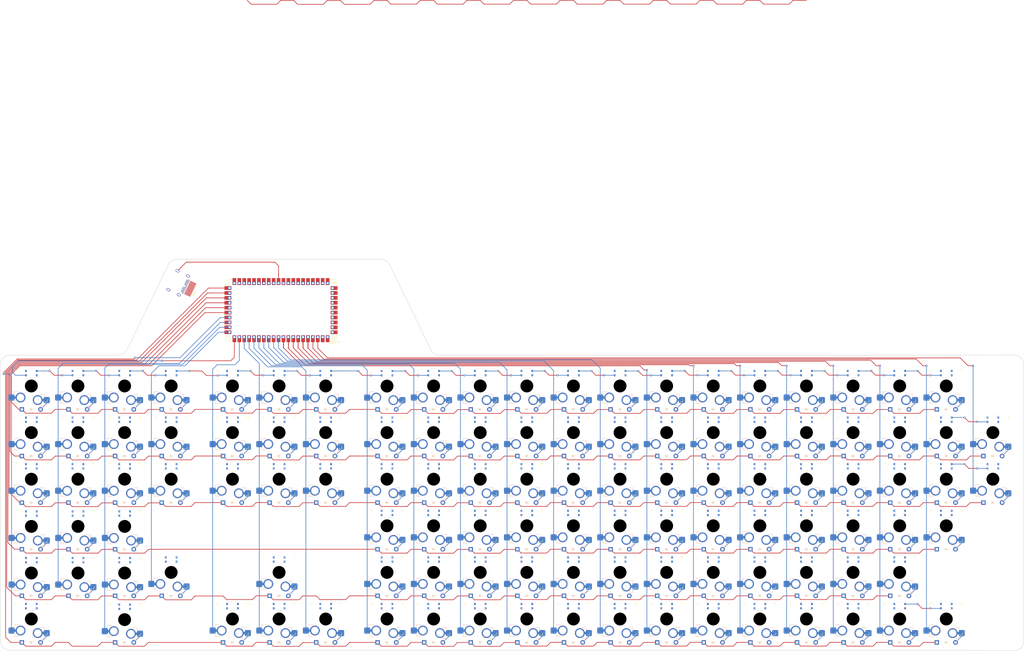
<source format=kicad_pcb>
(kicad_pcb (version 20240108) (generator "pcbnew") (generator_version "8.0")
  (title_block (title "ortho") (rev "v1.0.0") (company "Unknown"))
  (layers (0 "F.Cu" signal) (31 "B.Cu" signal) (34 "B.Paste" user) (35 "F.Paste" user) (36 "B.SilkS" user "B.Silkscreen") (37 "F.SilkS" user "F.Silkscreen") (38 "B.Mask" user) (39 "F.Mask" user) (44 "Edge.Cuts" user))
  (net 0 "")
  (net 1 "num0_space")
  (net 2 "num0_bottom")
  (net 3 "num0_home")
  (net 4 "num0_top")
  (net 5 "num0_num-row")
  (net 6 "num0_f-row")
  (net 7 "num1_bottom")
  (net 8 "num1_home")
  (net 9 "num1_top")
  (net 10 "num1_num-row")
  (net 11 "num1_f-row")
  (net 12 "num2_space")
  (net 13 "num2_bottom")
  (net 14 "num2_home")
  (net 15 "num2_top")
  (net 16 "num2_num-row")
  (net 17 "num2_f-row")
  (net 18 "num3_bottom")
  (net 19 "num3_top")
  (net 20 "num3_num-row")
  (net 21 "num3_f-row")
  (net 22 "l-arrow_space")
  (net 23 "l-arrow_top")
  (net 24 "l-arrow_num-row")
  (net 25 "l-arrow_f-row")
  (net 26 "d-arrow_space")
  (net 27 "d-arrow_bottom")
  (net 28 "d-arrow_top")
  (net 29 "d-arrow_num-row")
  (net 30 "d-arrow_f-row")
  (net 31 "r-arrow_space")
  (net 32 "r-arrow_top")
  (net 33 "r-arrow_num-row")
  (net 34 "r-arrow_f-row")
  (net 35 "l-funct0_space")
  (net 36 "l-funct0_bottom")
  (net 37 "l-funct0_home")
  (net 38 "l-funct0_top")
  (net 39 "l-funct0_num-row")
  (net 40 "l-funct0_f-row")
  (net 41 "l-pinky_space")
  (net 42 "l-pinky_bottom")
  (net 43 "l-pinky_home")
  (net 44 "l-pinky_top")
  (net 45 "l-pinky_num-row")
  (net 46 "l-pinky_f-row")
  (net 47 "l-ring_space")
  (net 48 "l-ring_bottom")
  (net 49 "l-ring_home")
  (net 50 "l-ring_top")
  (net 51 "l-ring_num-row")
  (net 52 "l-ring_f-row")
  (net 53 "l-middle_space")
  (net 54 "l-middle_bottom")
  (net 55 "l-middle_home")
  (net 56 "l-middle_top")
  (net 57 "l-middle_num-row")
  (net 58 "l-middle_f-row")
  (net 59 "l-index_space")
  (net 60 "l-index_bottom")
  (net 61 "l-index_home")
  (net 62 "l-index_top")
  (net 63 "l-index_num-row")
  (net 64 "l-index_f-row")
  (net 65 "l-thumb_space")
  (net 66 "l-thumb_bottom")
  (net 67 "l-thumb_home")
  (net 68 "l-thumb_top")
  (net 69 "l-thumb_num-row")
  (net 70 "l-thumb_f-row")
  (net 71 "r-thumb_space")
  (net 72 "r-thumb_bottom")
  (net 73 "r-thumb_home")
  (net 74 "r-thumb_top")
  (net 75 "r-thumb_num-row")
  (net 76 "r-thumb_f-row")
  (net 77 "r-index_space")
  (net 78 "r-index_bottom")
  (net 79 "r-index_home")
  (net 80 "r-index_top")
  (net 81 "r-index_num-row")
  (net 82 "r-index_f-row")
  (net 83 "r-middle_space")
  (net 84 "r-middle_bottom")
  (net 85 "r-middle_home")
  (net 86 "r-middle_top")
  (net 87 "r-middle_num-row")
  (net 88 "r-middle_f-row")
  (net 89 "r-ring_space")
  (net 90 "r-ring_bottom")
  (net 91 "r-ring_home")
  (net 92 "r-ring_top")
  (net 93 "r-ring_num-row")
  (net 94 "r-ring_f-row")
  (net 95 "r-pinky_space")
  (net 96 "r-pinky_bottom")
  (net 97 "r-pinky_home")
  (net 98 "r-pinky_top")
  (net 99 "r-pinky_num-row")
  (net 100 "r-pinky_f-row")
  (net 101 "r-funct0_space")
  (net 102 "r-funct0_bottom")
  (net 103 "r-funct0_home")
  (net 104 "r-funct0_top")
  (net 105 "r-funct0_num-row")
  (net 106 "r-funct0_f-row")
  (net 107 "r-funct1_space")
  (net 108 "r-funct1_home")
  (net 109 "r-funct1_top")
  (net 110 "r-funct1_num-row")
  (net 111 "r-funct1_f-row")
  (net 112 "r-funct2_top")
  (net 113 "r-funct2_num-row")
  (footprint "my-footprints:diode_tht" (layer "F.Cu") (at 198.675 100.275)
    (property "Reference" "D40" (hide yes))
    (property "Value" "" (hide yes))
  )
  (footprint "my-footprints:diode_tht" (layer "F.Cu") (at 312.675 176.275)
    (property "Reference" "D72" (hide yes))
    (property "Value" "" (hide yes))
  )
  (footprint "my-footprints:SW_Gateron_LowProfile_HotSwap_PTH_rgb" (layer "F.Cu") (at 426.725 128.725)
    (property "Reference" "${REFERENCE}" (hide yes))
    (property "Value" "SW_Gateron_LowProfile_HotSwap_PTH_rgb" (hide yes))
    (fp_line (start -1.85 -7) (end 1.85 -7) (stroke (width 0.05)) (layer "Edge.Cuts"))
    (fp_line (start -1.85 -3.5) (end -1.85 -7) (stroke (width 0.05)) (layer "Edge.Cuts"))
    (fp_line (start 1.85 -7) (end 1.85 -3.5) (stroke (width 0.05)) (layer "Edge.Cuts"))
    (fp_line (start 1.85 -3.5) (end -1.85 -3.5) (stroke (width 0.05)) (layer "Edge.Cuts"))
  )
  (footprint "my-footprints:SW_Gateron_LowProfile_HotSwap_PTH_rgb" (layer "F.Cu") (at 293.725 166.725)
    (property "Reference" "${REFERENCE}" (hide yes))
    (property "Value" "SW_Gateron_LowProfile_HotSwap_PTH_rgb" (hide yes))
    (fp_line (start -1.85 -7) (end 1.85 -7) (stroke (width 0.05)) (layer "Edge.Cuts"))
    (fp_line (start -1.85 -3.5) (end -1.85 -7) (stroke (width 0.05)) (layer "Edge.Cuts"))
    (fp_line (start 1.85 -7) (end 1.85 -3.5) (stroke (width 0.05)) (layer "Edge.Cuts"))
    (fp_line (start 1.85 -3.5) (end -1.85 -3.5) (stroke (width 0.05)) (layer "Edge.Cuts"))
  )
  (footprint "my-footprints:diode_tht" (layer "F.Cu") (at 426.675 138.275)
    (property "Reference" "D109" (hide yes))
    (property "Value" "" (hide yes))
  )
  (footprint "my-footprints:SW_Gateron_LowProfile_HotSwap_PTH_rgb" (layer "F.Cu") (at 388.725 109.725)
    (property "Reference" "${REFERENCE}" (hide yes))
    (property "Value" "SW_Gateron_LowProfile_HotSwap_PTH_rgb" (hide yes))
    (fp_line (start -1.85 -7) (end 1.85 -7) (stroke (width 0.05)) (layer "Edge.Cuts"))
    (fp_line (start -1.85 -3.5) (end -1.85 -7) (stroke (width 0.05)) (layer "Edge.Cuts"))
    (fp_line (start 1.85 -7) (end 1.85 -3.5) (stroke (width 0.05)) (layer "Edge.Cuts"))
    (fp_line (start 1.85 -3.5) (end -1.85 -3.5) (stroke (width 0.05)) (layer "Edge.Cuts"))
  )
  (footprint "my-footprints:diode_tht" (layer "F.Cu") (at 426.675 157.275)
    (property "Reference" "D108" (hide yes))
    (property "Value" "" (hide yes))
  )
  (footprint "my-footprints:SW_Gateron_LowProfile_HotSwap_PTH_rgb" (layer "F.Cu") (at 255.725 90.725)
    (property "Reference" "${REFERENCE}" (hide yes))
    (property "Value" "SW_Gateron_LowProfile_HotSwap_PTH_rgb" (hide yes))
    (fp_line (start -1.85 -7) (end 1.85 -7) (stroke (width 0.05)) (layer "Edge.Cuts"))
    (fp_line (start -1.85 -3.5) (end -1.85 -7) (stroke (width 0.05)) (layer "Edge.Cuts"))
    (fp_line (start 1.85 -7) (end 1.85 -3.5) (stroke (width 0.05)) (layer "Edge.Cuts"))
    (fp_line (start 1.85 -3.5) (end -1.85 -3.5) (stroke (width 0.05)) (layer "Edge.Cuts"))
  )
  (footprint "my-footprints:diode_tht" (layer "F.Cu") (at 445.675 119.275)
    (property "Reference" "D113" (hide yes))
    (property "Value" "" (hide yes))
  )
  (footprint "my-footprints:SW_Gateron_LowProfile_HotSwap_PTH_rgb" (layer "F.Cu") (at 312.725 128.725)
    (property "Reference" "${REFERENCE}" (hide yes))
    (property "Value" "SW_Gateron_LowProfile_HotSwap_PTH_rgb" (hide yes))
    (fp_line (start -1.85 -7) (end 1.85 -7) (stroke (width 0.05)) (layer "Edge.Cuts"))
    (fp_line (start -1.85 -3.5) (end -1.85 -7) (stroke (width 0.05)) (layer "Edge.Cuts"))
    (fp_line (start 1.85 -7) (end 1.85 -3.5) (stroke (width 0.05)) (layer "Edge.Cuts"))
    (fp_line (start 1.85 -3.5) (end -1.85 -3.5) (stroke (width 0.05)) (layer "Edge.Cuts"))
  )
  (footprint "my-footprints:SW_Gateron_LowProfile_HotSwap_PTH_rgb" (layer "F.Cu") (at 110.725 90.725)
    (property "Reference" "${REFERENCE}" (hide yes))
    (property "Value" "SW_Gateron_LowProfile_HotSwap_PTH_rgb" (hide yes))
    (fp_line (start -1.85 -7) (end 1.85 -7) (stroke (width 0.05)) (layer "Edge.Cuts"))
    (fp_line (start -1.85 -3.5) (end -1.85 -7) (stroke (width 0.05)) (layer "Edge.Cuts"))
    (fp_line (start 1.85 -7) (end 1.85 -3.5) (stroke (width 0.05)) (layer "Edge.Cuts"))
    (fp_line (start 1.85 -3.5) (end -1.85 -3.5) (stroke (width 0.05)) (layer "Edge.Cuts"))
  )
  (footprint "my-footprints:diode_tht" (layer "F.Cu") (at 173.675 195.275)
    (property "Reference" "D31" (hide yes))
    (property "Value" "" (hide yes))
  )
  (footprint "my-footprints:diode_tht" (layer "F.Cu") (at 53.675 138.275)
    (property "Reference" "D4" (hide yes))
    (property "Value" "" (hide yes))
  )
  (footprint "my-footprints:diode_tht" (layer "F.Cu") (at 91.675 176.275)
    (property "Reference" "D13" (hide yes))
    (property "Value" "" (hide yes))
  )
  (footprint "my-footprints:SW_Gateron_LowProfile_HotSwap_PTH_rgb" (layer "F.Cu") (at 110.725 109.725)
    (property "Reference" "${REFERENCE}" (hide yes))
    (property "Value" "SW_Gateron_LowProfile_HotSwap_PTH_rgb" (hide yes))
    (fp_line (start -1.85 -7) (end 1.85 -7) (stroke (width 0.05)) (layer "Edge.Cuts"))
    (fp_line (start -1.85 -3.5) (end -1.85 -7) (stroke (width 0.05)) (layer "Edge.Cuts"))
    (fp_line (start 1.85 -7) (end 1.85 -3.5) (stroke (width 0.05)) (layer "Edge.Cuts"))
    (fp_line (start 1.85 -3.5) (end -1.85 -3.5) (stroke (width 0.05)) (layer "Edge.Cuts"))
  )
  (footprint "my-footprints:diode_tht" (layer "F.Cu") (at 388.675 176.275)
    (property "Reference" "D96" (hide yes))
    (property "Value" "" (hide yes))
  )
  (footprint "my-footprints:diode_tht" (layer "F.Cu") (at 154.675 176.275)
    (property "Reference" "D27" (hide yes))
    (property "Value" "" (hide yes))
  )
  (footprint "my-footprints:diode_tht" (layer "F.Cu") (at 173.675 138.275)
    (property "Reference" "D32" (hide yes))
    (property "Value" "" (hide yes))
  )
  (footprint "my-footprints:diode_tht" (layer "F.Cu") (at 388.675 138.275)
    (property "Reference" "D98" (hide yes))
    (property "Value" "" (hide yes))
  )
  (footprint "my-footprints:diode_tht" (layer "F.Cu") (at 350.675 100.275)
    (property "Reference" "D88" (hide yes))
    (property "Value" "" (hide yes))
  )
  (footprint "my-footprints:diode_tht" (layer "F.Cu") (at 312.675 195.275)
    (property "Reference" "D71" (hide yes))
    (property "Value" "" (hide yes))
  )
  (footprint "my-footprints:diode_tht" (layer "F.Cu") (at 274.675 138.275)
    (property "Reference" "D62" (hide yes))
    (property "Value" "" (hide yes))
  )
  (footprint "my-footprints:SW_Gateron_LowProfile_HotSwap_PTH_rgb" (layer "F.Cu") (at 135.725 90.725)
    (property "Reference" "${REFERENCE}" (hide yes))
    (property "Value" "SW_Gateron_LowProfile_HotSwap_PTH_rgb" (hide yes))
    (fp_line (start -1.85 -7) (end 1.85 -7) (stroke (width 0.05)) (layer "Edge.Cuts"))
    (fp_line (start -1.85 -3.5) (end -1.85 -7) (stroke (width 0.05)) (layer "Edge.Cuts"))
    (fp_line (start 1.85 -7) (end 1.85 -3.5) (stroke (width 0.05)) (layer "Edge.Cuts"))
    (fp_line (start 1.85 -3.5) (end -1.85 -3.5) (stroke (width 0.05)) (layer "Edge.Cuts"))
  )
  (footprint "my-footprints:SW_Gateron_LowProfile_HotSwap_PTH_rgb" (layer "F.Cu") (at 445.725 128.725)
    (property "Reference" "${REFERENCE}" (hide yes))
    (property "Value" "SW_Gateron_LowProfile_HotSwap_PTH_rgb" (hide yes))
    (fp_line (start -1.85 -7) (end 1.85 -7) (stroke (width 0.05)) (layer "Edge.Cuts"))
    (fp_line (start -1.85 -3.5) (end -1.85 -7) (stroke (width 0.05)) (layer "Edge.Cuts"))
    (fp_line (start 1.85 -7) (end 1.85 -3.5) (stroke (width 0.05)) (layer "Edge.Cuts"))
    (fp_line (start 1.85 -3.5) (end -1.85 -3.5) (stroke (width 0.05)) (layer "Edge.Cuts"))
  )
  (footprint "my-footprints:SW_Gateron_LowProfile_HotSwap_PTH_rgb" (layer "F.Cu") (at 426.725 109.725)
    (property "Reference" "${REFERENCE}" (hide yes))
    (property "Value" "SW_Gateron_LowProfile_HotSwap_PTH_rgb" (hide yes))
    (fp_line (start -1.85 -7) (end 1.85 -7) (stroke (width 0.05)) (layer "Edge.Cuts"))
    (fp_line (start -1.85 -3.5) (end -1.85 -7) (stroke (width 0.05)) (layer "Edge.Cuts"))
    (fp_line (start 1.85 -7) (end 1.85 -3.5) (stroke (width 0.05)) (layer "Edge.Cuts"))
    (fp_line (start 1.85 -3.5) (end -1.85 -3.5) (stroke (width 0.05)) (layer "Edge.Cuts"))
  )
  (footprint "my-footprints:diode_tht" (layer "F.Cu") (at 135.675 138.275)
    (property "Reference" "D23" (hide yes))
    (property "Value" "" (hide yes))
  )
  (footprint "my-footprints:SW_Gateron_LowProfile_HotSwap_PTH_rgb" (layer "F.Cu") (at 350.725 185.725)
    (property "Reference" "${REFERENCE}" (hide yes))
    (property "Value" "SW_Gateron_LowProfile_HotSwap_PTH_rgb" (hide yes))
    (fp_line (start -1.85 -7) (end 1.85 -7) (stroke (width 0.05)) (layer "Edge.Cuts"))
    (fp_line (start -1.85 -3.5) (end -1.85 -7) (stroke (width 0.05)) (layer "Edge.Cuts"))
    (fp_line (start 1.85 -7) (end 1.85 -3.5) (stroke (width 0.05)) (layer "Edge.Cuts"))
    (fp_line (start 1.85 -3.5) (end -1.85 -3.5) (stroke (width 0.05)) (layer "Edge.Cuts"))
  )
  (footprint "my-footprints:SW_Gateron_LowProfile_HotSwap_PTH_rgb" (layer "F.Cu") (at 331.725 166.725)
    (property "Reference" "${REFERENCE}" (hide yes))
    (property "Value" "SW_Gateron_LowProfile_HotSwap_PTH_rgb" (hide yes))
    (fp_line (start -1.85 -7) (end 1.85 -7) (stroke (width 0.05)) (layer "Edge.Cuts"))
    (fp_line (start -1.85 -3.5) (end -1.85 -7) (stroke (width 0.05)) (layer "Edge.Cuts"))
    (fp_line (start 1.85 -7) (end 1.85 -3.5) (stroke (width 0.05)) (layer "Edge.Cuts"))
    (fp_line (start 1.85 -3.5) (end -1.85 -3.5) (stroke (width 0.05)) (layer "Edge.Cuts"))
  )
  (footprint "my-footprints:SW_Gateron_LowProfile_HotSwap_PTH_rgb" (layer "F.Cu") (at 236.725 128.725)
    (property "Reference" "${REFERENCE}" (hide yes))
    (property "Value" "SW_Gateron_LowProfile_HotSwap_PTH_rgb" (hide yes))
    (fp_line (start -1.85 -7) (end 1.85 -7) (stroke (width 0.05)) (layer "Edge.Cuts"))
    (fp_line (start -1.85 -3.5) (end -1.85 -7) (stroke (width 0.05)) (layer "Edge.Cuts"))
    (fp_line (start 1.85 -7) (end 1.85 -3.5) (stroke (width 0.05)) (layer "Edge.Cuts"))
    (fp_line (start 1.85 -3.5) (end -1.85 -3.5) (stroke (width 0.05)) (layer "Edge.Cuts"))
  )
  (footprint "my-footprints:SW_Gateron_LowProfile_HotSwap_PTH_rgb" (layer "F.Cu") (at 407.725 147.725)
    (property "Reference" "${REFERENCE}" (hide yes))
    (property "Value" "SW_Gateron_LowProfile_HotSwap_PTH_rgb" (hide yes))
    (fp_line (start -1.85 -7) (end 1.85 -7) (stroke (width 0.05)) (layer "Edge.Cuts"))
    (fp_line (start -1.85 -3.5) (end -1.85 -7) (stroke (width 0.05)) (layer "Edge.Cuts"))
    (fp_line (start 1.85 -7) (end 1.85 -3.5) (stroke (width 0.05)) (layer "Edge.Cuts"))
    (fp_line (start 1.85 -3.5) (end -1.85 -3.5) (stroke (width 0.05)) (layer "Edge.Cuts"))
  )
  (footprint "my-footprints:SW_Gateron_LowProfile_HotSwap_PTH_rgb" (layer "F.Cu") (at 198.725 147.725)
    (property "Reference" "${REFERENCE}" (hide yes))
    (property "Value" "SW_Gateron_LowProfile_HotSwap_PTH_rgb" (hide yes))
    (fp_line (start -1.85 -7) (end 1.85 -7) (stroke (width 0.05)) (layer "Edge.Cuts"))
    (fp_line (start -1.85 -3.5) (end -1.85 -7) (stroke (width 0.05)) (layer "Edge.Cuts"))
    (fp_line (start 1.85 -7) (end 1.85 -3.5) (stroke (width 0.05)) (layer "Edge.Cuts"))
    (fp_line (start 1.85 -3.5) (end -1.85 -3.5) (stroke (width 0.05)) (layer "Edge.Cuts"))
  )
  (footprint "my-footprints:diode_tht" (layer "F.Cu") (at 331.675 195.275)
    (property "Reference" "D77" (hide yes))
    (property "Value" "" (hide yes))
  )
  (footprint "my-footprints:diode_tht" (layer "F.Cu") (at 217.675 138.275)
    (property "Reference" "D44" (hide yes))
    (property "Value" "" (hide yes))
  )
  (footprint "my-footprints:SW_Gateron_LowProfile_HotSwap_PTH_rgb" (layer "F.Cu") (at 154.725 90.725)
    (property "Reference" "${REFERENCE}" (hide yes))
    (property "Value" "SW_Gateron_LowProfile_HotSwap_PTH_rgb" (hide yes))
    (fp_line (start -1.85 -7) (end 1.85 -7) (stroke (width 0.05)) (layer "Edge.Cuts"))
    (fp_line (start -1.85 -3.5) (end -1.85 -7) (stroke (width 0.05)) (layer "Edge.Cuts"))
    (fp_line (start 1.85 -7) (end 1.85 -3.5) (stroke (width 0.05)) (layer "Edge.Cuts"))
    (fp_line (start 1.85 -3.5) (end -1.85 -3.5) (stroke (width 0.05)) (layer "Edge.Cuts"))
  )
  (footprint "my-footprints:diode_tht" (layer "F.Cu") (at 72.675 157.275)
    (property "Reference" "D8" (hide yes))
    (property "Value" "" (hide yes))
  )
  (footprint "my-footprints:diode_tht" (layer "F.Cu") (at 312.675 119.275)
    (property "Reference" "D75" (hide yes))
    (property "Value" "" (hide yes))
  )
  (footprint "my-footprints:diode_tht" (layer "F.Cu") (at 350.675 138.275)
    (property "Reference" "D86" (hide yes))
    (property "Value" "" (hide yes))
  )
  (footprint "my-footprints:SW_Gateron_LowProfile_HotSwap_PTH_rgb" (layer "F.Cu") (at 312.725 147.725)
    (property "Reference" "${REFERENCE}" (hide yes))
    (property "Value" "SW_Gateron_LowProfile_HotSwap_PTH_rgb" (hide yes))
    (fp_line (start -1.85 -7) (end 1.85 -7) (stroke (width 0.05)) (layer "Edge.Cuts"))
    (fp_line (start -1.85 -3.5) (end -1.85 -7) (stroke (width 0.05)) (layer "Edge.Cuts"))
    (fp_line (start 1.85 -7) (end 1.85 -3.5) (stroke (width 0.05)) (layer "Edge.Cuts"))
    (fp_line (start 1.85 -3.5) (end -1.85 -3.5) (stroke (width 0.05)) (layer "Edge.Cuts"))
  )
  (footprint "my-footprints:SW_Gateron_LowProfile_HotSwap_PTH_rgb" (layer "F.Cu") (at 388.725 166.725)
    (property "Reference" "${REFERENCE}" (hide yes))
    (property "Value" "SW_Gateron_LowProfile_HotSwap_PTH_rgb" (hide yes))
    (fp_line (start -1.85 -7) (end 1.85 -7) (stroke (width 0.05)) (layer "Edge.Cuts"))
    (fp_line (start -1.85 -3.5) (end -1.85 -7) (stroke (width 0.05)) (layer "Edge.Cuts"))
    (fp_line (start 1.85 -7) (end 1.85 -3.5) (stroke (width 0.05)) (layer "Edge.Cuts"))
    (fp_line (start 1.85 -3.5) (end -1.85 -3.5) (stroke (width 0.05)) (layer "Edge.Cuts"))
  )
  (footprint "my-footprints:SW_Gateron_LowProfile_HotSwap_PTH_rgb" (layer "F.Cu") (at 53.725 109.725)
    (property "Reference" "${REFERENCE}" (hide yes))
    (property "Value" "SW_Gateron_LowProfile_HotSwap_PTH_rgb" (hide yes))
    (fp_line (start -1.85 -7) (end 1.85 -7) (stroke (width 0.05)) (layer "Edge.Cuts"))
    (fp_line (start -1.85 -3.5) (end -1.85 -7) (stroke (width 0.05)) (layer "Edge.Cuts"))
    (fp_line (start 1.85 -7) (end 1.85 -3.5) (stroke (width 0.05)) (layer "Edge.Cuts"))
    (fp_line (start 1.85 -3.5) (end -1.85 -3.5) (stroke (width 0.05)) (layer "Edge.Cuts"))
  )
  (footprint "my-footprints:diode_tht" (layer "F.Cu") (at 255.675 157.275)
    (property "Reference" "D55" (hide yes))
    (property "Value" "" (hide yes))
  )
  (footprint "my-footprints:SW_Gateron_LowProfile_HotSwap_PTH_rgb" (layer "F.Cu") (at 274.725 185.725)
    (property "Reference" "${REFERENCE}" (hide yes))
    (property "Value" "SW_Gateron_LowProfile_HotSwap_PTH_rgb" (hide yes))
    (fp_line (start -1.85 -7) (end 1.85 -7) (stroke (width 0.05)) (layer "Edge.Cuts"))
    (fp_line (start -1.85 -3.5) (end -1.85 -7) (stroke (width 0.05)) (layer "Edge.Cuts"))
    (fp_line (start 1.85 -7) (end 1.85 -3.5) (stroke (width 0.05)) (layer "Edge.Cuts"))
    (fp_line (start 1.85 -3.5) (end -1.85 -3.5) (stroke (width 0.05)) (layer "Edge.Cuts"))
  )
  (footprint "my-footprints:SW_Gateron_LowProfile_HotSwap_PTH_rgb" (layer "F.Cu") (at 72.75 166.975)
    (property "Reference" "${REFERENCE}" (hide yes))
    (property "Value" "SW_Gateron_LowProfile_HotSwap_PTH_rgb" (hide yes))
    (fp_line (start -1.85 -7) (end 1.85 -7) (stroke (width 0.05)) (layer "Edge.Cuts"))
    (fp_line (start -1.85 -3.5) (end -1.85 -7) (stroke (width 0.05)) (layer "Edge.Cuts"))
    (fp_line (start 1.85 -7) (end 1.85 -3.5) (stroke (width 0.05)) (layer "Edge.Cuts"))
    (fp_line (start 1.85 -3.5) (end -1.85 -3.5) (stroke (width 0.05)) (layer "Edge.Cuts"))
  )
  (footprint "my-footprints:SW_Gateron_LowProfile_HotSwap_PTH_rgb" (layer "F.Cu") (at 91.75 128.725)
    (property "Reference" "${REFERENCE}" (hide yes))
    (property "Value" "SW_Gateron_LowProfile_HotSwap_PTH_rgb" (hide yes))
    (fp_line (start -1.85 -7) (end 1.85 -7) (stroke (width 0.05)) (layer "Edge.Cuts"))
    (fp_line (start -1.85 -3.5) (end -1.85 -7) (stroke (width 0.05)) (layer "Edge.Cuts"))
    (fp_line (start 1.85 -7) (end 1.85 -3.5) (stroke (width 0.05)) (layer "Edge.Cuts"))
    (fp_line (start 1.85 -3.5) (end -1.85 -3.5) (stroke (width 0.05)) (layer "Edge.Cuts"))
  )
  (footprint "my-footprints:SW_Gateron_LowProfile_HotSwap_PTH_rgb" (layer "F.Cu") (at 255.725 147.725)
    (property "Reference" "${REFERENCE}" (hide yes))
    (property "Value" "SW_Gateron_LowProfile_HotSwap_PTH_rgb" (hide yes))
    (fp_line (start -1.85 -7) (end 1.85 -7) (stroke (width 0.05)) (layer "Edge.Cuts"))
    (fp_line (start -1.85 -3.5) (end -1.85 -7) (stroke (width 0.05)) (layer "Edge.Cuts"))
    (fp_line (start 1.85 -7) (end 1.85 -3.5) (stroke (width 0.05)) (layer "Edge.Cuts"))
    (fp_line (start 1.85 -3.5) (end -1.85 -3.5) (stroke (width 0.05)) (layer "Edge.Cuts"))
  )
  (footprint "my-footprints:SW_Gateron_LowProfile_HotSwap_PTH_rgb" (layer "F.Cu") (at 173.725 185.725)
    (property "Reference" "${REFERENCE}" (hide yes))
    (property "Value" "SW_Gateron_LowProfile_HotSwap_PTH_rgb" (hide yes))
    (fp_line (start -1.85 -7) (end 1.85 -7) (stroke (width 0.05)) (layer "Edge.Cuts"))
    (fp_line (start -1.85 -3.5) (end -1.85 -7) (stroke (width 0.05)) (layer "Edge.Cuts"))
    (fp_line (start 1.85 -7) (end 1.85 -3.5) (stroke (width 0.05)) (layer "Edge.Cuts"))
    (fp_line (start 1.85 -3.5) (end -1.85 -3.5) (stroke (width 0.05)) (layer "Edge.Cuts"))
  )
  (footprint "my-footprints:SW_Gateron_LowProfile_HotSwap_PTH_rgb" (layer "F.Cu") (at 350.725 166.725)
    (property "Reference" "${REFERENCE}" (hide yes))
    (property "Value" "SW_Gateron_LowProfile_HotSwap_PTH_rgb" (hide yes))
    (fp_line (start -1.85 -7) (end 1.85 -7) (stroke (width 0.05)) (layer "Edge.Cuts"))
    (fp_line (start -1.85 -3.5) (end -1.85 -7) (stroke (width 0.05)) (layer "Edge.Cuts"))
    (fp_line (start 1.85 -7) (end 1.85 -3.5) (stroke (width 0.05)) (layer "Edge.Cuts"))
    (fp_line (start 1.85 -3.5) (end -1.85 -3.5) (stroke (width 0.05)) (layer "Edge.Cuts"))
  )
  (footprint "my-footprints:SW_Gateron_LowProfile_HotSwap_PTH_rgb" (layer "F.Cu") (at 53.725 128.725)
    (property "Reference" "${REFERENCE}" (hide yes))
    (property "Value" "SW_Gateron_LowProfile_HotSwap_PTH_rgb" (hide yes))
    (fp_line (start -1.85 -7) (end 1.85 -7) (stroke (width 0.05)) (layer "Edge.Cuts"))
    (fp_line (start -1.85 -3.5) (end -1.85 -7) (stroke (width 0.05)) (layer "Edge.Cuts"))
    (fp_line (start 1.85 -7) (end 1.85 -3.5) (stroke (width 0.05)) (layer "Edge.Cuts"))
    (fp_line (start 1.85 -3.5) (end -1.85 -3.5) (stroke (width 0.05)) (layer "Edge.Cuts"))
  )
  (footprint "my-footprints:SW_Gateron_LowProfile_HotSwap_PTH_rgb" (layer "F.Cu") (at 173.725 90.725)
    (property "Reference" "${REFERENCE}" (hide yes))
    (property "Value" "SW_Gateron_LowProfile_HotSwap_PTH_rgb" (hide yes))
    (fp_line (start -1.85 -7) (end 1.85 -7) (stroke (width 0.05)) (layer "Edge.Cuts"))
    (fp_line (start -1.85 -3.5) (end -1.85 -7) (stroke (width 0.05)) (layer "Edge.Cuts"))
    (fp_line (start 1.85 -7) (end 1.85 -3.5) (stroke (width 0.05)) (layer "Edge.Cuts"))
    (fp_line (start 1.85 -3.5) (end -1.85 -3.5) (stroke (width 0.05)) (layer "Edge.Cuts"))
  )
  (footprint "my-footprints:SW_Gateron_LowProfile_HotSwap_PTH_rgb" (layer "F.Cu") (at 154.725 128.725)
    (property "Reference" "${REFERENCE}" (hide yes))
    (property "Value" "SW_Gateron_LowProfile_HotSwap_PTH_rgb" (hide yes))
    (fp_line (start -1.85 -7) (end 1.85 -7) (stroke (width 0.05)) (layer "Edge.Cuts"))
    (fp_line (start -1.85 -3.5) (end -1.85 -7) (stroke (width 0.05)) (layer "Edge.Cuts"))
    (fp_line (start 1.85 -7) (end 1.85 -3.5) (stroke (width 0.05)) (layer "Edge.Cuts"))
    (fp_line (start 1.85 -3.5) (end -1.85 -3.5) (stroke (width 0.05)) (layer "Edge.Cuts"))
  )
  (footprint "my-footprints:SW_Gateron_LowProfile_HotSwap_PTH_rgb" (layer "F.Cu") (at 293.725 185.725)
    (property "Reference" "${REFERENCE}" (hide yes))
    (property "Value" "SW_Gateron_LowProfile_HotSwap_PTH_rgb" (hide yes))
    (fp_line (start -1.85 -7) (end 1.85 -7) (stroke (width 0.05)) (layer "Edge.Cuts"))
    (fp_line (start -1.85 -3.5) (end -1.85 -7) (stroke (width 0.05)) (layer "Edge.Cuts"))
    (fp_line (start 1.85 -7) (end 1.85 -3.5) (stroke (width 0.05)) (layer "Edge.Cuts"))
    (fp_line (start 1.85 -3.5) (end -1.85 -3.5) (stroke (width 0.05)) (layer "Edge.Cuts"))
  )
  (footprint "my-footprints:SW_Gateron_LowProfile_HotSwap_PTH_rgb" (layer "F.Cu") (at 369.725 128.725)
    (property "Reference" "${REFERENCE}" (hide yes))
    (property "Value" "SW_Gateron_LowProfile_HotSwap_PTH_rgb" (hide yes))
    (fp_line (start -1.85 -7) (end 1.85 -7) (stroke (width 0.05)) (layer "Edge.Cuts"))
    (fp_line (start -1.85 -3.5) (end -1.85 -7) (stroke (width 0.05)) (layer "Edge.Cuts"))
    (fp_line (start 1.85 -7) (end 1.85 -3.5) (stroke (width 0.05)) (layer "Edge.Cuts"))
    (fp_line (start 1.85 -3.5) (end -1.85 -3.5) (stroke (width 0.05)) (layer "Edge.Cuts"))
  )
  (footprint "my-footprints:diode_tht" (layer "F.Cu") (at 255.675 176.275)
    (property "Reference" "D54" (hide yes))
    (property "Value" "" (hide yes))
  )
  (footprint "my-footprints:SW_Gateron_LowProfile_HotSwap_PTH_rgb" (layer "F.Cu") (at 312.725 185.725)
    (property "Reference" "${REFERENCE}" (hide yes))
    (property "Value" "SW_Gateron_LowProfile_HotSwap_PTH_rgb" (hide yes))
    (fp_line (start -1.85 -7) (end 1.85 -7) (stroke (width 0.05)) (layer "Edge.Cuts"))
    (fp_line (start -1.85 -3.5) (end -1.85 -7) (stroke (width 0.05)) (layer "Edge.Cuts"))
    (fp_line (start 1.85 -7) (end 1.85 -3.5) (stroke (width 0.05)) (layer "Edge.Cuts"))
    (fp_line (start 1.85 -3.5) (end -1.85 -3.5) (stroke (width 0.05)) (layer "Edge.Cuts"))
  )
  (footprint "my-footprints:diode_tht" (layer "F.Cu") (at 236.675 138.275)
    (property "Reference" "D50" (hide yes))
    (property "Value" "" (hide yes))
  )
  (footprint "my-footprints:diode_tht" (layer "F.Cu") (at 91.675 100.275)
    (property "Reference" "D17" (hide yes))
    (property "Value" "" (hide yes))
  )
  (footprint "my-footprints:diode_tht" (layer "F.Cu") (at 369.675 176.275)
    (property "Reference" "D90" (hide yes))
    (property "Value" "" (hide yes))
  )
  (footprint "my-footprints:SW_Gateron_LowProfile_HotSwap_PTH_rgb" (layer "F.Cu") (at 274.725 128.725)
    (property "Reference" "${REFERENCE}" (hide yes))
    (property "Value" "SW_Gateron_LowProfile_HotSwap_PTH_rgb" (hide yes))
    (fp_line (start -1.85 -7) (end 1.85 -7) (stroke (width 0.05)) (layer "Edge.Cuts"))
    (fp_line (start -1.85 -3.5) (end -1.85 -7) (stroke (width 0.05)) (layer "Edge.Cuts"))
    (fp_line (start 1.85 -7) (end 1.85 -3.5) (stroke (width 0.05)) (layer "Edge.Cuts"))
    (fp_line (start 1.85 -3.5) (end -1.85 -3.5) (stroke (width 0.05)) (layer "Edge.Cuts"))
  )
  (footprint "my-footprints:diode_tht" (layer "F.Cu") (at 407.675 157.275)
    (property "Reference" "D103" (hide yes))
    (property "Value" "" (hide yes))
  )
  (footprint "my-footprints:diode_tht" (layer "F.Cu") (at 217.675 157.275)
    (property "Reference" "D43" (hide yes))
    (property "Value" "" (hide yes))
  )
  (footprint "my-footprints:SW_Gateron_LowProfile_HotSwap_PTH_rgb" (layer "F.Cu") (at 369.725 166.725)
    (property "Reference" "${REFERENCE}" (hide yes))
    (property "Value" "SW_Gateron_LowProfile_HotSwap_PTH_rgb" (hide yes))
    (fp_line (start -1.85 -7) (end 1.85 -7) (stroke (width 0.05)) (layer "Edge.Cuts"))
    (fp_line (start -1.85 -3.5) (end -1.85 -7) (stroke (width 0.05)) (layer "Edge.Cuts"))
    (fp_line (start 1.85 -7) (end 1.85 -3.5) (stroke (width 0.05)) (layer "Edge.Cuts"))
    (fp_line (start 1.85 -3.5) (end -1.85 -3.5) (stroke (width 0.05)) (layer "Edge.Cuts"))
  )
  (footprint "my-footprints:SW_Gateron_LowProfile_HotSwap_PTH_rgb" (layer "F.Cu") (at 407.725 90.725)
    (property "Reference" "${REFERENCE}" (hide yes))
    (property "Value" "SW_Gateron_LowProfile_HotSwap_PTH_rgb" (hide yes))
    (fp_line (start -1.85 -7) (end 1.85 -7) (stroke (width 0.05)) (layer "Edge.Cuts"))
    (fp_line (start -1.85 -3.5) (end -1.85 -7) (stroke (width 0.05)) (layer "Edge.Cuts"))
    (fp_line (start 1.85 -7) (end 1.85 -3.5) (stroke (width 0.05)) (layer "Edge.Cuts"))
    (fp_line (start 1.85 -3.5) (end -1.85 -3.5) (stroke (width 0.05)) (layer "Edge.Cuts"))
  )
  (footprint "my-footprints:SW_Gateron_LowProfile_HotSwap_PTH_rgb" (layer "F.Cu") (at 274.725 109.725)
    (property "Reference" "${REFERENCE}" (hide yes))
    (property "Value" "SW_Gateron_LowProfile_HotSwap_PTH_rgb" (hide yes))
    (fp_line (start -1.85 -7) (end 1.85 -7) (stroke (width 0.05)) (layer "Edge.Cuts"))
    (fp_line (start -1.85 -3.5) (end -1.85 -7) (stroke (width 0.05)) (layer "Edge.Cuts"))
    (fp_line (start 1.85 -7) (end 1.85 -3.5) (stroke (width 0.05)) (layer "Edge.Cuts"))
    (fp_line (start 1.85 -3.5) (end -1.85 -3.5) (stroke (width 0.05)) (layer "Edge.Cuts"))
  )
  (footprint "my-footprints:SW_Gateron_LowProfile_HotSwap_PTH_rgb" (layer "F.Cu") (at 426.725 147.725)
    (property "Reference" "${REFERENCE}" (hide yes))
    (property "Value" "SW_Gateron_LowProfile_HotSwap_PTH_rgb" (hide yes))
    (fp_line (start -1.85 -7) (end 1.85 -7) (stroke (width 0.05)) (layer "Edge.Cuts"))
    (fp_line (start -1.85 -3.5) (end -1.85 -7) (stroke (width 0.05)) (layer "Edge.Cuts"))
    (fp_line (start 1.85 -7) (end 1.85 -3.5) (stroke (width 0.05)) (layer "Edge.Cuts"))
    (fp_line (start 1.85 -3.5) (end -1.85 -3.5) (stroke (width 0.05)) (layer "Edge.Cuts"))
  )
  (footprint "my-footprints:diode_tht" (layer "F.Cu") (at 135.675 119.275)
    (property "Reference" "D24" (hide yes))
    (property "Value" "" (hide yes))
  )
  (footprint "my-footprints:SW_Gateron_LowProfile_HotSwap_PTH_rgb" (layer "F.Cu") (at 217.725 90.725)
    (property "Reference" "${REFERENCE}" (hide yes))
    (property "Value" "SW_Gateron_LowProfile_HotSwap_PTH_rgb" (hide yes))
    (fp_line (start -1.85 -7) (end 1.85 -7) (stroke (width 0.05)) (layer "Edge.Cuts"))
    (fp_line (start -1.85 -3.5) (end -1.85 -7) (stroke (width 0.05)) (layer "Edge.Cuts"))
    (fp_line (start 1.85 -7) (end 1.85 -3.5) (stroke (width 0.05)) (layer "Edge.Cuts"))
    (fp_line (start 1.85 -3.5) (end -1.85 -3.5) (stroke (width 0.05)) (layer "Edge.Cuts"))
  )
  (footprint "my-footprints:SW_Gateron_LowProfile_HotSwap_PTH_rgb" (layer "F.Cu") (at 91.75 90.725)
    (property "Reference" "${REFERENCE}" (hide yes))
    (property "Value" "SW_Gateron_LowProfile_HotSwap_PTH_rgb" (hide yes))
    (fp_line (start -1.85 -7) (end 1.85 -7) (stroke (width 0.05)) (layer "Edge.Cuts"))
    (fp_line (start -1.85 -3.5) (end -1.85 -7) (stroke (width 0.05)) (layer "Edge.Cuts"))
    (fp_line (start 1.85 -7) (end 1.85 -3.5) (stroke (width 0.05)) (layer "Edge.Cuts"))
    (fp_line (start 1.85 -3.5) (end -1.85 -3.5) (stroke (width 0.05)) (layer "Edge.Cuts"))
  )
  (footprint "my-footprints:SW_Gateron_LowProfile_HotSwap_PTH_rgb" (layer "F.Cu") (at 173.725 128.725)
    (property "Reference" "${REFERENCE}" (hide yes))
    (property "Value" "SW_Gateron_LowProfile_HotSwap_PTH_rgb" (hide yes))
    (fp_line (start -1.85 -7) (end 1.85 -7) (stroke (width 0.05)) (layer "Edge.Cuts"))
    (fp_line (start -1.85 -3.5) (end -1.85 -7) (stroke (width 0.05)) (layer "Edge.Cuts"))
    (fp_line (start 1.85 -7) (end 1.85 -3.5) (stroke (width 0.05)) (layer "Edge.Cuts"))
    (fp_line (start 1.85 -3.5) (end -1.85 -3.5) (stroke (width 0.05)) (layer "Edge.Cuts"))
  )
  (footprint "my-footprints:diode_tht" (layer "F.Cu") (at 198.675 195.275)
    (property "Reference" "D35" (hide yes))
    (property "Value" "" (hide yes))
  )
  (footprint "my-footprints:diode_tht" (layer "F.Cu") (at 388.675 119.275)
    (property "Reference" "D99" (hide yes))
    (property "Value" "" (hide yes))
  )
  (footprint "my-footprints:SW_Gateron_LowProfile_HotSwap_PTH_rgb" (layer "F.Cu") (at 312.725 90.725)
    (property "Reference" "${REFERENCE}" (hide yes))
    (property "Value" "SW_Gateron_LowProfile_HotSwap_PTH_rgb" (hide yes))
    (fp_line (start -1.85 -7) (end 1.85 -7) (stroke (width 0.05)) (layer "Edge.Cuts"))
    (fp_line (start -1.85 -3.5) (end -1.85 -7) (stroke (width 0.05)) (layer "Edge.Cuts"))
    (fp_line (start 1.85 -7) (end 1.85 -3.5) (stroke (width 0.05)) (layer "Edge.Cuts"))
    (fp_line (start 1.85 -3.5) (end -1.85 -3.5) (stroke (width 0.05)) (layer "Edge.Cuts"))
  )
  (footprint "my-footprints:diode_tht" (layer "F.Cu") (at 293.675 138.275)
    (property "Reference" "D68" (hide yes))
    (property "Value" "" (hide yes))
  )
  (footprint "my-footprints:diode_tht" (layer "F.Cu") (at 255.675 195.275)
    (property "Reference" "D53" (hide yes))
    (property "Value" "" (hide yes))
  )
  (footprint "my-footprints:SW_Gateron_LowProfile_HotSwap_PTH_rgb" (layer "F.Cu") (at 255.725 185.725)
    (property "Reference" "${REFERENCE}" (hide yes))
    (property "Value" "SW_Gateron_LowProfile_HotSwap_PTH_rgb" (hide yes))
    (fp_line (start -1.85 -7) (end 1.85 -7) (stroke (width 0.05)) (layer "Edge.Cuts"))
    (fp_line (start -1.85 -3.5) (end -1.85 -7) (stroke (width 0.05)) (layer "Edge.Cuts"))
    (fp_line (start 1.85 -7) (end 1.85 -3.5) (stroke (width 0.05)) (layer "Edge.Cuts"))
    (fp_line (start 1.85 -3.5) (end -1.85 -3.5) (stroke (width 0.05)) (layer "Edge.Cuts"))
  )
  (footprint "my-footprints:diode_tht" (layer "F.Cu") (at 407.675 100.275)
    (property "Reference" "D106" (hide yes))
    (property "Value" "" (hide yes))
  )
  (footprint "my-footprints:SW_Gateron_LowProfile_HotSwap_PTH_rgb" (layer "F.Cu") (at 198.725 109.725)
    (property "Reference" "${REFERENCE}" (hide yes))
    (property "Value" "SW_Gateron_LowProfile_HotSwap_PTH_rgb" (hide yes))
    (fp_line (start -1.85 -7) (end 1.85 -7) (stroke (width 0.05)) (layer "Edge.Cuts"))
    (fp_line (start -1.85 -3.5) (end -1.85 -7) (stroke (width 0.05)) (layer "Edge.Cuts"))
    (fp_line (start 1.85 -7) (end 1.85 -3.5) (stroke (width 0.05)) (layer "Edge.Cuts"))
    (fp_line (start 1.85 -3.5) (end -1.85 -3.5) (stroke (width 0.05)) (layer "Edge.Cuts"))
  )
  (footprint "my-footprints:diode_tht" (layer "F.Cu") (at 407.675 138.275)
    (property "Reference" "D104" (hide yes))
    (property "Value" "" (hide yes))
  )
  (footprint "my-footprints:SW_Gateron_LowProfile_HotSwap_PTH_rgb" (layer "F.Cu") (at 293.725 90.725)
    (property "Reference" "${REFERENCE}" (hide yes))
    (property "Value" "SW_Gateron_LowProfile_HotSwap_PTH_rgb" (hide yes))
    (fp_line (start -1.85 -7) (end 1.85 -7) (stroke (width 0.05)) (layer "Edge.Cuts"))
    (fp_line (start -1.85 -3.5) (end -1.85 -7) (stroke (width 0.05)) (layer "Edge.Cuts"))
    (fp_line (start 1.85 -7) (end 1.85 -3.5) (stroke (width 0.05)) (layer "Edge.Cuts"))
    (fp_line (start 1.85 -3.5) (end -1.85 -3.5) (stroke (width 0.05)) (layer "Edge.Cuts"))
  )
  (footprint "RP2xxx_Stamp:RP2xxx_Stamp_XL_THT" (layer "F.Cu") (at 155.505 59.81)
    (property "Reference" "REF**")
    (property "Value" "RP2xxx_Stamp_XL_THT")
  )
  (footprint "my-footprints:diode_tht" (layer "F.Cu") (at 110.675 119.275)
    (property "Reference" "D20" (hide yes))
    (property "Value" "" (hide yes))
  )
  (footprint "my-footprints:diode_tht" (layer "F.Cu") (at 217.675 195.275)
    (property "Reference" "D41" (hide yes))
    (property "Value" "" (hide yes))
  )
  (footprint "my-footprints:diode_tht" (layer "F.Cu") (at 236.675 100.275)
    (property "Reference" "D52" (hide yes))
    (property "Value" "" (hide yes))
  )
  (footprint "my-footprints:SW_Gateron_LowProfile_HotSwap_PTH_rgb" (layer "F.Cu") (at 388.725 147.725)
    (property "Reference" "${REFERENCE}" (hide yes))
    (property "Value" "SW_Gateron_LowProfile_HotSwap_PTH_rgb" (hide yes))
    (fp_line (start -1.85 -7) (end 1.85 -7) (stroke (width 0.05)) (layer "Edge.Cuts"))
    (fp_line (start -1.85 -3.5) (end -1.85 -7) (stroke (width 0.05)) (layer "Edge.Cuts"))
    (fp_line (start 1.85 -7) (end 1.85 -3.5) (stroke (width 0.05)) (layer "Edge.Cuts"))
    (fp_line (start 1.85 -3.5) (end -1.85 -3.5) (stroke (width 0.05)) (layer "Edge.Cuts"))
  )
  (footprint "my-footprints:diode_tht" (layer "F.Cu") (at 426.675 119.275)
    (property "Reference" "D110" (hide yes))
    (property "Value" "" (hide yes))
  )
  (footprint "my-footprints:diode_tht" (layer "F.Cu") (at 293.675 100.275)
    (property "Reference" "D70" (hide yes))
    (property "Value" "" (hide yes))
  )
  (footprint "my-footprints:SW_Gateron_LowProfile_HotSwap_PTH_rgb" (layer "F.Cu") (at 53.725 90.725)
    (property "Reference" "${REFERENCE}" (hide yes))
    (property "Value" "SW_Gateron_LowProfile_HotSwap_PTH_rgb" (hide yes))
    (fp_line (start -1.85 -7) (end 1.85 -7) (stroke (width 0.05)) (layer "Edge.Cuts"))
    (fp_line (start -1.85 -3.5) (end -1.85 -7) (stroke (width 0.05)) (layer "Edge.Cuts"))
    (fp_line (start 1.85 -7) (end 1.85 -3.5) (stroke (width 0.05)) (layer "Edge.Cuts"))
    (fp_line (start 1.85 -3.5) (end -1.85 -3.5) (stroke (width 0.05)) (layer "Edge.Cuts"))
  )
  (footprint "my-footprints:diode_tht" (layer "F.Cu") (at 274.675 119.275)
    (property "Reference" "D63" (hide yes))
    (property "Value" "" (hide yes))
  )
  (footprint "my-footprints:diode_tht" (layer "F.Cu") (at 53.675 100.275)
    (property "Reference" "D6" (hide yes))
    (property "Value" "" (hide yes))
  )
  (footprint "my-footprints:SW_Gateron_LowProfile_HotSwap_PTH_rgb" (layer "F.Cu") (at 331.725 128.725)
    (property "Reference" "${REFERENCE}" (hide yes))
    (property "Value" "SW_Gateron_LowProfile_HotSwap_PTH_rgb" (hide yes))
    (fp_line (start -1.85 -7) (end 1.85 -7) (stroke (width 0.05)) (layer "Edge.Cuts"))
    (fp_line (start -1.85 -3.5) (end -1.85 -7) (stroke (width 0.05)) (layer "Edge.Cuts"))
    (fp_line (start 1.85 -7) (end 1.85 -3.5) (stroke (width 0.05)) (layer "Edge.Cuts"))
    (fp_line (start 1.85 -3.5) (end -1.85 -3.5) (stroke (width 0.05)) (layer "Edge.Cuts"))
  )
  (footprint "my-footprints:diode_tht" (layer "F.Cu") (at 369.675 157.275)
    (property "Reference" "D91" (hide yes))
    (property "Value" "" (hide yes))
  )
  (footprint "my-footprints:SW_Gateron_LowProfile_HotSwap_PTH_rgb" (layer "F.Cu") (at 331.725 109.725)
    (property "Reference" "${REFERENCE}" (hide yes))
    (property "Value" "SW_Gateron_LowProfile_HotSwap_PTH_rgb" (hide yes))
    (fp_line (start -1.85 -7) (end 1.85 -7) (stroke (width 0.05)) (layer "Edge.Cuts"))
    (fp_line (start -1.85 -3.5) (end -1.85 -7) (stroke (width 0.05)) (layer "Edge.Cuts"))
    (fp_line (start 1.85 -7) (end 1.85 -3.5) (stroke (width 0.05)) (layer "Edge.Cuts"))
    (fp_line (start 1.85 -3.5) (end -1.85 -3.5) (stroke (width 0.05)) (layer "Edge.Cuts"))
  )
  (footprint "my-footprints:SW_Gateron_LowProfile_HotSwap_PTH_rgb" (layer "F.Cu") (at 331.725 147.725)
    (property "Reference" "${REFERENCE}" (hide yes))
    (property "Value" "SW_Gateron_LowProfile_HotSwap_PTH_rgb" (hide yes))
    (fp_line (start -1.85 -7) (end 1.85 -7) (stroke (width 0.05)) (layer "Edge.Cuts"))
    (fp_line (start -1.85 -3.5) (end -1.85 -7) (stroke (width 0.05)) (layer "Edge.Cuts"))
    (fp_line (start 1.85 -7) (end 1.85 -3.5) (stroke (width 0.05)) (layer "Edge.Cuts"))
    (fp_line (start 1.85 -3.5) (end -1.85 -3.5) (stroke (width 0.05)) (layer "Edge.Cuts"))
  )
  (footprint "my-footprints:SW_Gateron_LowProfile_HotSwap_PTH_rgb" (layer "F.Cu") (at 72.725 109.725)
    (property "Reference" "${REFERENCE}" (hide yes))
    (property "Value" "SW_Gateron_LowProfile_HotSwap_PTH_rgb" (hide yes))
    (fp_line (start -1.85 -7) (end 1.85 -7) (stroke (width 0.05)) (layer "Edge.Cuts"))
    (fp_line (start -1.85 -3.5) (end -1.85 -7) (stroke (width 0.05)) (layer "Edge.Cuts"))
    (fp_line (start 1.85 -7) (end 1.85 -3.5) (stroke (width 0.05)) (layer "Edge.Cuts"))
    (fp_line (start 1.85 -3.5) (end -1.85 -3.5) (stroke (width 0.05)) (layer "Edge.Cuts"))
  )
  (footprint "my-footprints:SW_Gateron_LowProfile_HotSwap_PTH_rgb" (layer "F.Cu") (at 426.725 90.725)
    (property "Reference" "${REFERENCE}" (hide yes))
    (property "Value" "SW_Gateron_LowProfile_HotSwap_PTH_rgb" (hide yes))
    (fp_line (start -1.85 -7) (end 1.85 -7) (stroke (width 0.05)) (layer "Edge.Cuts"))
    (fp_line (start -1.85 -3.5) (end -1.85 -7) (stroke (width 0.05)) (layer "Edge.Cuts"))
    (fp_line (start 1.85 -7) (end 1.85 -3.5) (stroke (width 0.05)) (layer "Edge.Cuts"))
    (fp_line (start 1.85 -3.5) (end -1.85 -3.5) (stroke (width 0.05)) (layer "Edge.Cuts"))
  )
  (footprint "my-footprints:diode_tht" (layer "F.Cu") (at 217.675 176.275)
    (property "Reference" "D42" (hide yes))
    (property "Value" "" (hide yes))
  )
  (footprint "my-footprints:SW_Gateron_LowProfile_HotSwap_PTH_rgb" (layer "F.Cu") (at 217.725 166.725)
    (property "Reference" "${REFERENCE}" (hide yes))
    (property "Value" "SW_Gateron_LowProfile_HotSwap_PTH_rgb" (hide yes))
    (fp_line (start -1.85 -7) (end 1.85 -7) (stroke (width 0.05)) (layer "Edge.Cuts"))
    (fp_line (start -1.85 -3.5) (end -1.85 -7) (stroke (width 0.05)) (layer "Edge.Cuts"))
    (fp_line (start 1.85 -7) (end 1.85 -3.5) (stroke (width 0.05)) (layer "Edge.Cuts"))
    (fp_line (start 1.85 -3.5) (end -1.85 -3.5) (stroke (width 0.05)) (layer "Edge.Cuts"))
  )
  (footprint "my-footprints:diode_tht" (layer "F.Cu") (at 369.675 119.275)
    (property "Reference" "D93" (hide yes))
    (property "Value" "" (hide yes))
  )
  (footprint "my-footprints:diode_tht" (layer "F.Cu") (at 255.675 100.275)
    (property "Reference" "D58" (hide yes))
    (property "Value" "" (hide yes))
  )
  (footprint "my-footprints:diode_tht" (layer "F.Cu") (at 293.675 195.275)
    (property "Reference" "D65" (hide yes))
    (property "Value" "" (hide yes))
  )
  (footprint "my-footprints:diode_tht" (layer "F.Cu") (at 388.675 195.275)
    (property "Reference" "D95" (hide yes))
    (property "Value" "" (hide yes))
  )
  (footprint "my-footprints:diode_tht" (layer "F.Cu") (at 154.675 100.275)
    (property "Reference" "D30" (hide yes))
    (property "Value" "" (hide yes))
  )
  (footprint "my-footprints:SW_Gateron_LowProfile_HotSwap_PTH_rgb" (layer "F.Cu") (at 198.725 185.725)
    (property "Reference" "${REFERENCE}" (hide yes))
    (property "Value" "SW_Gateron_LowProfile_HotSwap_PTH_rgb" (hide yes))
    (fp_line (start -1.85 -7) (end 1.85 -7) (stroke (width 0.05)) (layer "Edge.Cuts"))
    (fp_line (start -1.85 -3.5) (end -1.85 -7) (stroke (width 0.05)) (layer "Edge.Cuts"))
    (fp_line (start 1.85 -7) (end 1.85 -3.5) (stroke (width 0.05)) (layer "Edge.Cuts"))
    (fp_line (start 1.85 -3.5) (end -1.85 -3.5) (stroke (width 0.05)) (layer "Edge.Cuts"))
  )
  (footprint "my-footprints:SW_Gateron_LowProfile_HotSwap_PTH_rgb" (layer "F.Cu") (at 407.725 166.725)
    (property "Reference" "${REFERENCE}" (hide yes))
    (property "Value" "SW_Gateron_LowProfile_HotSwap_PTH_rgb" (hide yes))
    (fp_line (start -1.85 -7) (end 1.85 -7) (stroke (width 0.05)) (layer "Edge.Cuts"))
    (fp_line (start -1.85 -3.5) (end -1.85 -7) (stroke (width 0.05)) (layer "Edge.Cuts"))
    (fp_line (start 1.85 -7) (end 1.85 -3.5) (stroke (width 0.05)) (layer "Edge.Cuts"))
    (fp_line (start 1.85 -3.5) (end -1.85 -3.5) (stroke (width 0.05)) (layer "Edge.Cuts"))
  )
  (footprint "my-footprints:SW_Gateron_LowProfile_HotSwap_PTH_rgb" (layer "F.Cu") (at 293.725 109.725)
    (property "Reference" "${REFERENCE}" (hide yes))
    (property "Value" "SW_Gateron_LowProfile_HotSwap_PTH_rgb" (hide yes))
    (fp_line (start -1.85 -7) (end 1.85 -7) (stroke (width 0.05)) (layer "Edge.Cuts"))
    (fp_line (start -1.85 -3.5) (end -1.85 -7) (stroke (width 0.05)) (layer "Edge.Cuts"))
    (fp_line (start 1.85 -7) (end 1.85 -3.5) (stroke (width 0.05)) (layer "Edge.Cuts"))
    (fp_line (start 1.85 -3.5) (end -1.85 -3.5) (stroke (width 0.05)) (layer "Edge.Cuts"))
  )
  (footprint "my-footprints:SW_Gateron_LowProfile_HotSwap_PTH_rgb" (layer "F.Cu") (at 407.725 185.725)
    (property "Reference" "${REFERENCE}" (hide yes))
    (property "Value" "SW_Gateron_LowProfile_HotSwap_PTH_rgb" (hide yes))
    (fp_line (start -1.85 -7) (end 1.85 -7) (stroke (width 0.05)) (layer "Edge.Cuts"))
    (fp_line (start -1.85 -3.5) (end -1.85 -7) (stroke (width 0.05)) (layer "Edge.Cuts"))
    (fp_line (start 1.85 -7) (end 1.85 -3.5) (stroke (width 0.05)) (layer "Edge.Cuts"))
    (fp_line (start 1.85 -3.5) (end -1.85 -3.5) (stroke (width 0.05)) (layer "Edge.Cuts"))
  )
  (footprint "my-footprints:SW_Gateron_LowProfile_HotSwap_PTH_rgb" (layer "F.Cu") (at 350.725 147.725)
    (property "Reference" "${REFERENCE}" (hide yes))
    (property "Value" "SW_Gateron_LowProfile_HotSwap_PTH_rgb" (hide yes))
    (fp_line (start -1.85 -7) (end 1.85 -7) (stroke (width 0.05)) (layer "Edge.Cuts"))
    (fp_line (start -1.85 -3.5) (end -1.85 -7) (stroke (width 0.05)) (layer "Edge.Cuts"))
    (fp_line (start 1.85 -7) (end 1.85 -3.5) (stroke (width 0.05)) (layer "Edge.Cuts"))
    (fp_line (start 1.85 -3.5) (end -1.85 -3.5) (stroke (width 0.05)) (layer "Edge.Cuts"))
  )
  (footprint "my-footprints:SW_Gateron_LowProfile_HotSwap_PTH_rgb" (layer "F.Cu") (at 173.725 109.725)
    (property "Reference" "${REFERENCE}" (hide yes))
    (property "Value" "SW_Gateron_LowProfile_HotSwap_PTH_rgb" (hide yes))
    (fp_line (start -1.85 -7) (end 1.85 -7) (stroke (width 0.05)) (layer "Edge.Cuts"))
    (fp_line (start -1.85 -3.5) (end -1.85 -7) (stroke (width 0.05)) (layer "Edge.Cuts"))
    (fp_line (start 1.85 -7) (end 1.85 -3.5) (stroke (width 0.05)) (layer "Edge.Cuts"))
    (fp_line (start 1.85 -3.5) (end -1.85 -3.5) (stroke (width 0.05)) (layer "Edge.Cuts"))
  )
  (footprint "my-footprints:SW_Gateron_LowProfile_HotSwap_PTH_rgb" (layer "F.Cu") (at 350.725 109.725)
    (property "Reference" "${REFERENCE}" (hide yes))
    (property "Value" "SW_Gateron_LowProfile_HotSwap_PTH_rgb" (hide yes))
    (fp_line (start -1.85 -7) (end 1.85 -7) (stroke (width 0.05)) (layer "Edge.Cuts"))
    (fp_line (start -1.85 -3.5) (end -1.85 -7) (stroke (width 0.05)) (layer "Edge.Cuts"))
    (fp_line (start 1.85 -7) (end 1.85 -3.5) (stroke (width 0.05)) (layer "Edge.Cuts"))
    (fp_line (start 1.85 -3.5) (end -1.85 -3.5) (stroke (width 0.05)) (layer "Edge.Cuts"))
  )
  (footprint "my-footprints:SW_Gateron_LowProfile_HotSwap_PTH_rgb" (layer "F.Cu") (at 407.725 109.725)
    (property "Reference" "${REFERENCE}" (hide yes))
    (property "Value" "SW_Gateron_LowProfile_HotSwap_PTH_rgb" (hide yes))
    (fp_line (start -1.85 -7) (end 1.85 -7) (stroke (width 0.05)) (layer "Edge.Cuts"))
    (fp_line (start -1.85 -3.5) (end -1.85 -7) (stroke (width 0.05)) (layer "Edge.Cuts"))
    (fp_line (start 1.85 -7) (end 1.85 -3.5) (stroke (width 0.05)) (layer "Edge.Cuts"))
    (fp_line (start 1.85 -3.5) (end -1.85 -3.5) (stroke (width 0.05)) (layer "Edge.Cuts"))
  )
  (footprint "my-footprints:SW_Gateron_LowProfile_HotSwap_PTH_rgb" (layer "F.Cu") (at 388.725 185.725)
    (property "Reference" "${REFERENCE}" (hide yes))
    (property "Value" "SW_Gateron_LowProfile_HotSwap_PTH_rgb" (hide yes))
    (fp_line (start -1.85 -7) (end 1.85 -7) (stroke (width 0.05)) (layer "Edge.Cuts"))
    (fp_line (start -1.85 -3.5) (end -1.85 -7) (stroke (width 0.05)) (layer "Edge.Cuts"))
    (fp_line (start 1.85 -7) (end 1.85 -3.5) (stroke (width 0.05)) (layer "Edge.Cuts"))
    (fp_line (start 1.85 -3.5) (end -1.85 -3.5) (stroke (width 0.05)) (layer "Edge.Cuts"))
  )
  (footprint "my-footprints:SW_Gateron_LowProfile_HotSwap_PTH_rgb" (layer "F.Cu") (at 154.725 166.725)
    (property "Reference" "${REFERENCE}" (hide yes))
    (property "Value" "SW_Gateron_LowProfile_HotSwap_PTH_rgb" (hide yes))
    (fp_line (start -1.85 -7) (end 1.85 -7) (stroke (width 0.05)) (layer "Edge.Cuts"))
    (fp_line (start -1.85 -3.5) (end -1.85 -7) (stroke (width 0.05)) (layer "Edge.Cuts"))
    (fp_line (start 1.85 -7) (end 1.85 -3.5) (stroke (width 0.05)) (layer "Edge.Cuts"))
    (fp_line (start 1.85 -3.5) (end -1.85 -3.5) (stroke (width 0.05)) (layer "Edge.Cuts"))
  )
  (footprint "my-footprints:diode_tht" (layer "F.Cu") (at 426.675 100.275)
    (property "Reference" "D111" (hide yes))
    (property "Value" "" (hide yes))
  )
  (footprint "my-footprints:SW_Gateron_LowProfile_HotSwap_PTH_rgb" (layer "F.Cu") (at 236.725 185.725)
    (property "Reference" "${REFERENCE}" (hide yes))
    (property "Value" "SW_Gateron_LowProfile_HotSwap_PTH_rgb" (hide yes))
    (fp_line (start -1.85 -7) (end 1.85 -7) (stroke (width 0.05)) (layer "Edge.Cuts"))
    (fp_line (start -1.85 -3.5) (end -1.85 -7) (stroke (width 0.05)) (layer "Edge.Cuts"))
    (fp_line (start 1.85 -7) (end 1.85 -3.5) (stroke (width 0.05)) (layer "Edge.Cuts"))
    (fp_line (start 1.85 -3.5) (end -1.85 -3.5) (stroke (width 0.05)) (layer "Edge.Cuts"))
  )
  (footprint "my-footprints:SW_Gateron_LowProfile_HotSwap_PTH_rgb" (layer "F.Cu") (at 293.725 128.725)
    (property "Reference" "${REFERENCE}" (hide yes))
    (property "Value" "SW_Gateron_LowProfile_HotSwap_PTH_rgb" (hide yes))
    (fp_line (start -1.85 -7) (end 1.85 -7) (stroke (width 0.05)) (layer "Edge.Cuts"))
    (fp_line (start -1.85 -3.5) (end -1.85 -7) (stroke (width 0.05)) (layer "Edge.Cuts"))
    (fp_line (start 1.85 -7) (end 1.85 -3.5) (stroke (width 0.05)) (layer "Edge.Cuts"))
    (fp_line (start 1.85 -3.5) (end -1.85 -3.5) (stroke (width 0.05)) (layer "Edge.Cuts"))
  )
  (footprint "my-footprints:diode_tht" (layer "F.Cu") (at 72.675 119.275)
    (property "Reference" "D10" (hide yes))
    (property "Value" "" (hide yes))
  )
  (footprint "my-footprints:diode_tht" (layer "F.Cu") (at 53.675 176.275)
    (property "Reference" "D2" (hide yes))
    (property "Value" "" (hide yes))
  )
  (footprint "my-footprints:SW_Gateron_LowProfile_HotSwap_PTH_rgb" (layer "F.Cu") (at 110.725 166.725)
    (property "Reference" "${REFERENCE}" (hide yes))
    (property "Value" "SW_Gateron_LowProfile_HotSwap_PTH_rgb" (hide yes))
    (fp_line (start -1.85 -7) (end 1.85 -7) (stroke (width 0.05)) (layer "Edge.Cuts"))
    (fp_line (start -1.85 -3.5) (end -1.85 -7) (stroke (width 0.05)) (layer "Edge.Cuts"))
    (fp_line (start 1.85 -7) (end 1.85 -3.5) (stroke (width 0.05)) (layer "Edge.Cuts"))
    (fp_line (start 1.85 -3.5) (end -1.85 -3.5) (stroke (width 0.05)) (layer "Edge.Cuts"))
  )
  (footprint "my-footprints:diode_tht" (layer "F.Cu") (at 173.675 119.275)
    (property "Reference" "D33" (hide yes))
    (property "Value" "" (hide yes))
  )
  (footprint "my-footprints:diode_tht" (layer "F.Cu") (at 110.675 138.275)
    (property "Reference" "D19" (hide yes))
    (property "Value" "" (hide yes))
  )
  (footprint "my-footprints:diode_tht" (layer "F.Cu") (at 407.675 176.275)
    (property "Reference" "D102" (hide yes))
    (property "Value" "" (hide yes))
  )
  (footprint "my-footprints:diode_tht" (layer "F.Cu") (at 154.675 195.275)
    (property "Reference" "D26" (hide yes))
    (property "Value" "" (hide yes))
  )
  (footprint "my-footprints:diode_tht" (layer "F.Cu") (at 198.675 119.275)
    (property "Reference" "D39" (hide yes))
    (property "Value" "" (hide yes))
  )
  (footprint "my-footprints:SW_Gateron_LowProfile_HotSwap_PTH_rgb" (layer "F.Cu") (at 255.725 128.725)
    (property "Reference" "${REFERENCE}" (hide yes))
    (property "Value" "SW_Gateron_LowProfile_HotSwap_PTH_rgb" (hide yes))
    (fp_line (start -1.85 -7) (end 1.85 -7) (stroke (width 0.05)) (layer "Edge.Cuts"))
    (fp_line (start -1.85 -3.5) (end -1.85 -7) (stroke (width 0.05)) (layer "Edge.Cuts"))
    (fp_line (start 1.85 -7) (end 1.85 -3.5) (stroke (width 0.05)) (layer "Edge.Cuts"))
    (fp_line (start 1.85 -3.5) (end -1.85 -3.5) (stroke (width 0.05)) (layer "Edge.Cuts"))
  )
  (footprint "my-footprints:diode_tht" (layer "F.Cu") (at 369.675 138.275)
    (property "Reference" "D92" (hide yes))
    (property "Value" "" (hide yes))
  )
  (footprint "my-footprints:SW_Gateron_LowProfile_HotSwap_PTH_rgb" (layer "F.Cu") (at 72.725 128.725)
    (property "Reference" "${REFERENCE}" (hide yes))
    (property "Value" "SW_Gateron_LowProfile_HotSwap_PTH_rgb" (hide yes))
    (fp_line (start -1.85 -7) (end 1.85 -7) (stroke (width 0.05)) (layer "Edge.Cuts"))
    (fp_line (start -1.85 -3.5) (end -1.85 -7) (stroke (width 0.05)) (layer "Edge.Cuts"))
    (fp_line (start 1.85 -7) (end 1.85 -3.5) (stroke (width 0.05)) (layer "Edge.Cuts"))
    (fp_line (start 1.85 -3.5) (end -1.85 -3.5) (stroke (width 0.05)) (layer "Edge.Cuts"))
  )
  (footprint "my-footprints:SW_Gateron_LowProfile_HotSwap_PTH_rgb" (layer "F.Cu") (at 217.725 185.725)
    (property "Reference" "${REFERENCE}" (hide yes))
    (property "Value" "SW_Gateron_LowProfile_HotSwap_PTH_rgb" (hide yes))
    (fp_line (start -1.85 -7) (end 1.85 -7) (stroke (width 0.05)) (layer "Edge.Cuts"))
    (fp_line (start -1.85 -3.5) (end -1.85 -7) (stroke (width 0.05)) (layer "Edge.Cuts"))
    (fp_line (start 1.85 -7) (end 1.85 -3.5) (stroke (width 0.05)) (layer "Edge.Cuts"))
    (fp_line (start 1.85 -3.5) (end -1.85 -3.5) (stroke (width 0.05)) (layer "Edge.Cuts"))
  )
  (footprint "my-footprints:diode_tht" (layer "F.Cu") (at 350.675 195.275)
    (property "Reference" "D83" (hide yes))
    (property "Value" "" (hide yes))
  )
  (footprint "my-footprints:SW_Gateron_LowProfile_HotSwap_PTH_rgb" (layer "F.Cu") (at 91.775 166.975)
    (property "Reference" "${REFERENCE}" (hide yes))
    (property "Value" "SW_Gateron_LowProfile_HotSwap_PTH_rgb" (hide yes))
    (fp_line (start -1.85 -7) (end 1.85 -7) (stroke (width 0.05)) (layer "Edge.Cuts"))
    (fp_line (start -1.85 -3.5) (end -1.85 -7) (stroke (width 0.05)) (layer "Edge.Cuts"))
    (fp_line (start 1.85 -7) (end 1.85 -3.5) (stroke (width 0.05)) (layer "Edge.Cuts"))
    (fp_line (start 1.85 -3.5) (end -1.85 -3.5) (stroke (width 0.05)) (layer "Edge.Cuts"))
  )
  (footprint "my-footprints:SW_Gateron_LowProfile_HotSwap_PTH_rgb" (layer "F.Cu") (at 236.725 90.725)
    (property "Reference" "${REFERENCE}" (hide yes))
    (property "Value" "SW_Gateron_LowProfile_HotSwap_PTH_rgb" (hide yes))
    (fp_line (start -1.85 -7) (end 1.85 -7) (stroke (width 0.05)) (layer "Edge.Cuts"))
    (fp_line (start -1.85 -3.5) (end -1.85 -7) (stroke (width 0.05)) (layer "Edge.Cuts"))
    (fp_line (start 1.85 -7) (end 1.85 -3.5) (stroke (width 0.05)) (layer "Edge.Cuts"))
    (fp_line (start 1.85 -3.5) (end -1.85 -3.5) (stroke (width 0.05)) (layer "Edge.Cuts"))
  )
  (footprint "my-footprints:diode_tht" (layer "F.Cu") (at 110.675 176.275)
    (property "Reference" "D18" (hide yes))
    (property "Value" "" (hide yes))
  )
  (footprint "my-footprints:diode_tht" (layer "F.Cu") (at 312.675 100.275)
    (property "Reference" "D76" (hide yes))
    (property "Value" "" (hide yes))
  )
  (footprint "my-footprints:diode_tht" (layer "F.Cu") (at 274.675 176.275)
    (property "Reference" "D60" (hide yes))
    (property "Value" "" (hide yes))
  )
  (footprint "my-footprints:diode_tht" (layer "F.Cu") (at 217.675 100.275)
    (property "Reference" "D46" (hide yes))
    (property "Value" "" (hide yes))
  )
  (footprint "my-footprints:diode_tht" (layer "F.Cu") (at 154.675 119.275)
    (property "Reference" "D29" (hide yes))
    (property "Value" "" (hide yes))
  )
  (footprint "my-footprints:SW_Gateron_LowProfile_HotSwap_PTH_rgb" (layer "F.Cu") (at 72.75 147.975)
    (property "Reference" "${REFERENCE}" (hide yes))
    (property "Value" "SW_Gateron_LowProfile_HotSwap_PTH_rgb" (hide yes))
    (fp_line (start -1.85 -7) (end 1.85 -7) (stroke (width 0.05)) (layer "Edge.Cuts"))
    (fp_line (start -1.85 -3.5) (end -1.85 -7) (stroke (width 0.05)) (layer "Edge.Cuts"))
    (fp_line (start 1.85 -7) (end 1.85 -3.5) (stroke (width 0.05)) (layer "Edge.Cuts"))
    (fp_line (start 1.85 -3.5) (end -1.85 -3.5) (stroke (width 0.05)) (layer "Edge.Cuts"))
  )
  (footprint "my-footprints:SW_Gateron_LowProfile_HotSwap_PTH_rgb" (layer "F.Cu") (at 154.725 109.725)
    (property "Reference" "${REFERENCE}" (hide yes))
    (property "Value" "SW_Gateron_LowProfile_HotSwap_PTH_rgb" (hide yes))
    (fp_line (start -1.85 -7) (end 1.85 -7) (stroke (width 0.05)) (layer "Edge.Cuts"))
    (fp_line (start -1.85 -3.5) (end -1.85 -7) (stroke (width 0.05)) (layer "Edge.Cuts"))
    (fp_line (start 1.85 -7) (end 1.85 -3.5) (stroke (width 0.05)) (layer "Edge.Cuts"))
    (fp_line (start 1.85 -3.5) (end -1.85 -3.5) (stroke (width 0.05)) (layer "Edge.Cuts"))
  )
  (footprint "my-footprints:diode_tht" (layer "F.Cu") (at 331.675 176.275)
    (property "Reference" "D78" (hide yes))
    (property "Value" "" (hide yes))
  )
  (footprint "my-footprints:diode_tht" (layer "F.Cu") (at 426.675 195.275)
    (property "Reference" "D107" (hide yes))
    (property "Value" "" (hide yes))
  )
  (footprint "my-footprints:SW_Gateron_LowProfile_HotSwap_PTH_rgb" (layer "F.Cu") (at 236.725 147.725)
    (property "Reference" "${REFERENCE}" (hide yes))
    (property "Value" "SW_Gateron_LowProfile_HotSwap_PTH_rgb" (hide yes))
    (fp_line (start -1.85 -7) (end 1.85 -7) (stroke (width 0.05)) (layer "Edge.Cuts"))
    (fp_line (start -1.85 -3.5) (end -1.85 -7) (stroke (width 0.05)) (layer "Edge.Cuts"))
    (fp_line (start 1.85 -7) (end 1.85 -3.5) (stroke (width 0.05)) (layer "Edge.Cuts"))
    (fp_line (start 1.85 -3.5) (end -1.85 -3.5) (stroke (width 0.05)) (layer "Edge.Cuts"))
  )
  (footprint "my-footprints:SW_Gateron_LowProfile_HotSwap_PTH_rgb" (layer "F.Cu") (at 312.725 109.725)
    (property "Reference" "${REFERENCE}" (hide yes))
    (property "Value" "SW_Gateron_LowProfile_HotSwap_PTH_rgb" (hide yes))
    (fp_line (start -1.85 -7) (end 1.85 -7) (stroke (width 0.05)) (layer "Edge.Cuts"))
    (fp_line (start -1.85 -3.5) (end -1.85 -7) (stroke (width 0.05)) (layer "Edge.Cuts"))
    (fp_line (start 1.85 -7) (end 1.85 -3.5) (stroke (width 0.05)) (layer "Edge.Cuts"))
    (fp_line (start 1.85 -3.5) (end -1.85 -3.5) (stroke (width 0.05)) (layer "Edge.Cuts"))
  )
  (footprint "my-footprints:diode_tht" (layer "F.Cu") (at 236.675 176.275)
    (property "Reference" "D48" (hide yes))
    (property "Value" "" (hide yes))
  )
  (footprint "my-footprints:diode_tht" (layer "F.Cu") (at 53.675 119.275)
    (property "Reference" "D5" (hide yes))
    (property "Value" "" (hide yes))
  )
  (footprint "my-footprints:diode_tht" (layer "F.Cu") (at 293.675 119.275)
    (property "Reference" "D69" (hide yes))
    (property "Value" "" (hide yes))
  )
  (footprint "my-footprints:diode_tht" (layer "F.Cu") (at 350.675 176.275)
    (property "Reference" "D84" (hide yes))
    (property "Value" "" (hide yes))
  )
  (footprint "my-footprints:SW_Gateron_LowProfile_HotSwap_PTH_rgb" (layer "F.Cu") (at 91.75 185.975)
    (property "Reference" "${REFERENCE}" (hide yes))
    (property "Value" "SW_Gateron_LowProfile_HotSwap_PTH_rgb" (hide yes))
    (fp_line (start -1.85 -7) (end 1.85 -7) (stroke (width 0.05)) (layer "Edge.Cuts"))
    (fp_line (start -1.85 -3.5) (end -1.85 -7) (stroke (width 0.05)) (layer "Edge.Cuts"))
    (fp_line (start 1.85 -7) (end 1.85 -3.5) (stroke (width 0.05)) (layer "Edge.Cuts"))
    (fp_line (start 1.85 -3.5) (end -1.85 -3.5) (stroke (width 0.05)) (layer "Edge.Cuts"))
  )
  (footprint "my-footprints:diode_tht" (layer "F.Cu") (at 350.675 157.275)
    (property "Reference" "D85" (hide yes))
    (property "Value" "" (hide yes))
  )
  (footprint "my-footprints:SW_Gateron_LowProfile_HotSwap_PTH_rgb" (layer "F.Cu") (at 445.725 109.725)
    (property "Reference" "${REFERENCE}" (hide yes))
    (property "Value" "SW_Gateron_LowProfile_HotSwap_PTH_rgb" (hide yes))
    (fp_line (start -1.85 -7) (end 1.85 -7) (stroke (width 0.05)) (layer "Edge.Cuts"))
    (fp_line (start -1.85 -3.5) (end -1.85 -7) (stroke (width 0.05)) (layer "Edge.Cuts"))
    (fp_line (start 1.85 -7) (end 1.85 -3.5) (stroke (width 0.05)) (layer "Edge.Cuts"))
    (fp_line (start 1.85 -3.5) (end -1.85 -3.5) (stroke (width 0.05)) (layer "Edge.Cuts"))
  )
  (footprint "my-footprints:SW_Gateron_LowProfile_HotSwap_PTH_rgb" (layer "F.Cu") (at 91.75 109.725)
    (property "Reference" "${REFERENCE}" (hide yes))
    (property "Value" "SW_Gateron_LowProfile_HotSwap_PTH_rgb" (hide yes))
    (fp_line (start -1.85 -7) (end 1.85 -7) (stroke (width 0.05)) (layer "Edge.Cuts"))
    (fp_line (start -1.85 -3.5) (end -1.85 -7) (stroke (width 0.05)) (layer "Edge.Cuts"))
    (fp_line (start 1.85 -7) (end 1.85 -3.5) (stroke (width 0.05)) (layer "Edge.Cuts"))
    (fp_line (start 1.85 -3.5) (end -1.85 -3.5) (stroke (width 0.05)) (layer "Edge.Cuts"))
  )
  (footprint "my-footprints:SW_Gateron_LowProfile_HotSwap_PTH_rgb" (layer "F.Cu") (at 72.725 90.725)
    (property "Reference" "${REFERENCE}" (hide yes))
    (property "Value" "SW_Gateron_LowProfile_HotSwap_PTH_rgb" (hide yes))
    (fp_line (start -1.85 -7) (end 1.85 -7) (stroke (width 0.05)) (layer "Edge.Cuts"))
    (fp_line (start -1.85 -3.5) (end -1.85 -7) (stroke (width 0.05)) (layer "Edge.Cuts"))
    (fp_line (start 1.85 -7) (end 1.85 -3.5) (stroke (width 0.05)) (layer "Edge.Cuts"))
    (fp_line (start 1.85 -3.5) (end -1.85 -3.5) (stroke (width 0.05)) (layer "Edge.Cuts"))
  )
  (footprint "my-footprints:SW_Gateron_LowProfile_HotSwap_PTH_rgb" (layer "F.Cu") (at 53.75 166.975)
    (property "Reference" "${REFERENCE}" (hide yes))
    (property "Value" "SW_Gateron_LowProfile_HotSwap_PTH_rgb" (hide yes))
    (fp_line (start -1.85 -7) (end 1.85 -7) (stroke (width 0.05)) (layer "Edge.Cuts"))
    (fp_line (start -1.85 -3.5) (end -1.85 -7) (stroke (width 0.05)) (layer "Edge.Cuts"))
    (fp_line (start 1.85 -7) (end 1.85 -3.5) (stroke (width 0.05)) (layer "Edge.Cuts"))
    (fp_line (start 1.85 -3.5) (end -1.85 -3.5) (stroke (width 0.05)) (layer "Edge.Cuts"))
  )
  (footprint "my-footprints:diode_tht" (layer "F.Cu") (at 91.675 138.275)
    (property "Reference" "D15" (hide yes))
    (property "Value" "" (hide yes))
  )
  (footprint "my-footprints:diode_tht" (layer "F.Cu") (at 331.675 100.275)
    (property "Reference" "D82" (hide yes))
    (property "Value" "" (hide yes))
  )
  (footprint "my-footprints:diode_tht" (layer "F.Cu") (at 72.675 138.275)
    (property "Reference" "D9" (hide yes))
    (property "Value" "" (hide yes))
  )
  (footprint "my-footprints:SW_Gateron_LowProfile_HotSwap_PTH_rgb" (layer "F.Cu") (at 236.725 109.725)
    (property "Reference" "${REFERENCE}" (hide yes))
    (property "Value" "SW_Gateron_LowProfile_HotSwap_PTH_rgb" (hide yes))
    (fp_line (start -1.85 -7) (end 1.85 -7) (stroke (width 0.05)) (layer "Edge.Cuts"))
    (fp_line (start -1.85 -3.5) (end -1.85 -7) (stroke (width 0.05)) (layer "Edge.Cuts"))
    (fp_line (start 1.85 -7) (end 1.85 -3.5) (stroke (width 0.05)) (layer "Edge.Cuts"))
    (fp_line (start 1.85 -3.5) (end -1.85 -3.5) (stroke (width 0.05)) (layer "Edge.Cuts"))
  )
  (footprint "my-footprints:SW_Gateron_LowProfile_HotSwap_PTH_rgb" (layer "F.Cu") (at 293.725 147.725)
    (property "Reference" "${REFERENCE}" (hide yes))
    (property "Value" "SW_Gateron_LowProfile_HotSwap_PTH_rgb" (hide yes))
    (fp_line (start -1.85 -7) (end 1.85 -7) (stroke (width 0.05)) (layer "Edge.Cuts"))
    (fp_line (start -1.85 -3.5) (end -1.85 -7) (stroke (width 0.05)) (layer "Edge.Cuts"))
    (fp_line (start 1.85 -7) (end 1.85 -3.5) (stroke (width 0.05)) (layer "Edge.Cuts"))
    (fp_line (start 1.85 -3.5) (end -1.85 -3.5) (stroke (width 0.05)) (layer "Edge.Cuts"))
  )
  (footprint "my-footprints:diode_tht" (layer "F.Cu") (at 274.675 157.275)
    (property "Reference" "D61" (hide yes))
    (property "Value" "" (hide yes))
  )
  (footprint "my-footprints:SW_Gateron_LowProfile_HotSwap_PTH_rgb" (layer "F.Cu") (at 135.725 185.725)
    (property "Reference" "${REFERENCE}" (hide yes))
    (property "Value" "SW_Gateron_LowProfile_HotSwap_PTH_rgb" (hide yes))
    (fp_line (start -1.85 -7) (end 1.85 -7) (stroke (width 0.05)) (layer "Edge.Cuts"))
    (fp_line (start -1.85 -3.5) (end -1.85 -7) (stroke (width 0.05)) (layer "Edge.Cuts"))
    (fp_line (start 1.85 -7) (end 1.85 -3.5) (stroke (width 0.05)) (layer "Edge.Cuts"))
    (fp_line (start 1.85 -3.5) (end -1.85 -3.5) (stroke (width 0.05)) (layer "Edge.Cuts"))
  )
  (footprint "my-footprints:diode_tht" (layer "F.Cu") (at 255.675 119.275)
    (property "Reference" "D57" (hide yes))
    (property "Value" "" (hide yes))
  )
  (footprint "my-footprints:diode_tht" (layer "F.Cu") (at 91.675 119.275)
    (property "Reference" "D16" (hide yes))
    (property "Value" "" (hide yes))
  )
  (footprint "my-footprints:diode_tht" (layer "F.Cu") (at 312.675 138.275)
    (property "Reference" "D74" (hide yes))
    (property "Value" "" (hide yes))
  )
  (footprint "my-footprints:diode_tht" (layer "F.Cu") (at 369.675 195.275)
    (property "Reference" "D89" (hide yes))
    (property "Value" "" (hide yes))
  )
  (footprint "my-footprints:SW_Gateron_LowProfile_HotSwap_PTH_rgb" (layer "F.Cu") (at 369.725 109.725)
    (property "Reference" "${REFERENCE}" (hide yes))
    (property "Value" "SW_Gateron_LowProfile_HotSwap_PTH_rgb" (hide yes))
    (fp_line (start -1.85 -7) (end 1.85 -7) (stroke (width 0.05)) (layer "Edge.Cuts"))
    (fp_line (start -1.85 -3.5) (end -1.85 -7) (stroke (width 0.05)) (layer "Edge.Cuts"))
    (fp_line (start 1.85 -7) (end 1.85 -3.5) (stroke (width 0.05)) (layer "Edge.Cuts"))
    (fp_line (start 1.85 -3.5) (end -1.85 -3.5) (stroke (width 0.05)) (layer "Edge.Cuts"))
  )
  (footprint "my-footprints:diode_tht" (layer "F.Cu") (at 255.675 138.275)
    (property "Reference" "D56" (hide yes))
    (property "Value" "" (hide yes))
  )
  (footprint "my-footprints:SW_Gateron_LowProfile_HotSwap_PTH_rgb" (layer "F.Cu") (at 388.725 128.725)
    (property "Reference" "${REFERENCE}" (hide yes))
    (property "Value" "SW_Gateron_LowProfile_HotSwap_PTH_rgb" (hide yes))
    (fp_line (start -1.85 -7) (end 1.85 -7) (stroke (width 0.05)) (layer "Edge.Cuts"))
    (fp_line (start -1.85 -3.5) (end -1.85 -7) (stroke (width 0.05)) (layer "Edge.Cuts"))
    (fp_line (start 1.85 -7) (end 1.85 -3.5) (stroke (width 0.05)) (layer "Edge.Cuts"))
    (fp_line (start 1.85 -3.5) (end -1.85 -3.5) (stroke (width 0.05)) (layer "Edge.Cuts"))
  )
  (footprint "my-footprints:SW_Gateron_LowProfile_HotSwap_PTH_rgb" (layer "F.Cu") (at 255.725 109.725)
    (property "Reference" "${REFERENCE}" (hide yes))
    (property "Value" "SW_Gateron_LowProfile_HotSwap_PTH_rgb" (hide yes))
    (fp_line (start -1.85 -7) (end 1.85 -7) (stroke (width 0.05)) (layer "Edge.Cuts"))
    (fp_line (start -1.85 -3.5) (end -1.85 -7) (stroke (width 0.05)) (layer "Edge.Cuts"))
    (fp_line (start 1.85 -7) (end 1.85 -3.5) (stroke (width 0.05)) (layer "Edge.Cuts"))
    (fp_line (start 1.85 -3.5) (end -1.85 -3.5) (stroke (width 0.05)) (layer "Edge.Cuts"))
  )
  (footprint "my-footprints:SW_Gateron_LowProfile_HotSwap_PTH_rgb" (layer "F.Cu") (at 331.725 90.725)
    (property "Reference" "${REFERENCE}" (hide yes))
    (property "Value" "SW_Gateron_LowProfile_HotSwap_PTH_rgb" (hide yes))
    (fp_line (start -1.85 -7) (end 1.85 -7) (stroke (width 0.05)) (layer "Edge.Cuts"))
    (fp_line (start -1.85 -3.5) (end -1.85 -7) (stroke (width 0.05)) (layer "Edge.Cuts"))
    (fp_line (start 1.85 -7) (end 1.85 -3.5) (stroke (width 0.05)) (layer "Edge.Cuts"))
    (fp_line (start 1.85 -3.5) (end -1.85 -3.5) (stroke (width 0.05)) (layer "Edge.Cuts"))
  )
  (footprint "my-footprints:SW_Gateron_LowProfile_HotSwap_PTH_rgb" (layer "F.Cu") (at 274.725 90.725)
    (property "Reference" "${REFERENCE}" (hide yes))
    (property "Value" "SW_Gateron_LowProfile_HotSwap_PTH_rgb" (hide yes))
    (fp_line (start -1.85 -7) (end 1.85 -7) (stroke (width 0.05)) (layer "Edge.Cuts"))
    (fp_line (start -1.85 -3.5) (end -1.85 -7) (stroke (width 0.05)) (layer "Edge.Cuts"))
    (fp_line (start 1.85 -7) (end 1.85 -3.5) (stroke (width 0.05)) (layer "Edge.Cuts"))
    (fp_line (start 1.85 -3.5) (end -1.85 -3.5) (stroke (width 0.05)) (layer "Edge.Cuts"))
  )
  (footprint "my-footprints:SW_Gateron_LowProfile_HotSwap_PTH_rgb" (layer "F.Cu") (at 53.75 147.975)
    (property "Reference" "${REFERENCE}" (hide yes))
    (property "Value" "SW_Gateron_LowProfile_HotSwap_PTH_rgb" (hide yes))
    (fp_line (start -1.85 -7) (end 1.85 -7) (stroke (width 0.05)) (layer "Edge.Cuts"))
    (fp_line (start -1.85 -3.5) (end -1.85 -7) (stroke (width 0.05)) (layer "Edge.Cuts"))
    (fp_line (start 1.85 -7) (end 1.85 -3.5) (stroke (width 0.05)) (layer "Edge.Cuts"))
    (fp_line (start 1.85 -3.5) (end -1.85 -3.5) (stroke (width 0.05)) (layer "Edge.Cuts"))
  )
  (footprint "my-footprints:SW_Gateron_LowProfile_HotSwap_PTH_rgb" (layer "F.Cu") (at 388.725 90.725)
    (property "Reference" "${REFERENCE}" (hide yes))
    (property "Value" "SW_Gateron_LowProfile_HotSwap_PTH_rgb" (hide yes))
    (fp_line (start -1.85 -7) (end 1.85 -7) (stroke (width 0.05)) (layer "Edge.Cuts"))
    (fp_line (start -1.85 -3.5) (end -1.85 -7) (stroke (width 0.05)) (layer "Edge.Cuts"))
    (fp_line (start 1.85 -7) (end 1.85 -3.5) (stroke (width 0.05)) (layer "Edge.Cuts"))
    (fp_line (start 1.85 -3.5) (end -1.85 -3.5) (stroke (width 0.05)) (layer "Edge.Cuts"))
  )
  (footprint "my-footprints:SW_Gateron_LowProfile_HotSwap_PTH_rgb" (layer "F.Cu") (at 217.725 147.725)
    (property "Reference" "${REFERENCE}" (hide yes))
    (property "Value" "SW_Gateron_LowProfile_HotSwap_PTH_rgb" (hide yes))
    (fp_line (start -1.85 -7) (end 1.85 -7) (stroke (width 0.05)) (layer "Edge.Cuts"))
    (fp_line (start -1.85 -3.5) (end -1.85 -7) (stroke (width 0.05)) (layer "Edge.Cuts"))
    (fp_line (start 1.85 -7) (end 1.85 -3.5) (stroke (width 0.05)) (layer "Edge.Cuts"))
    (fp_line (start 1.85 -3.5) (end -1.85 -3.5) (stroke (width 0.05)) (layer "Edge.Cuts"))
  )
  (footprint "my-footprints:diode_tht" (layer "F.Cu") (at 236.675 119.275)
    (property "Reference" "D51" (hide yes))
    (property "Value" "" (hide yes))
  )
  (footprint "my-footprints:SW_Gateron_LowProfile_HotSwap_PTH_rgb" (layer "F.Cu") (at 236.725 166.725)
    (property "Reference" "${REFERENCE}" (hide yes))
    (property "Value" "SW_Gateron_LowProfile_HotSwap_PTH_rgb" (hide yes))
    (fp_line (start -1.85 -7) (end 1.85 -7) (stroke (width 0.05)) (layer "Edge.Cuts"))
    (fp_line (start -1.85 -3.5) (end -1.85 -7) (stroke (width 0.05)) (layer "Edge.Cuts"))
    (fp_line (start 1.85 -7) (end 1.85 -3.5) (stroke (width 0.05)) (layer "Edge.Cuts"))
    (fp_line (start 1.85 -3.5) (end -1.85 -3.5) (stroke (width 0.05)) (layer "Edge.Cuts"))
  )
  (footprint "my-footprints:diode_tht" (layer "F.Cu") (at 198.675 157.275)
    (property "Reference" "D37" (hide yes))
    (property "Value" "" (hide yes))
  )
  (footprint "my-footprints:diode_tht" (layer "F.Cu") (at 331.675 119.275)
    (property "Reference" "D81" (hide yes))
    (property "Value" "" (hide yes))
  )
  (footprint "my-footprints:SW_Gateron_LowProfile_HotSwap_PTH_rgb" (layer "F.Cu") (at 274.725 166.725)
    (property "Reference" "${REFERENCE}" (hide yes))
    (property "Value" "SW_Gateron_LowProfile_HotSwap_PTH_rgb" (hide yes))
    (fp_line (start -1.85 -7) (end 1.85 -7) (stroke (width 0.05)) (layer "Edge.Cuts"))
    (fp_line (start -1.85 -3.5) (end -1.85 -7) (stroke (width 0.05)) (layer "Edge.Cuts"))
    (fp_line (start 1.85 -7) (end 1.85 -3.5) (stroke (width 0.05)) (layer "Edge.Cuts"))
    (fp_line (start 1.85 -3.5) (end -1.85 -3.5) (stroke (width 0.05)) (layer "Edge.Cuts"))
  )
  (footprint "my-footprints:diode_tht" (layer "F.Cu") (at 72.675 176.275)
    (property "Reference" "D7" (hide yes))
    (property "Value" "" (hide yes))
  )
  (footprint "my-footprints:SW_Gateron_LowProfile_HotSwap_PTH_rgb" (layer "F.Cu") (at 135.725 109.725)
    (property "Reference" "${REFERENCE}" (hide yes))
    (property "Value" "SW_Gateron_LowProfile_HotSwap_PTH_rgb" (hide yes))
    (fp_line (start -1.85 -7) (end 1.85 -7) (stroke (width 0.05)) (layer "Edge.Cuts"))
    (fp_line (start -1.85 -3.5) (end -1.85 -7) (stroke (width 0.05)) (layer "Edge.Cuts"))
    (fp_line (start 1.85 -7) (end 1.85 -3.5) (stroke (width 0.05)) (layer "Edge.Cuts"))
    (fp_line (start 1.85 -3.5) (end -1.85 -3.5) (stroke (width 0.05)) (layer "Edge.Cuts"))
  )
  (footprint "my-footprints:SW_Gateron_LowProfile_HotSwap_PTH_rgb" (layer "F.Cu") (at 135.725 128.725)
    (property "Reference" "${REFERENCE}" (hide yes))
    (property "Value" "SW_Gateron_LowProfile_HotSwap_PTH_rgb" (hide yes))
    (fp_line (start -1.85 -7) (end 1.85 -7) (stroke (width 0.05)) (layer "Edge.Cuts"))
    (fp_line (start -1.85 -3.5) (end -1.85 -7) (stroke (width 0.05)) (layer "Edge.Cuts"))
    (fp_line (start 1.85 -7) (end 1.85 -3.5) (stroke (width 0.05)) (layer "Edge.Cuts"))
    (fp_line (start 1.85 -3.5) (end -1.85 -3.5) (stroke (width 0.05)) (layer "Edge.Cuts"))
  )
  (footprint "Type-C:Wurth-632723300011-HandSoldering" (layer "F.Cu") (at 108.341008 46.135967 -116)
    (property "Reference" "REF**")
    (property "Value" "Wurth-632723300011")
  )
  (footprint "my-footprints:diode_tht" (layer "F.Cu") (at 135.675 195.275)
    (property "Reference" "D22" (hide yes))
    (property "Value" "" (hide yes))
  )
  (footprint "my-footprints:SW_Gateron_LowProfile_HotSwap_PTH_rgb" (layer "F.Cu") (at 426.725 185.725)
    (property "Reference" "${REFERENCE}" (hide yes))
    (property "Value" "SW_Gateron_LowProfile_HotSwap_PTH_rgb" (hide yes))
    (fp_line (start -1.85 -7) (end 1.85 -7) (stroke (width 0.05)) (layer "Edge.Cuts"))
    (fp_line (start -1.85 -3.5) (end -1.85 -7) (stroke (width 0.05)) (layer "Edge.Cuts"))
    (fp_line (start 1.85 -7) (end 1.85 -3.5) (stroke (width 0.05)) (layer "Edge.Cuts"))
    (fp_line (start 1.85 -3.5) (end -1.85 -3.5) (stroke (width 0.05)) (layer "Edge.Cuts"))
  )
  (footprint "my-footprints:SW_Gateron_LowProfile_HotSwap_PTH_rgb" (layer "F.Cu") (at 274.725 147.725)
    (property "Reference" "${REFERENCE}" (hide yes))
    (property "Value" "SW_Gateron_LowProfile_HotSwap_PTH_rgb" (hide yes))
    (fp_line (start -1.85 -7) (end 1.85 -7) (stroke (width 0.05)) (layer "Edge.Cuts"))
    (fp_line (start -1.85 -3.5) (end -1.85 -7) (stroke (width 0.05)) (layer "Edge.Cuts"))
    (fp_line (start 1.85 -7) (end 1.85 -3.5) (stroke (width 0.05)) (layer "Edge.Cuts"))
    (fp_line (start 1.85 -3.5) (end -1.85 -3.5) (stroke (width 0.05)) (layer "Edge.Cuts"))
  )
  (footprint "my-footprints:SW_Gateron_LowProfile_HotSwap_PTH_rgb" (layer "F.Cu") (at 407.725 128.725)
    (property "Reference" "${REFERENCE}" (hide yes))
    (property "Value" "SW_Gateron_LowProfile_HotSwap_PTH_rgb" (hide yes))
    (fp_line (start -1.85 -7) (end 1.85 -7) (stroke (width 0.05)) (layer "Edge.Cuts"))
    (fp_line (start -1.85 -3.5) (end -1.85 -7) (stroke (width 0.05)) (layer "Edge.Cuts"))
    (fp_line (start 1.85 -7) (end 1.85 -3.5) (stroke (width 0.05)) (layer "Edge.Cuts"))
    (fp_line (start 1.85 -3.5) (end -1.85 -3.5) (stroke (width 0.05)) (layer "Edge.Cuts"))
  )
  (footprint "my-footprints:diode_tht" (layer "F.Cu") (at 369.675 100.275)
    (property "Reference" "D94" (hide yes))
    (property "Value" "" (hide yes))
  )
  (footprint "my-footprints:diode_tht" (layer "F.Cu") (at 91.675 157.275)
    (property "Reference" "D14" (hide yes))
    (property "Value" "" (hide yes))
  )
  (footprint "my-footprints:diode_tht" (layer "F.Cu") (at 331.675 157.275)
    (property "Reference" "D79" (hide yes))
    (property "Value" "" (hide yes))
  )
  (footprint "my-footprints:SW_Gateron_LowProfile_HotSwap_PTH_rgb" (layer "F.Cu") (at 198.725 166.725)
    (property "Reference" "${REFERENCE}" (hide yes))
    (property "Value" "SW_Gateron_LowProfile_HotSwap_PTH_rgb" (hide yes))
    (fp_line (start -1.85 -7) (end 1.85 -7) (stroke (width 0.05)) (layer "Edge.Cuts"))
    (fp_line (start -1.85 -3.5) (end -1.85 -7) (stroke (width 0.05)) (layer "Edge.Cuts"))
    (fp_line (start 1.85 -7) (end 1.85 -3.5) (stroke (width 0.05)) (layer "Edge.Cuts"))
    (fp_line (start 1.85 -3.5) (end -1.85 -3.5) (stroke (width 0.05)) (layer "Edge.Cuts"))
  )
  (footprint "my-footprints:SW_Gateron_LowProfile_HotSwap_PTH_rgb" (layer "F.Cu") (at 369.725 90.725)
    (property "Reference" "${REFERENCE}" (hide yes))
    (property "Value" "SW_Gateron_LowProfile_HotSwap_PTH_rgb" (hide yes))
    (fp_line (start -1.85 -7) (end 1.85 -7) (stroke (width 0.05)) (layer "Edge.Cuts"))
    (fp_line (start -1.85 -3.5) (end -1.85 -7) (stroke (width 0.05)) (layer "Edge.Cuts"))
    (fp_line (start 1.85 -7) (end 1.85 -3.5) (stroke (width 0.05)) (layer "Edge.Cuts"))
    (fp_line (start 1.85 -3.5) (end -1.85 -3.5) (stroke (width 0.05)) (layer "Edge.Cuts"))
  )
  (footprint "my-footprints:diode_tht" (layer "F.Cu") (at 154.675 138.275)
    (property "Reference" "D28" (hide yes))
    (property "Value" "" (hide yes))
  )
  (footprint "my-footprints:diode_tht" (layer "F.Cu") (at 388.675 100.275)
    (property "Reference" "D100" (hide yes))
    (property "Value" "" (hide yes))
  )
  (footprint "my-footprints:SW_Gateron_LowProfile_HotSwap_PTH_rgb" (layer "F.Cu") (at 53.725 185.725)
    (property "Reference" "${REFERENCE}" (hide yes))
    (property "Value" "SW_Gateron_LowProfile_HotSwap_PTH_rgb" (hide yes))
    (fp_line (start -1.85 -7) (end 1.85 -7) (stroke (width 0.05)) (layer "Edge.Cuts"))
    (fp_line (start -1.85 -3.5) (end -1.85 -7) (stroke (width 0.05)) (layer "Edge.Cuts"))
    (fp_line (start 1.85 -7) (end 1.85 -3.5) (stroke (width 0.05)) (layer "Edge.Cuts"))
    (fp_line (start 1.85 -3.5) (end -1.85 -3.5) (stroke (width 0.05)) (layer "Edge.Cuts"))
  )
  (footprint "my-footprints:diode_tht" (layer "F.Cu") (at 53.675 157.275)
    (property "Reference" "D3" (hide yes))
    (property "Value" "" (hide yes))
  )
  (footprint "my-footprints:diode_tht" (layer "F.Cu") (at 350.675 119.275)
    (property "Reference" "D87" (hide yes))
    (property "Value" "" (hide yes))
  )
  (footprint "my-footprints:diode_tht" (layer "F.Cu") (at 91.675 195.275)
    (property "Reference" "D12" (hide yes))
    (property "Value" "" (hide yes))
  )
  (footprint "my-footprints:diode_tht" (layer "F.Cu") (at 217.675 119.275)
    (property "Reference" "D45" (hide yes))
    (property "Value" "" (hide yes))
  )
  (footprint "my-footprints:SW_Gateron_LowProfile_HotSwap_PTH_rgb" (layer "F.Cu") (at 154.725 185.725)
    (property "Reference" "${REFERENCE}" (hide yes))
    (property "Value" "SW_Gateron_LowProfile_HotSwap_PTH_rgb" (hide yes))
    (fp_line (start -1.85 -7) (end 1.85 -7) (stroke (width 0.05)) (layer "Edge.Cuts"))
    (fp_line (start -1.85 -3.5) (end -1.85 -7) (stroke (width 0.05)) (layer "Edge.Cuts"))
    (fp_line (start 1.85 -7) (end 1.85 -3.5) (stroke (width 0.05)) (layer "Edge.Cuts"))
    (fp_line (start 1.85 -3.5) (end -1.85 -3.5) (stroke (width 0.05)) (layer "Edge.Cuts"))
  )
  (footprint "my-footprints:SW_Gateron_LowProfile_HotSwap_PTH_rgb" (layer "F.Cu") (at 350.725 128.725)
    (property "Reference" "${REFERENCE}" (hide yes))
    (property "Value" "SW_Gateron_LowProfile_HotSwap_PTH_rgb" (hide yes))
    (fp_line (start -1.85 -7) (end 1.85 -7) (stroke (width 0.05)) (layer "Edge.Cuts"))
    (fp_line (start -1.85 -3.5) (end -1.85 -7) (stroke (width 0.05)) (layer "Edge.Cuts"))
    (fp_line (start 1.85 -7) (end 1.85 -3.5) (stroke (width 0.05)) (layer "Edge.Cuts"))
    (fp_line (start 1.85 -3.5) (end -1.85 -3.5) (stroke (width 0.05)) (layer "Edge.Cuts"))
  )
  (footprint "my-footprints:diode_tht" (layer "F.Cu") (at 407.675 195.275)
    (property "Reference" "D101" (hide yes))
    (property "Value" "" (hide yes))
  )
  (footprint "my-footprints:diode_tht" (layer "F.Cu") (at 293.675 176.275)
    (property "Reference" "D66" (hide yes))
    (property "Value" "" (hide yes))
  )
  (footprint "my-footprints:SW_Gateron_LowProfile_HotSwap_PTH_rgb" (layer "F.Cu") (at 198.725 128.725)
    (property "Reference" "${REFERENCE}" (hide yes))
    (property "Value" "SW_Gateron_LowProfile_HotSwap_PTH_rgb" (hide yes))
    (fp_line (start -1.85 -7) (end 1.85 -7) (stroke (width 0.05)) (layer "Edge.Cuts"))
    (fp_line (start -1.85 -3.5) (end -1.85 -7) (stroke (width 0.05)) (layer "Edge.Cuts"))
    (fp_line (start 1.85 -7) (end 1.85 -3.5) (stroke (width 0.05)) (layer "Edge.Cuts"))
    (fp_line (start 1.85 -3.5) (end -1.85 -3.5) (stroke (width 0.05)) (layer "Edge.Cuts"))
  )
  (footprint "my-footprints:diode_tht" (layer "F.Cu") (at 274.675 100.275)
    (property "Reference" "D64" (hide yes))
    (property "Value" "" (hide yes))
  )
  (footprint "my-footprints:diode_tht" (layer "F.Cu") (at 198.675 138.275)
    (property "Reference" "D38" (hide yes))
    (property "Value" "" (hide yes))
  )
  (footprint "my-footprints:diode_tht" (layer "F.Cu") (at 331.675 138.275)
    (property "Reference" "D80" (hide yes))
    (property "Value" "" (hide yes))
  )
  (footprint "my-footprints:SW_Gateron_LowProfile_HotSwap_PTH_rgb" (layer "F.Cu") (at 110.725 128.725)
    (property "Reference" "${REFERENCE}" (hide yes))
    (property "Value" "SW_Gateron_LowProfile_HotSwap_PTH_rgb" (hide yes))
    (fp_line (start -1.85 -7) (end 1.85 -7) (stroke (width 0.05)) (layer "Edge.Cuts"))
    (fp_line (start -1.85 -3.5) (end -1.85 -7) (stroke (width 0.05)) (layer "Edge.Cuts"))
    (fp_line (start 1.85 -7) (end 1.85 -3.5) (stroke (width 0.05)) (layer "Edge.Cuts"))
    (fp_line (start 1.85 -3.5) (end -1.85 -3.5) (stroke (width 0.05)) (layer "Edge.Cuts"))
  )
  (footprint "my-footprints:diode_tht" (layer "F.Cu") (at 445.675 138.275)
    (property "Reference" "D112" (hide yes))
    (property "Value" "" (hide yes))
  )
  (footprint "my-footprints:diode_tht" (layer "F.Cu") (at 110.675 100.275)
    (property "Reference" "D21" (hide yes))
    (property "Value" "" (hide yes))
  )
  (footprint "my-footprints:diode_tht" (layer "F.Cu") (at 293.675 157.275)
    (property "Reference" "D67" (hide yes))
    (property "Value" "" (hide yes))
  )
  (footprint "my-footprints:SW_Gateron_LowProfile_HotSwap_PTH_rgb" (layer "F.Cu") (at 369.725 185.725)
    (property "Reference" "${REFERENCE}" (hide yes))
    (property "Value" "SW_Gateron_LowProfile_HotSwap_PTH_rgb" (hide yes))
    (fp_line (start -1.85 -7) (end 1.85 -7) (stroke (width 0.05)) (layer "Edge.Cuts"))
    (fp_line (start -1.85 -3.5) (end -1.85 -7) (stroke (width 0.05)) (layer "Edge.Cuts"))
    (fp_line (start 1.85 -7) (end 1.85 -3.5) (stroke (width 0.05)) (layer "Edge.Cuts"))
    (fp_line (start 1.85 -3.5) (end -1.85 -3.5) (stroke (width 0.05)) (layer "Edge.Cuts"))
  )
  (footprint "my-footprints:SW_Gateron_LowProfile_HotSwap_PTH_rgb" (layer "F.Cu") (at 217.725 128.725)
    (property "Reference" "${REFERENCE}" (hide yes))
    (property "Value" "SW_Gateron_LowProfile_HotSwap_PTH_rgb" (hide yes))
    (fp_line (start -1.85 -7) (end 1.85 -7) (stroke (width 0.05)) (layer "Edge.Cuts"))
    (fp_line (start -1.85 -3.5) (end -1.85 -7) (stroke (width 0.05)) (layer "Edge.Cuts"))
    (fp_line (start 1.85 -7) (end 1.85 -3.5) (stroke (width 0.05)) (layer "Edge.Cuts"))
    (fp_line (start 1.85 -3.5) (end -1.85 -3.5) (stroke (width 0.05)) (layer "Edge.Cuts"))
  )
  (footprint "my-footprints:SW_Gateron_LowProfile_HotSwap_PTH_rgb" (layer "F.Cu") (at 198.725 90.765)
    (property "Reference" "${REFERENCE}" (hide yes))
    (property "Value" "SW_Gateron_LowProfile_HotSwap_PTH_rgb" (hide yes))
    (fp_line (start -1.85 -7) (end 1.85 -7) (stroke (width 0.05)) (layer "Edge.Cuts"))
    (fp_line (start -1.85 -3.5) (end -1.85 -7) (stroke (width 0.05)) (layer "Edge.Cuts"))
    (fp_line (start 1.85 -7) (end 1.85 -3.5) (stroke (width 0.05)) (layer "Edge.Cuts"))
    (fp_line (start 1.85 -3.5) (end -1.85 -3.5) (stroke (width 0.05)) (layer "Edge.Cuts"))
  )
  (footprint "my-footprints:SW_Gateron_LowProfile_HotSwap_PTH_rgb" (layer "F.Cu") (at 255.725 166.725)
    (property "Reference" "${REFERENCE}" (hide yes))
    (property "Value" "SW_Gateron_LowProfile_HotSwap_PTH_rgb" (hide yes))
    (fp_line (start -1.85 -7) (end 1.85 -7) (stroke (width 0.05)) (layer "Edge.Cuts"))
    (fp_line (start -1.85 -3.5) (end -1.85 -7) (stroke (width 0.05)) (layer "Edge.Cuts"))
    (fp_line (start 1.85 -7) (end 1.85 -3.5) (stroke (width 0.05)) (layer "Edge.Cuts"))
    (fp_line (start 1.85 -3.5) (end -1.85 -3.5) (stroke (width 0.05)) (layer "Edge.Cuts"))
  )
  (footprint "my-footprints:SW_Gateron_LowProfile_HotSwap_PTH_rgb" (layer "F.Cu") (at 369.725 147.725)
    (property "Reference" "${REFERENCE}" (hide yes))
    (property "Value" "SW_Gateron_LowProfile_HotSwap_PTH_rgb" (hide yes))
    (fp_line (start -1.85 -7) (end 1.85 -7) (stroke (width 0.05)) (layer "Edge.Cuts"))
    (fp_line (start -1.85 -3.5) (end -1.85 -7) (stroke (width 0.05)) (layer "Edge.Cuts"))
    (fp_line (start 1.85 -7) (end 1.85 -3.5) (stroke (width 0.05)) (layer "Edge.Cuts"))
    (fp_line (start 1.85 -3.5) (end -1.85 -3.5) (stroke (width 0.05)) (layer "Edge.Cuts"))
  )
  (footprint "my-footprints:SW_Gateron_LowProfile_HotSwap_PTH_rgb" (layer "F.Cu") (at 312.725 166.725)
    (property "Reference" "${REFERENCE}" (hide yes))
    (property "Value" "SW_Gateron_LowProfile_HotSwap_PTH_rgb" (hide yes))
    (fp_line (start -1.85 -7) (end 1.85 -7) (stroke (width 0.05)) (layer "Edge.Cuts"))
    (fp_line (start -1.85 -3.5) (end -1.85 -7) (stroke (width 0.05)) (layer "Edge.Cuts"))
    (fp_line (start 1.85 -7) (end 1.85 -3.5) (stroke (width 0.05)) (layer "Edge.Cuts"))
    (fp_line (start 1.85 -3.5) (end -1.85 -3.5) (stroke (width 0.05)) (layer "Edge.Cuts"))
  )
  (footprint "my-footprints:diode_tht" (layer "F.Cu") (at 53.675 195.275)
    (property "Reference" "D1" (hide yes))
    (property "Value" "" (hide yes))
  )
  (footprint "my-footprints:SW_Gateron_LowProfile_HotSwap_PTH_rgb" (layer "F.Cu") (at 217.725 109.725)
    (property "Reference" "${REFERENCE}" (hide yes))
    (property "Value" "SW_Gateron_LowProfile_HotSwap_PTH_rgb" (hide yes))
    (fp_line (start -1.85 -7) (end 1.85 -7) (stroke (width 0.05)) (layer "Edge.Cuts"))
    (fp_line (start -1.85 -3.5) (end -1.85 -7) (stroke (width 0.05)) (layer "Edge.Cuts"))
    (fp_line (start 1.85 -7) (end 1.85 -3.5) (stroke (width 0.05)) (layer "Edge.Cuts"))
    (fp_line (start 1.85 -3.5) (end -1.85 -3.5) (stroke (width 0.05)) (layer "Edge.Cuts"))
  )
  (footprint "my-footprints:diode_tht" (layer "F.Cu") (at 388.675 157.275)
    (property "Reference" "D97" (hide yes))
    (property "Value" "" (hide yes))
  )
  (footprint "my-footprints:SW_Gateron_LowProfile_HotSwap_PTH_rgb" (layer "F.Cu") (at 331.725 185.725)
    (property "Reference" "${REFERENCE}" (hide yes))
    (property "Value" "SW_Gateron_LowProfile_HotSwap_PTH_rgb" (hide yes))
    (fp_line (start -1.85 -7) (end 1.85 -7) (stroke (width 0.05)) (layer "Edge.Cuts"))
    (fp_line (start -1.85 -3.5) (end -1.85 -7) (stroke (width 0.05)) (layer "Edge.Cuts"))
    (fp_line (start 1.85 -7) (end 1.85 -3.5) (stroke (width 0.05)) (layer "Edge.Cuts"))
    (fp_line (start 1.85 -3.5) (end -1.85 -3.5) (stroke (width 0.05)) (layer "Edge.Cuts"))
  )
  (footprint "my-footprints:diode_tht" (layer "F.Cu") (at 407.675 119.275)
    (property "Reference" "D105" (hide yes))
    (property "Value" "" (hide yes))
  )
  (footprint "my-footprints:diode_tht" (layer "F.Cu") (at 173.675 100.275)
    (property "Reference" "D34" (hide yes))
    (property "Value" "" (hide yes))
  )
  (footprint "my-footprints:SW_Gateron_LowProfile_HotSwap_PTH_rgb" (layer "F.Cu") (at 91.775 147.975)
    (property "Reference" "${REFERENCE}" (hide yes))
    (property "Value" "SW_Gateron_LowProfile_HotSwap_PTH_rgb" (hide yes))
    (fp_line (start -1.85 -7) (end 1.85 -7) (stroke (width 0.05)) (layer "Edge.Cuts"))
    (fp_line (start -1.85 -3.5) (end -1.85 -7) (stroke (width 0.05)) (layer "Edge.Cuts"))
    (fp_line (start 1.85 -7) (end 1.85 -3.5) (stroke (width 0.05)) (layer "Edge.Cuts"))
    (fp_line (start 1.85 -3.5) (end -1.85 -3.5) (stroke (width 0.05)) (layer "Edge.Cuts"))
  )
  (footprint "my-footprints:diode_tht" (layer "F.Cu") (at 274.675 195.275)
    (property "Reference" "D59" (hide yes))
    (property "Value" "" (hide yes))
  )
  (footprint "my-footprints:diode_tht" (layer "F.Cu") (at 312.675 157.275)
    (property "Reference" "D73" (hide yes))
    (property "Value" "" (hide yes))
  )
  (footprint "my-footprints:diode_tht" (layer "F.Cu") (at 236.675 195.275)
    (property "Reference" "D47" (hide yes))
    (property "Value" "" (hide yes))
  )
  (footprint "my-footprints:diode_tht" (layer "F.Cu") (at 135.675 100.275)
    (property "Reference" "D25" (hide yes))
    (property "Value" "" (hide yes))
  )
  (footprint "my-footprints:diode_tht" (layer "F.Cu") (at 198.675 176.275)
    (property "Reference" "D36" (hide yes))
    (property "Value" "" (hide yes))
  )
  (footprint "my-footprints:diode_tht" (layer "F.Cu") (at 72.675 100.275)
    (property "Reference" "D11" (hide yes))
    (property "Value" "" (hide yes))
  )
  (footprint "my-footprints:diode_tht" (layer "F.Cu") (at 236.675 157.275)
    (property "Reference" "D49" (hide yes))
    (property "Value" "" (hide yes))
  )
  (footprint "my-footprints:SW_Gateron_LowProfile_HotSwap_PTH_rgb" (layer "F.Cu") (at 350.725 90.725)
    (property "Reference" "${REFERENCE}" (hide yes))
    (property "Value" "SW_Gateron_LowProfile_HotSwap_PTH_rgb" (hide yes))
    (fp_line (start -1.85 -7) (end 1.85 -7) (stroke (width 0.05)) (layer "Edge.Cuts"))
    (fp_line (start -1.85 -3.5) (end -1.85 -7) (stroke (width 0.05)) (layer "Edge.Cuts"))
    (fp_line (start 1.85 -7) (end 1.85 -3.5) (stroke (width 0.05)) (layer "Edge.Cuts"))
    (fp_line (start 1.85 -3.5) (end -1.85 -3.5) (stroke (width 0.05)) (layer "Edge.Cuts"))
  )
  (gr_line (start 45.025 198.425) (end 426.657934 198.425) (stroke (width 0.15)) (layer "Edge.Cuts"))
  (gr_line (start 426.692056 198.425146) (end 454.290878 198.660586) (stroke (width 0.15)) (layer "Edge.Cuts"))
  (gr_line (start 454.313626 78.046407) (end 426.680697 78.124984) (stroke (width 0.15)) (layer "Edge.Cuts"))
  (gr_arc (start 92.769199 75.873254) (mid 91.29362 77.51565) (end 89.171476 78.125) (stroke (width 0.15)) (layer "Edge.Cuts"))
  (gr_line (start 41.025 82.125) (end 41.025 194.425) (stroke (width 0.15)) (layer "Edge.Cuts"))
  (gr_arc (start 109.580801 41.276746) (mid 111.05638 39.63435) (end 113.178524 39.025) (stroke (width 0.15)) (layer "Edge.Cuts"))
  (gr_line (start 458.325 194.660731) (end 458.325 82.046391) (stroke (width 0.15)) (layer "Edge.Cuts"))
  (gr_line (start 216.580801 75.873254) (end 199.769199 41.276746) (stroke (width 0.15)) (layer "Edge.Cuts"))
  (gr_arc (start 220.178524 78.125) (mid 218.056381 77.51565) (end 216.580801 75.873254) (stroke (width 0.15)) (layer "Edge.Cuts"))
  (gr_arc (start 458.325001 194.660731) (mid 457.141338 197.501197) (end 454.290878 198.660586) (stroke (width 0.15)) (layer "Edge.Cuts"))
  (gr_line (start 109.580801 41.276746) (end 92.769199 75.873254) (stroke (width 0.15)) (layer "Edge.Cuts"))
  (gr_arc (start 41.025 82.125) (mid 42.196573 79.296573) (end 45.025 78.125) (stroke (width 0.15)) (layer "Edge.Cuts"))
  (gr_arc (start 454.313626 78.046407) (mid 457.149403 79.213945) (end 458.325 82.046391) (stroke (width 0.15)) (layer "Edge.Cuts"))
  (gr_arc (start 426.657934 198.424999) (mid 426.674995 198.425035) (end 426.692056 198.425145) (stroke (width 0.15)) (layer "Edge.Cuts"))
  (gr_line (start 113.178524 39.025) (end 196.171476 39.025) (stroke (width 0.15)) (layer "Edge.Cuts"))
  (gr_line (start 89.171476 78.125) (end 45.025 78.125) (stroke (width 0.15)) (layer "Edge.Cuts"))
  (gr_line (start 426.669323 78.125) (end 220.178524 78.125) (stroke (width 0.15)) (layer "Edge.Cuts"))
  (gr_arc (start 196.171476 39.025) (mid 198.293619 39.63435) (end 199.769199 41.276746) (stroke (width 0.15)) (layer "Edge.Cuts"))
  (gr_arc (start 45.025 198.425) (mid 42.196573 197.253427) (end 41.025 194.425) (stroke (width 0.15)) (layer "Edge.Cuts"))
  (gr_arc (start 426.680697 78.124984) (mid 426.67501 78.124996) (end 426.669323 78.125) (stroke (width 0.15)) (layer "Edge.Cuts"))
  (segment (start 194.865 138.275) (end 183.45 138.275) (width 0.25) (layer "F.Cu") (net 0))
  (segment (start 160.505 75.225) (end 160.505 71.46) (width 0.25) (layer "F.Cu") (net 0))
  (segment (start 49.06 82.48) (end 45.54 86) (width 0.25) (layer "F.Cu") (net 0))
  (segment (start 282.835 177.825) (end 284.385 176.275) (width 0.25) (layer "F.Cu") (net 0))
  (segment (start 47.165 176.275) (end 43.69 172.8) (width 0.25) (layer "F.Cu") (net 0))
  (segment (start 377.9175 101.85) (end 379.4675 100.3) (width 0.25) (layer "F.Cu") (net 0))
  (segment (start 70.3825 196.825) (end 80.8675 196.825) (width 0.25) (layer "F.Cu") (net 0))
  (segment (start 170.46 70.855) (end 170.505 70.81) (width 0.25) (layer "F.Cu") (net 0))
  (segment (start 312.7 -66.5) (end 314.25 -64.95) (width 0.25) (layer "F.Cu") (net 0))
  (segment (start 101.4525 119.325) (end 106.8675 119.325) (width 0.25) (layer "F.Cu") (net 0))
  (segment (start 358.845 177.825) (end 360.395 176.275) (width 0.25) (layer "F.Cu") (net 0))
  (segment (start 48.33 80.64) (end 97.73 80.64) (width 0.25) (layer "F.Cu") (net 0))
  (segment (start 435.8825 105.31) (end 434.1225 103.55) (width 0.25) (layer "F.Cu") (net 0))
  (segment (start 63.4925 157.3) (end 68.9075 157.3) (width 0.25) (layer "F.Cu") (net 0))
  (segment (start 268.2125 86.35) (end 264.8125 86.35) (width 0.25) (layer "F.Cu") (net 0))
  (segment (start 301.9275 101.875) (end 303.4775 100.325) (width 0.25) (layer "F.Cu") (net 0))
  (segment (start 145.405 138.245) (end 150.82 138.245) (width 0.25) (layer "F.Cu") (net 0))
  (segment (start 196.425 139.85) (end 206.91 139.85) (width 0.25) (layer "F.Cu") (net 0))
  (segment (start 350.685 -66.475) (end 352.235 -64.925) (width 0.25) (layer "F.Cu") (net 0))
  (segment (start 120.5 119.275) (end 120.495 119.27) (width 0.25) (layer "F.Cu") (net 0))
  (segment (start 164.425 100.32) (end 169.84 100.32) (width 0.25) (layer "F.Cu") (net 0))
  (segment (start 365.8 176.25) (end 367.35 177.8) (width 0.25) (layer "F.Cu") (net 0))
  (segment (start 154.505 45.255) (end 154.505 45.41) (width 0.25) (layer "F.Cu") (net 0))
  (segment (start 310.375 196.775) (end 320.86 196.775) (width 0.25) (layer "F.Cu") (net 0))
  (segment (start 308.85 119.25) (end 310.4 120.8) (width 0.25) (layer "F.Cu") (net 0))
  (segment (start 171.42 120.82) (end 169.87 119.27) (width 0.25) (layer "F.Cu") (net 0))
  (segment (start 82.425 100.3) (end 87.84 100.3) (width 0.25) (layer "F.Cu") (net 0))
  (segment (start 226.8525 86.38) (end 225.0925 84.62) (width 0.25) (layer "F.Cu") (net 0))
  (segment (start 267.76 -64.95) (end 269.31 -66.5) (width 0.25) (layer "F.Cu") (net 0))
  (segment (start 244.895 139.875) (end 246.445 138.325) (width 0.25) (layer "F.Cu") (net 0))
  (segment (start 133.365 101.795) (end 143.85 101.795) (width 0.25) (layer "F.Cu") (net 0))
  (segment (start 156.505 70.81) (end 156.505 75.095) (width 0.25) (layer "F.Cu") (net 0))
  (segment (start 208.485 119.3) (end 213.9 119.3) (width 0.25) (layer "F.Cu") (net 0))
  (segment (start 194.865 195.275) (end 183.435 195.275) (width 0.25) (layer "F.Cu") (net 0))
  (segment (start 362.72 -64.925) (end 364.27 -66.475) (width 0.25) (layer "F.Cu") (net 0))
  (segment (start 217.7 -66.475) (end 219.25 -64.925) (width 0.25) (layer "F.Cu") (net 0))
  (segment (start 341.385 138.275) (end 346.8 138.275) (width 0.25) (layer "F.Cu") (net 0))
  (segment (start 206.9925 101.9) (end 208.5425 100.35) (width 0.25) (layer "F.Cu") (net 0))
  (segment (start 163.91 82.5) (end 301.82 82.5) (width 0.25) (layer "F.Cu") (net 0))
  (segment (start 150.8225 176.32) (end 152.3725 177.87) (width 0.25) (layer "F.Cu") (net 0))
  (segment (start 327.8825 100.325) (end 329.4325 101.875) (width 0.25) (layer "F.Cu") (net 0))
  (segment (start 346.8925 100.325) (end 348.4425 101.875) (width 0.25) (layer "F.Cu") (net 0))
  (segment (start 87.8425 195.275) (end 89.3925 196.825) (width 0.25) (layer "F.Cu") (net 0))
  (segment (start 377.835 177.8) (end 379.385 176.25) (width 0.25) (layer "F.Cu") (net 0))
  (segment (start 152.395 120.87) (end 162.88 120.87) (width 0.25) (layer "F.Cu") (net 0))
  (segment (start 398.36 157.3) (end 403.775 157.3) (width 0.25) (layer "F.Cu") (net 0))
  (segment (start 188.87 100.275) (end 194.865 100.275) (width 0.25) (layer "F.Cu") (net 0))
  (segment (start 365.8 195.225) (end 367.35 196.775) (width 0.25) (layer "F.Cu") (net 0))
  (segment (start 120.485 176.34) (end 131.8925 176.34) (width 0.25) (layer "F.Cu") (net 0))
  (segment (start 244.895 177.875) (end 246.445 176.325) (width 0.25) (layer "F.Cu") (net 0))
  (segment (start 436.485 119.3) (end 441.9 119.3) (width 0.25) (layer "F.Cu") (net 0))
  (segment (start 63.4675 138.35) (end 68.8825 138.35) (width 0.25) (layer "F.Cu") (net 0))
  (segment (start 192.1625 86.4) (end 188.7625 86.4) (width 0.25) (layer "F.Cu") (net 0))
  (segment (start 348.36 196.8) (end 358.845 196.8) (width 0.25) (layer "F.Cu") (net 0))
  (segment (start 232.885 119.325) (end 234.435 120.875) (width 0.25) (layer "F.Cu") (net 0))
  (segment (start 200.275 -64.95) (end 210.76 -64.95) (width 0.25) (layer "F.Cu") (net 0))
  (segment (start 283.8525 86.35) (end 282.0925 84.59) (width 0.25) (layer "F.Cu") (net 0))
  (segment (start 194.9575 100.35) (end 196.5075 101.9) (width 0.25) (layer "F.Cu") (net 0))
  (segment (start 168.505 70.81) (end 168.505 75.385) (width 0.25) (layer "F.Cu") (net 0))
  (segment (start 131.8925 176.34) (end 131.97125 176.41875) (width 0.25) (layer "F.Cu") (net 0))
  (segment (start 133.855 60.81) (end 124.51 60.81) (width 0.25) (layer "F.Cu") (net 0))
  (segment (start 284.4675 100.325) (end 289.8825 100.325) (width 0.25) (layer "F.Cu") (net 0))
  (segment (start 124.76 58.81) (end 101.55 82.02) (width 0.25) (layer "F.Cu") (net 0))
  (segment (start 326.285 -66.5) (end 331.7 -66.5) (width 0.25) (layer "F.Cu") (net 0))
  (segment (start 133.35 196.8) (end 143.835 196.8) (width 0.25) (layer "F.Cu") (net 0))
  (segment (start 284.385 176.275) (end 289.8 176.275) (width 0.25) (layer "F.Cu") (net 0))
  (segment (start 320.86 139.8) (end 322.41 138.25) (width 0.25) (layer "F.Cu") (net 0))
  (segment (start 339.835 139.825) (end 341.385 138.275) (width 0.25) (layer "F.Cu") (net 0))
  (segment (start 301.82 82.5) (end 303.53 84.21) (width 0.25) (layer "F.Cu") (net 0))
  (segment (start 263.86 177.8) (end 265.41 176.25) (width 0.25) (layer "F.Cu") (net 0))
  (segment (start 232.9425 100.375) (end 234.4925 101.925) (width 0.25) (layer "F.Cu") (net 0))
  (segment (start 181.9 101.82) (end 183.45 100.27) (width 0.25) (layer "F.Cu") (net 0))
  (segment (start 329.35 196.8) (end 339.835 196.8) (width 0.25) (layer "F.Cu") (net 0))
  (segment (start 46.855 119.275) (end 49.865 119.275) (width 0.25) (layer "F.Cu") (net 0))
  (segment (start 386.325 177.825) (end 396.81 177.825) (width 0.25) (layer "F.Cu") (net 0))
  (segment (start 341.385 195.25) (end 346.8 195.25) (width 0.25) (layer "F.Cu") (net 0))
  (segment (start 70.4075 120.875) (end 80.8925 120.875) (width 0.25) (layer "F.Cu") (net 0))
  (segment (start 257.275 -64.95) (end 267.76 -64.95) (width 0.25) (layer "F.Cu") (net 0))
  (segment (start 210.76 -64.95) (end 212.31 -66.5) (width 0.25) (layer "F.Cu") (net 0))
  (segment (start 68.8325 176.325) (end 70.3825 177.875) (width 0.25) (layer "F.Cu") (net 0))
  (segment (start 322.435 119.25) (end 327.85 119.25) (width 0.25) (layer "F.Cu") (net 0))
  (segment (start 437.65 82.48) (end 435.57 82.48) (width 0.25) (layer "F.Cu") (net 0))
  (segment (start 188.8525 176.275) (end 194.865 176.275) (width 0.25) (layer "F.Cu") (net 0))
  (segment (start 435.8825 124.32) (end 434.1225 122.56) (width 0.25) (layer "F.Cu") (net 0))
  (segment (start 263.86 158.825) (end 265.41 157.275) (width 0.25) (layer "F.Cu") (net 0))
  (segment (start 164.4075 176.32) (end 169.8225 176.32) (width 0.25) (layer "F.Cu") (net 0))
  (segment (start 270.8 195.25) (end 272.35 196.8) (width 0.25) (layer "F.Cu") (net 0))
  (segment (start 244.895 196.85) (end 246.445 195.3) (width 0.25) (layer "F.Cu") (net 0))
  (segment (start 377.835 158.825) (end 379.385 157.275) (width 0.25) (layer "F.Cu") (net 0))
  (segment (start 341.16 82.48) (end 340.3 81.62) (width 0.25) (layer "F.Cu") (net 0))
  (segment (start 106.91 119.27) (end 108.46 120.82) (width 0.25) (layer "F.Cu") (net 0))
  (segment (start 327.825 119.275) (end 329.375 120.825) (width 0.25) (layer "F.Cu") (net 0))
  (segment (start 42.48 85.84) (end 42.48 85.2) (width 0.25) (layer "F.Cu") (net 0))
  (segment (start 181.8825 177.82) (end 183.4325 176.27) (width 0.25) (layer "F.Cu") (net 0))
  (segment (start 396.8925 101.875) (end 398.4425 100.325) (width 0.25) (layer "F.Cu") (net 0))
  (segment (start 420.2625 86.36) (end 416.8625 86.36) (width 0.25) (layer "F.Cu") (net 0))
  (segment (start 145.4 100.245) (end 150.815 100.245) (width 0.25) (layer "F.Cu") (net 0))
  (segment (start 308.9075 100.3) (end 310.4575 101.85) (width 0.25) (layer "F.Cu") (net 0))
  (segment (start 194.875 157.325) (end 196.425 158.875) (width 0.25) (layer "F.Cu") (net 0))
  (segment (start 342.65 82.48) (end 341.16 82.48) (width 0.25) (layer "F.Cu") (net 0))
  (segment (start 386.325 158.85) (end 396.81 158.85) (width 0.25) (layer "F.Cu") (net 0))
  (segment (start 288.285 -66.475) (end 293.7 -66.475) (width 0.25) (layer "F.Cu") (net 0))
  (segment (start 244.92 120.875) (end 246.47 119.325) (width 0.25) (layer "F.Cu") (net 0))
  (segment (start 193.345 -66.425) (end 198.76 -66.425) (width 0.25) (layer "F.Cu") (net 0))
  (segment (start 108.46 101.85) (end 118.945 101.85) (width 0.25) (layer "F.Cu") (net 0))
  (segment (start 51.4075 196.8) (end 61.8925 196.8) (width 0.25) (layer "F.Cu") (net 0))
  (segment (start 194.875 176.3) (end 196.425 177.85) (width 0.25) (layer "F.Cu") (net 0))
  (segment (start 61.8925 177.85) (end 63.4425 176.3) (width 0.25) (layer "F.Cu") (net 0))
  (segment (start 234.41 139.875) (end 244.895 139.875) (width 0.25) (layer "F.Cu") (net 0))
  (segment (start 70.4325 158.875) (end 80.9175 158.875) (width 0.25) (layer "F.Cu") (net 0))
  (segment (start 48.71 81.56) (end 44.63 85.64) (width 0.25) (layer "F.Cu") (net 0))
  (segment (start 322.41 157.275) (end 327.825 157.275) (width 0.25) (layer "F.Cu") (net 0))
  (segment (start 418.65 82.48) (end 417.18 82.48) (width 0.25) (layer "F.Cu") (net 0))
  (segment (start 358.38 81.16) (end 168.41 81.16) (width 0.25) (layer "F.Cu") (net 0))
  (segment (start 320.86 177.8) (end 322.41 176.25) (width 0.25) (layer "F.Cu") (net 0))
  (segment (start 382.3025 86.33) (end 378.9025 86.33) (width 0.25) (layer "F.Cu") (net 0))
  (segment (start 303.4775 100.325) (end 308.8925 100.325) (width 0.25) (layer "F.Cu") (net 0))
  (segment (start 295.26 -64.925) (end 305.745 -64.925) (width 0.25) (layer "F.Cu") (net 0))
  (segment (start 272.35 139.825) (end 282.835 139.825) (width 0.25) (layer "F.Cu") (net 0))
  (segment (start 346.81 157.3) (end 348.36 158.85) (width 0.25) (layer "F.Cu") (net 0))
  (segment (start 136.505 78.965) (end 136.505 71.46) (width 0.25) (layer "F.Cu") (net 0))
  (segment (start 227.435 176.325) (end 232.85 176.325) (width 0.25) (layer "F.Cu") (net 0))
  (segment (start 384.775 157.3) (end 386.325 158.85) (width 0.25) (layer "F.Cu") (net 0))
  (segment (start 120.52 100.275) (end 131.865 100.275) (width 0.25) (layer "F.Cu") (net 0))
  (segment (start 255.725 -66.5) (end 257.275 -64.95) (width 0.25) (layer "F.Cu") (net 0))
  (segment (start 143.835 196.8) (end 145.385 195.25) (width 0.25) (layer "F.Cu") (net 0))
  (segment (start 215.4 139.875) (end 225.885 139.875) (width 0.25) (layer "F.Cu") (net 0))
  (segment (start 166.505 75.265) (end 171.47 80.23) (width 0.25) (layer "F.Cu") (net 0))
  (segment (start 181.905 120.82) (end 171.42 120.82) (width 0.25) (layer "F.Cu") (net 0))
  (segment (start 106.91 100.3) (end 108.46 101.85) (width 0.25) (layer "F.Cu") (net 0))
  (segment (start 322.18 82.48) (end 321.77 82.07) (width 0.25) (layer "F.Cu") (net 0))
  (segment (start 101.4275 195.275) (end 131.865 195.275) (width 0.25) (layer "F.Cu") (net 0))
  (segment (start 154.505 45.41) (end 154.505 48.16) (width 0.25) (layer "F.Cu") (net 0))
  (segment (start 118.935 177.89) (end 120.485 176.34) (width 0.25) (layer "F.Cu") (net 0))
  (segment (start 171.42 139.82) (end 169.87 138.27) (width 0.25) (layer "F.Cu") (net 0))
  (segment (start 403.785 157.3) (end 405.335 158.85) (width 0.25) (layer "F.Cu") (net 0))
  (segment (start 61.9175 139.9) (end 63.4675 138.35) (width 0.25) (layer "F.Cu") (net 0))
  (segment (start 272.4325 101.875) (end 282.9175 101.875) (width 0.25) (layer "F.Cu") (net 0))
  (segment (start 61.9425 158.85) (end 63.4925 157.3) (width 0.25) (layer "F.Cu") (net 0))
  (segment (start 227.435 157.35) (end 232.85 157.35) (width 0.25) (layer "F.Cu") (net 0))
  (segment (start 246.445 157.35) (end 251.86 157.35) (width 0.25) (layer "F.Cu") (net 0))
  (segment (start 343.71 -64.925) (end 345.26 -66.475) (width 0.25) (layer "F.Cu") (net 0))
  (segment (start 131.815 100.245) (end 133.365 101.795) (width 0.25) (layer "F.Cu") (net 0))
  (segment (start 61.18 84.51) (end 63.02 86.35) (width 0.25) (layer "F.Cu") (net 0))
  (segment (start 196.5075 101.9) (end 206.9925 101.9) (width 0.25) (layer "F.Cu") (net 0))
  (segment (start 124.51 60.81) (end 102.84 82.48) (width 0.25) (layer "F.Cu") (net 0))
  (segment (start 265.41 157.275) (end 270.825 157.275) (width 0.25) (layer "F.Cu") (net 0))
  (segment (start 417.395 119.275) (end 422.81 119.275) (width 0.25) (layer "F.Cu") (net 0))
  (segment (start 253.375 158.825) (end 263.86 158.825) (width 0.25) (layer "F.Cu") (net 0))
  (segment (start 68.8825 157.325) (end 70.4325 158.875) (width 0.25) (layer "F.Cu") (net 0))
  (segment (start 133.37 120.795) (end 143.855 120.795) (width 0.25) (layer "F.Cu") (net 0))
  (segment (start 164.43 119.32) (end 169.845 119.32) (width 0.25) (layer "F.Cu") (net 0))
  (segment (start 206.935 120.85) (end 208.485 119.3) (width 0.25) (layer "F.Cu") (net 0))
  (segment (start 163.82 82.5) (end 163.91 82.5) (width 0.25) (layer "F.Cu") (net 0))
  (segment (start 152.39 101.87) (end 162.875 101.87) (width 0.25) (layer "F.Cu") (net 0))
  (segment (start 82.4175 176.325) (end 87.8325 176.325) (width 0.25) (layer "F.Cu") (net 0))
  (segment (start 377.86 120.8) (end 379.41 119.25) (width 0.25) (layer "F.Cu") (net 0))
  (segment (start 196.45 120.85) (end 206.935 120.85) (width 0.25) (layer "F.Cu") (net 0))
  (segment (start 152.375 196.875) (end 162.86 196.875) (width 0.25) (layer "F.Cu") (net 0))
  (segment (start 68.8575 119.325) (end 70.4075 120.875) (width 0.25) (layer "F.Cu") (net 0))
  (segment (start 384.8575 100.325) (end 386.4075 101.875) (width 0.25) (layer "F.Cu") (net 0))
  (segment (start 160.505 70.81) (end 160.505 75.125) (width 0.25) (layer "F.Cu") (net 0))
  (segment (start 162.8575 177.87) (end 164.4075 176.32) (width 0.25) (layer "F.Cu") (net 0))
  (segment (start 301.845 139.825) (end 303.395 138.275) (width 0.25) (layer "F.Cu") (net 0))
  (segment (start 125.1 86.47) (end 129.73 86.47) (width 0.25) (layer "F.Cu") (net 0))
  (segment (start 215.4 196.85) (end 225.885 196.85) (width 0.25) (layer "F.Cu") (net 0))
  (segment (start 51.4325 139.9) (end 61.9175 139.9) (width 0.25) (layer "F.Cu") (net 0))
  (segment (start 229.735 -64.925) (end 231.285 -66.475) (width 0.25) (layer "F.Cu") (net 0))
  (segment (start 379.4675 100.3) (end 384.8825 100.3) (width 0.25) (layer "F.Cu") (net 0))
  (segment (start 179.76 -66.425) (end 181.31 -64.875) (width 0.25) (layer "F.Cu") (net 0))
  (segment (start 263.9425 101.85) (end 265.4925 100.3) (width 0.25) (layer "F.Cu") (net 0))
  (segment (start 415.82 158.85) (end 417.37 157.3) (width 0.25) (layer "F.Cu") (net 0))
  (segment (start 417.37 157.3) (end 422.785 157.3) (width 0.25) (layer "F.Cu") (net 0))
  (segment (start 188.8475 176.27) (end 188.8525 176.275) (width 0.25) (layer "F.Cu") (net 0))
  (segment (start 348.36 139.825) (end 358.845 139.825) (width 0.25) (layer "F.Cu") (net 0))
  (segment (start 162.88 139.87) (end 164.43 138.32) (width 0.25) (layer "F.Cu") (net 0))
  (segment (start 396.81 158.85) (end 398.36 157.3) (width 0.25) (layer "F.Cu") (net 0))
  (segment (start 346.81 195.25) (end 348.36 196.8) (width 0.25) (layer "F.Cu") (net 0))
  (segment (start 152.395 139.87) (end 162.88 139.87) (width 0.25) (layer "F.Cu") (net 0))
  (segment (start 134.505 64.81) (end 132.57 64.81) (width 0.25) (layer "F.Cu") (net 0))
  (segment (start 148.25 86.34) (end 144.85 86.34) (width 0.25) (layer "F.Cu") (net 0))
  (segment (start 206.91 196.825) (end 208.46 195.275) (width 0.25) (layer "F.Cu") (net 0))
  (segment (start 367.375 120.8) (end 377.86 120.8) (width 0.25) (layer "F.Cu") (net 0))
  (segment (start 131.82 119.245) (end 133.37 120.795) (width 0.25) (layer "F.Cu") (net 0))
  (segment (start 291.36 196.8) (end 301.845 196.8) (width 0.25) (layer "F.Cu") (net 0))
  (segment (start 253.375 139.8) (end 263.86 139.8) (width 0.25) (layer "F.Cu") (net 0))
  (segment (start 163.8325 86.38) (end 162.0725 84.62) (width 0.25) (layer "F.Cu") (net 0))
  (segment (start 272.35 196.8) (end 282.835 196.8) (width 0.25) (layer "F.Cu") (net 0))
  (segment (start 358.845 158.85) (end 360.395 157.3) (width 0.25) (layer "F.Cu") (net 0))
  (segment (start 183.435 195.275) (end 181.885 196.825) (width 0.25) (layer "F.Cu") (net 0))
  (segment (start 329.35 139.825) (end 339.835 139.825) (width 0.25) (layer "F.Cu") (net 0))
  (segment (start 291.36 177.825) (end 301.845 177.825) (width 0.25) (layer "F.Cu") (net 0))
  (segment (start 363.2425 86.33) (end 359.8425 86.33) (width 0.25) (layer "F.Cu") (net 0))
  (segment (start 439.2825 124.32) (end 435.8825 124.32) (width 0.25) (layer "F.Cu") (net 0))
  (segment (start 162.3 -64.875) (end 172.785 -64.875) (width 0.25) (layer "F.Cu") (net 0))
  (segment (start 232.86 195.3) (end 234.41 196.85) (width 0.25) (layer "F.Cu") (net 0))
  (segment (start 49.8575 176.3) (end 51.4075 177.85) (width 0.25) (layer "F.Cu") (net 0))
  (segment (start 396.835 120.825) (end 398.385 119.275) (width 0.25) (layer "F.Cu") (net 0))
  (segment (start 284.385 138.275) (end 289.8 138.275) (width 0.25) (layer "F.Cu") (net 0))
  (segment (start 196.425 177.85) (end 206.91 177.85) (width 0.25) (layer "F.Cu") (net 0))
  (segment (start 415.845 120.825) (end 417.395 119.275) (width 0.25) (layer "F.Cu") (net 0))
  (segment (start 321.77 82.07) (end 165.22 82.07) (width 0.25) (layer "F.Cu") (net 0))
  (segment (start 181.885 196.825) (end 171.4 196.825) (width 0.25) (layer "F.Cu") (net 0))
  (segment (start 215.4825 101.925) (end 225.9675 101.925) (width 0.25) (layer "F.Cu") (net 0))
  (segment (start 145.3825 176.245) (end 150.7975 176.245) (width 0.25) (layer "F.Cu") (net 0))
  (segment (start 303.42 119.275) (end 308.835 119.275) (width 0.25) (layer "F.Cu") (net 0))
  (segment (start 153.02 40.26) (end 116.864188 40.26) (width 0.25) (layer "F.Cu") (net 0))
  (segment (start 333.225 -64.925) (end 343.71 -64.925) (width 0.25) (layer "F.Cu") (net 0))
  (segment (start 43.24 193.14) (end 43.24 85.1) (width 0.25) (layer "F.Cu") (net 0))
  (segment (start 133.855 56.81) (end 124.95 56.81) (width 0.25) (layer "F.Cu") (net 0))
  (segment (start 270.8825 100.325) (end 272.4325 101.875) (width 0.25) (layer "F.Cu") (net 0))
  (segment (start 230.2525 86.38) (end 226.8525 86.38) (width 0.25) (layer "F.Cu") (net 0))
  (segment (start 102.84 82.48) (end 49.06 82.48) (width 0.25) (layer "F.Cu") (net 0))
  (segment (start 401.2725 86.34) (end 397.8725 86.34) (width 0.25) (layer "F.Cu") (net 0))
  (segment (start 166.505 75.295) (end 166.505 71.46) (width 0.25) (layer "F.Cu") (net 0))
  (segment (start 63.02 86.35) (end 66.28 86.35) (width 0.25) (layer "F.Cu") (net 0))
  (segment (start 213.85 138.325) (end 215.4 139.875) (width 0.25) (layer "F.Cu") (net 0))
  (segment (start 345.26 -66.475) (end 350.675 -66.475) (width 0.25) (layer "F.Cu") (net 0))
  (segment (start 341.41 119.275) (end 346.825 119.275) (width 0.25) (layer "F.Cu") (net 0))
  (segment (start 422.85 138.3) (end 424.4 139.85) (width 0.25) (layer "F.Cu") (net 0))
  (segment (start 378.9025 86.33) (end 377.1425 84.57) (width 0.25) (layer "F.Cu") (net 0))
  (segment (start 396.81 196.8) (end 398.36 195.25) (width 0.25) (layer "F.Cu") (net 0))
  (segment (start 348.36 158.85) (end 358.845 158.85) (width 0.25) (layer "F.Cu") (net 0))
  (segment (start 194.865 119.275) (end 183.45 119.275) (width 0.25) (layer "F.Cu") (net 0))
  (segment (start 43.69 172.8) (end 43.69 85.28) (width 0.25) (layer "F.Cu") (net 0))
  (segment (start 131.82 138.245) (end 133.37 139.795) (width 0.25) (layer "F.Cu") (net 0))
  (segment (start 238.26 -64.925) (end 248.745 -64.925) (width 0.25) (layer "F.Cu") (net 0))
  (segment (start 156.505 75.095) (end 163.91 82.5) (width 0.25) (layer "F.Cu") (net 0))
  (segment (start 198.725 -66.5) (end 200.275 -64.95) (width 0.25) (layer "F.Cu") (net 0))
  (segment (start 108.41 139.84) (end 118.895 139.84) (width 0.25) (layer "F.Cu") (net 0))
  (segment (start 183.4325 176.27) (end 188.8475 176.27) (width 0.25) (layer "F.Cu") (net 0))
  (segment (start 367.4325 101.85) (end 377.9175 101.85) (width 0.25) (layer "F.Cu") (net 0))
  (segment (start 80.8925 120.875) (end 82.4425 119.325) (width 0.25) (layer "F.Cu") (net 0))
  (segment (start 417.18 82.48) (end 414.44 79.74) (width 0.25) (layer "F.Cu") (net 0))
  (segment (start 123.23 84.6) (end 125.1 86.47) (width 0.25) (layer "F.Cu") (net 0))
  (segment (start 251.825 138.25) (end 253.375 139.8) (width 0.25) (layer "F.Cu") (net 0))
  (segment (start 310.375 139.8) (end 320.86 139.8) (width 0.25) (layer "F.Cu") (net 0))
  (segment (start 145.385 195.25) (end 150.8 195.25) (width 0.25) (layer "F.Cu") (net 0))
  (segment (start 98.76 81.1) (end 125.05 54.81) (width 0.25) (layer "F.Cu") (net 0))
  (segment (start 435.57 82.48) (end 432.36 79.27) (width 0.25) (layer "F.Cu") (net 0))
  (segment (start 339.835 196.8) (end 341.385 195.25) (width 0.25) (layer "F.Cu") (net 0))
  (segment (start 63.4425 176.3) (end 68.8575 176.3) (width 0.25) (layer "F.Cu") (net 0))
  (segment (start 396.81 177.825) (end 398.36 176.275) (width 0.25) (layer "F.Cu") (net 0))
  (segment (start 329.35 158.85) (end 339.835 158.85) (width 0.25) (layer "F.Cu") (net 0))
  (segment (start 82.02 86.36) (end 85.28 86.36) (width 0.25) (layer "F.Cu") (net 0))
  (segment (start 106.8925 157.325) (end 106.9425 157.275) (width 0.25) (layer "F.Cu") (net 0))
  (segment (start 171.415 101.82) (end 181.9 101.82) (width 0.25) (layer "F.Cu") (net 0))
  (segment (start 253.375 196.775) (end 263.86 196.775) (width 0.25) (layer "F.Cu") (net 0))
  (segment (start 386.4075 101.875) (end 396.8925 101.875) (width 0.25) (layer "F.Cu") (net 0))
  (segment (start 379.385 138.25) (end 384.8 138.25) (width 0.25) (layer "F.Cu") (net 0))
  (segment (start 340.8325 86.33) (end 339.0725 84.57) (width 0.25) (layer "F.Cu") (net 0))
  (segment (start 249.2325 86.38) (end 245.8325 86.38) (width 0.25) (layer "F.Cu") (net 0))
  (segment (start 234.41 177.875) (end 244.895 177.875) (width 0.25) (layer "F.Cu") (net 0))
  (segment (start 265.41 176.25) (end 270.825 176.25) (width 0.25) (layer "F.Cu") (net 0))
  (segment (start 234.435 120.875) (end 244.92 120.875) (width 0.25) (layer "F.Cu") (net 0))
  (segment (start 403.785 195.25) (end 405.335 196.8) (width 0.25) (layer "F.Cu") (net 0))
  (segment (start 172.785 -64.875) (end 174.335 -66.425) (width 0.25) (layer "F.Cu") (net 0))
  (segment (start 160.75 -66.425) (end 162.3 -64.875) (width 0.25) (layer "F.Cu") (net 0))
  (segment (start 49.9075 157.3) (end 51.4575 158.85) (width 0.25) (layer "F.Cu") (net 0))
  (segment (start 234.41 158.9) (end 244.895 158.9) (width 0.25) (layer "F.Cu") (net 0))
  (segment (start 329.35 177.825) (end 339.835 177.825) (width 0.25) (layer "F.Cu") (net 0))
  (segment (start 100.2 81.56) (end 48.71 81.56) (width 0.25) (layer "F.Cu") (net 0))
  (segment (start 120.46 138.275) (end 120.445 138.29) (width 0.25) (layer "F.Cu") (net 0))
  (segment (start 51.4575 158.85) (end 61.9425 158.85) (width 0.25) (layer "F.Cu") (net 0))
  (segment (start 207.8925 86.38) (end 206.1325 84.62) (width 0.25) (layer "F.Cu") (net 0))
  (segment (start 314.25 -64.95) (end 324.735 -64.95) (width 0.25) (layer "F.Cu") (net 0))
  (segment (start 289.81 195.25) (end 291.36 196.8) (width 0.25) (layer "F.Cu") (net 0))
  (segment (start 45.07 117.49) (end 46.855 119.275) (width 0.25) (layer "F.Cu") (net 0))
  (segment (start 360.395 176.275) (end 365.81 176.275) (width 0.25) (layer "F.Cu") (net 0))
  (segment (start 291.4425 101.875) (end 301.9275 101.875) (width 0.25) (layer "F.Cu") (net 0))
  (segment (start 301.845 158.85) (end 303.395 157.3) (width 0.25) (layer "F.Cu") (net 0))
  (segment (start 219.25 -64.925) (end 229.735 -64.925) (width 0.25) (layer "F.Cu") (net 0))
  (segment (start 251.9075 100.3) (end 253.4575 101.85) (width 0.25) (layer "F.Cu") (net 0))
  (segment (start 164.41 195.325) (end 169.825 195.325) (width 0.25) (layer "F.Cu") (net 0))
  (segment (start 46.865 157.275) (end 44.16 154.57) (width 0.25) (layer "F.Cu") (net 0))
  (segment (start 284.41 119.275) (end 289.825 119.275) (width 0.25) (layer "F.Cu") (net 0))
  (segment (start 384.775 138.275) (end 386.325 139.825) (width 0.25) (layer "F.Cu") (net 0))
  (segment (start 251.825 176.25) (end 253.375 177.8) (width 0.25) (layer "F.Cu") (net 0))
  (segment (start 263.885 120.8) (end 265.435 119.25) (width 0.25) (layer "F.Cu") (net 0))
  (segment (start 183.45 119.275) (end 181.905 120.82) (width 0.25) (layer "F.Cu") (net 0))
  (segment (start 181.905 139.82) (end 171.42 139.82) (width 0.25) (layer "F.Cu") (net 0))
  (segment (start 106.98 80.45) (end 135.02 80.45) (width 0.25) (layer "F.Cu") (net 0))
  (segment (start 302.8625 86.37) (end 301.1025 84.61) (width 0.25) (layer "F.Cu") (net 0))
  (segment (start 379.385 195.225) (end 384.8 195.225) (width 0.25) (layer "F.Cu") (net 0))
  (segment (start 265.41 138.25) (end 270.825 138.25) (width 0.25) (layer "F.Cu") (net 0))
  (segment (start 215.4 177.875) (end 225.885 177.875) (width 0.25) (layer "F.Cu") (net 0))
  (segment (start 436.435 138.3) (end 441.85 138.3) (width 0.25) (layer "F.Cu") (net 0))
  (segment (start 379.385 176.25) (end 384.8 176.25) (width 0.25) (layer "F.Cu") (net 0))
  (segment (start 236.71 -66.475) (end 238.26 -64.925) (width 0.25) (layer "F.Cu") (net 0))
  (segment (start 414.44 79.74) (end 172.86 79.74) (width 0.25) (layer "F.Cu") (net 0))
  (segment (start 87.85 100.3) (end 89.4 101.85) (width 0.25) (layer "F.Cu") (net 0))
  (segment (start 194.9 119.3) (end 196.45 120.85) (width 0.25) (layer "F.Cu") (net 0))
  (segment (start 246.47 119.325) (end 251.885 119.325) (width 0.25) (layer "F.Cu") (net 0))
  (segment (start 365.8 138.25) (end 367.35 139.8) (width 0.25) (layer "F.Cu") (net 0))
  (segment (start 170.505 70.81) (end 170.505 75.295) (width 0.25) (layer "F.Cu") (net 0))
  (segment (start 398.36 176.275) (end 403.775 176.275) (width 0.25) (layer "F.Cu") (net 0))
  (segment (start 367.35 158.825) (end 377.835 158.825) (width 0.25) (layer "F.Cu") (net 0))
  (segment (start 108.46 120.82) (end 118.945 120.82) (width 0.25) (layer "F.Cu") (net 0))
  (segment (start 82.4425 119.325) (end 87.8575 119.325) (width 0.25) (layer "F.Cu") (net 0))
  (segment (start 206.91 177.85) (end 208.46 176.3) (width 0.25) (layer "F.Cu") (net 0))
  (segment (start 155.36 -66.45) (end 160.775 -66.45) (width 0.25) (layer "F.Cu") (net 0))
  (segment (start 251.825 157.275) (end 253.375 158.825) (width 0.25) (layer "F.Cu") (net 0))
  (segment (start 99.9275 158.875) (end 101.4775 157.325) (width 0.25) (layer "F.Cu") (net 0))
  (segment (start 162.505 70.81) (end 162.505 75.255) (width 0.25) (layer "F.Cu") (net 0))
  (segment (start 270.8 157.3) (end 272.35 158.85) (width 0.25) (layer "F.Cu") (net 0))
  (segment (start 213.85 157.35) (end 215.4 158.9) (width 0.25) (layer "F.Cu") (net 0))
  (segment (start 327.8 195.25) (end 329.35 196.8) (width 0.25) (layer "F.Cu") (net 0))
  (segment (start 158.505 75.315) (end 158.505 71.46) (width 0.25) (layer "F.Cu") (net 0))
  (segment (start 365.8 157.275) (end 367.35 158.825) (width 0.25) (layer "F.Cu") (net 0))
  (segment (start 361.65 82.48) (end 359.7 82.48) (width 0.25) (layer "F.Cu") (net 0))
  (segment (start 405.335 139.825) (end 415.82 139.825) (width 0.25) (layer "F.Cu") (net 0))
  (segment (start 358.845 139.825) (end 360.395 138.275) (width 0.25) (layer "F.Cu") (net 0))
  (segment (start 106.9 176.34) (end 108.45 177.89) (width 0.25) (layer "F.Cu") (net 0))
  (segment (start 89.3925 196.825) (end 99.8775 196.825) (width 0.25) (layer "F.Cu") (net 0))
  (segment (start 80.9175 158.875) (end 82.4675 157.325) (width 0.25) (layer "F.Cu") (net 0))
  (segment (start 360.395 138.275) (end 365.81 138.275) (width 0.25) (layer "F.Cu") (net 0))
  (segment (start 215.4 158.9) (end 225.885 158.9) (width 0.25) (layer "F.Cu") (net 0))
  (segment (start 168.505 75.385) (end 172.86 79.74) (width 0.25) (layer "F.Cu") (net 0))
  (segment (start 108.45 177.89) (end 118.935 177.89) (width 0.25) (layer "F.Cu") (net 0))
  (segment (start 264.8125 86.35) (end 263.0525 84.59) (width 0.25) (layer "F.Cu") (net 0))
  (segment (start 80.8675 177.875) (end 82.4175 176.325) (width 0.25) (layer "F.Cu") (net 0))
  (segment (start 48.49 81.1) (end 98.76 81.1) (width 0.25) (layer "F.Cu") (net 0))
  (segment (start 284.385 157.3) (end 289.8 157.3) (width 0.25) (layer "F.Cu") (net 0))
  (segment (start 167.2325 86.38) (end 163.8325 86.38) (width 0.25) (layer "F.Cu") (net 0))
  (segment (start 272.375 120.825) (end 282.86 120.825) (width 0.25) (layer "F.Cu") (net 0))
  (segment (start 43.69 85.28) (end 48.33 80.64) (width 0.25) (layer "F.Cu") (net 0))
  (segment (start 156.505 75.135) (end 156.505 71.46) (width 0.25) (layer "F.Cu") (net 0))
  (segment (start 384.775 176.275) (end 386.325 177.825) (width 0.25) (layer "F.Cu") (net 0))
  (segment (start 61.9 101.825) (end 63.45 100.275) (width 0.25) (layer "F.Cu") (net 0))
  (segment (start 234.4925 101.925) (end 244.9775 101.925) (width 0.25) (layer "F.Cu") (net 0))
  (segment (start 384.775 195.25) (end 386.325 196.8) (width 0.25) (layer "F.Cu") (net 0))
  (segment (start 396.81 139.825) (end 398.36 138.275) (width 0.25) (layer "F.Cu") (net 0))
  (segment (start 124.95 56.81) (end 100.2 81.56) (width 0.25) (layer "F.Cu") (net 0))
  (segment (start 87.8425 176.325) (end 89.3925 177.875) (width 0.25) (layer "F.Cu") (net 0))
  (segment (start 213.85 176.325) (end 215.4 177.875) (width 0.25) (layer "F.Cu") (net 0))
  (segment (start 272.35 177.825) (end 282.835 177.825) (width 0.25) (layer "F.Cu") (net 0))
  (segment (start 183.45 138.275) (end 181.905 139.82) (width 0.25) (layer "F.Cu") (net 0))
  (segment (start 245.8325 86.38) (end 244.0725 84.62) (width 0.25) (layer "F.Cu") (net 0))
  (segment (start 301.845 177.825) (end 303.395 176.275) (width 0.25) (layer "F.Cu") (net 0))
  (segment (start 61.9175 120.85) (end 63.4675 119.3) (width 0.25) (layer "F.Cu") (net 0))
  (segment (start 417.37 138.275) (end 422.785 138.275) (width 0.25) (layer "F.Cu") (net 0))
  (segment (start 44.16 85.43) (end 48.49 81.1) (width 0.25) (layer "F.Cu") (net 0))
  (segment (start 360.4775 100.325) (end 365.8925 100.325) (width 0.25) (layer "F.Cu") (net 0))
  (segment (start 141.775 -66.45) (end 143.325 -64.9) (width 0.25) (layer "F.Cu") (net 0))
  (segment (start 61.8925 196.8) (end 63.4425 195.25) (width 0.25) (layer "F.Cu") (net 0))
  (segment (start 194.875 138.3) (end 196.425 139.85) (width 0.25) (layer "F.Cu") (net 0))
  (segment (start 99.9025 139.925) (end 101.4525 138.375) (width 0.25) (layer "F.Cu") (net 0))
  (segment (start 82.4175 195.275) (end 87.8325 195.275) (width 0.25) (layer "F.Cu") (net 0))
  (segment (start 327.8 157.3) (end 329.35 158.85) (width 0.25) (layer "F.Cu") (net 0))
  (segment (start 70.4075 139.925) (end 80.8925 139.925) (width 0.25) (layer "F.Cu") (net 0))
  (segment (start 169.8475 176.27) (end 171.3975 177.82) (width 0.25) (layer "F.Cu") (net 0))
  (segment (start 341.4675 100.325) (end 346.8825 100.325) (width 0.25) (layer "F.Cu") (net 0))
  (segment (start 145.405 119.245) (end 150.82 119.245) (width 0.25) (layer "F.Cu") (net 0))
  (segment (start 395.9 80.23) (end 171.47 80.23) (width 0.25) (layer "F.Cu") (net 0))
  (segment (start 365.825 119.25) (end 367.375 120.8) (width 0.25) (layer "F.Cu") (net 0))
  (segment (start 150.825 195.325) (end 152.375 196.875) (width 0.25) (layer "F.Cu") (net 0))
  (segment (start 346.81 176.275) (end 348.36 177.825) (width 0.25) (layer "F.Cu") (net 0))
  (segment (start 131.97125 176.41875) (end 133.3475 177.795) (width 0.25) (layer "F.Cu") (net 0))
  (segment (start 403.81 119.275) (end 405.36 120.825) (width 0.25) (layer "F.Cu") (net 0))
  (segment (start 303.395 176.275) (end 308.81 176.275) (width 0.25) (layer "F.Cu") (net 0))
  (segment (start 82.4675 157.325) (end 87.8825 157.325) (width 0.25) (layer "F.Cu") (net 0))
  (segment (start 320.86 196.775) (end 322.41 195.225) (width 0.25) (layer "F.Cu") (net 0))
  (segment (start 276.25 -64.925) (end 286.735 -64.925) (width 0.25) (layer "F.Cu") (net 0))
  (segment (start 348.385 120.825) (end 358.87 120.825) (width 0.25) (layer "F.Cu") (net 0))
  (segment (start 357.5 80.7) (end 169.9 80.7) (width 0.25) (layer "F.Cu") (net 0))
  (segment (start 308.825 138.25) (end 310.375 139.8) (width 0.25) (layer "F.Cu") (net 0))
  (segment (start 253.375 177.8) (end 263.86 177.8) (width 0.25) (layer "F.Cu") (net 0))
  (segment (start 80.8675 196.825) (end 82.4175 195.275) (width 0.25) (layer "F.Cu") (net 0))
  (segment (start 244.9775 101.925) (end 246.5275 100.375) (width 0.25) (layer "F.Cu") (net 0))
  (segment (start 432.36 79.27) (end 174.48 79.27) (width 0.25) (layer "F.Cu") (net 0))
  (segment (start 253.4575 101.85) (end 263.9425 101.85) (width 0.25) (layer "F.Cu") (net 0))
  (segment (start 154.505 45.41) (end 154.505 41.745) (width 0.25) (layer "F.Cu") (net 0))
  (segment (start 367.35 177.8) (end 377.835 177.8) (width 0.25) (layer "F.Cu") (net 0))
  (segment (start 158.505 70.81) (end 158.505 75.355) (width 0.25) (layer "F.Cu") (net 0))
  (segment (start 106.86 138.29) (end 108.41 139.84) (width 0.25) (layer "F.Cu") (net 0))
  (segment (start 358.87 120.825) (end 360.42 119.275) (width 0.25) (layer "F.Cu") (net 0))
  (segment (start 386.325 139.825) (end 396.81 139.825) (width 0.25) (layer "F.Cu") (net 0))
  (segment (start 43.24 85.1) (end 48.16 80.18) (width 0.25) (layer "F.Cu") (net 0))
  (segment (start 379.28 82.48) (end 377.49 80.69) (width 0.25) (layer "F.Cu") (net 0))
  (segment (start 320.9425 101.85) (end 322.4925 100.3) (width 0.25) (layer "F.Cu") (net 0))
  (segment (start 118.945 101.85) (end 120.52 100.275) (width 0.25) (layer "F.Cu") (net 0))
  (segment (start 125.56 52.81) (end 133.855 52.81) (width 0.25) (layer "F.Cu") (net 0))
  (segment (start 234.41 196.85) (end 244.895 196.85) (width 0.25) (layer "F.Cu") (net 0))
  (segment (start 158.505 75.355) (end 165.22 82.07) (width 0.25) (layer "F.Cu") (net 0))
  (segment (start 403.8675 100.325) (end 405.4175 101.875) (width 0.25) (layer "F.Cu") (net 0))
  (segment (start 68.8325 195.275) (end 70.3825 196.825) (width 0.25) (layer "F.Cu") (net 0))
  (segment (start 365.8825 100.3) (end 367.4325 101.85) (width 0.25) (layer "F.Cu") (net 0))
  (segment (start 274.7 -66.475) (end 276.25 -64.925) (width 0.25) (layer "F.Cu") (net 0))
  (segment (start 320.885 120.8) (end 322.435 119.25) (width 0.25) (layer "F.Cu") (net 0))
  (segment (start 416.8625 86.36) (end 415.1025 84.6) (width 0.25) (layer "F.Cu") (net 0))
  (segment (start 49.865 100.275) (end 51.415 101.825) (width 0.25) (layer "F.Cu") (net 0))
  (segment (start 63.4675 119.3) (end 68.8825 119.3) (width 0.25) (layer "F.Cu") (net 0))
  (segment (start 89.4175 120.875) (end 99.9025 120.875) (width 0.25) (layer "F.Cu") (net 0))
  (segment (start 48.575 100.275) (end 49.865 100.275) (width 0.25) (layer "F.Cu") (net 0))
  (segment (start 150.84 100.32) (end 152.39 101.87) (width 0.25) (layer "F.Cu") (net 0))
  (segment (start 211.2925 86.38) (end 207.8925 86.38) (width 0.25) (layer "F.Cu") (net 0))
  (segment (start 232.86 138.325) (end 234.41 139.875) (width 0.25) (layer "F.Cu") (net 0))
  (segment (start 377.49 80.69) (end 357.51 80.69) (width 0.25) (layer "F.Cu") (net 0))
  (segment (start 270.8 138.275) (end 272.35 139.825) (width 0.25) (layer "F.Cu") (net 0))
  (segment (start 125.05 54.81) (end 133.855 54.81) (width 0.25) (layer "F.Cu") (net 0))
  (segment (start 118.945 120.82) (end 120.495 119.27) (width 0.25) (layer "F.Cu") (net 0))
  (segment (start 89.3925 177.875) (end 99.8775 177.875) (width 0.25) (layer "F.Cu") (net 0))
  (segment (start 101.435 100.3) (end 106.85 100.3) (width 0.25) (layer "F.Cu") (net 0))
  (segment (start 282.9175 101.875) (end 284.4675 100.325) (width 0.25) (layer "F.Cu") (net 0))
  (segment (start 282.835 158.85) (end 284.385 157.3) (width 0.25) (layer "F.Cu") (net 0))
  (segment (start 49.865 176.275) (end 47.165 176.275) (width 0.25) (layer "F.Cu") (net 0))
  (segment (start 322.41 195.225) (end 327.825 195.225) (width 0.25) (layer "F.Cu") (net 0))
  (segment (start 244.895 158.9) (end 246.445 157.35) (width 0.25) (layer "F.Cu") (net 0))
  (segment (start 282.835 139.825) (end 284.385 138.275) (width 0.25) (layer "F.Cu") (net 0))
  (segment (start 270.825 119.275) (end 272.375 120.825) (width 0.25) (layer "F.Cu") (net 0))
  (segment (start 80.18 84.52) (end 82.02 86.36) (width 0.25) (layer "F.Cu") (net 0))
  (segment (start 164.505 75.305) (end 169.9 80.7) (width 0.25) (layer "F.Cu") (net 0))
  (segment (start 70.3825 177.875) (end 80.8675 177.875) (width 0.25) (layer "F.Cu") (net 0))
  (segment (start 116.864188 40.26) (end 113.313691 43.810497) (width 0.25) (layer "F.Cu") (net 0))
  (segment (start 191.795 -64.875) (end 193.345 -66.425) (width 0.25) (layer "F.Cu") (net 0))
  (segment (start 232.86 176.325) (end 234.41 177.875) (width 0.25) (layer "F.Cu") (net 0))
  (segment (start 45.54 97.24) (end 48.575 100.275) (width 0.25) (layer "F.Cu") (net 0))
  (segment (start 364.27 -66.475) (end 369.685 -66.475) (width 0.25) (layer "F.Cu") (net 0))
  (segment (start 45.07 85.84) (end 45.07 117.49) (width 0.25) (layer "F.Cu") (net 0))
  (segment (start 118.14 84.6) (end 123.23 84.6) (width 0.25) (layer "F.Cu") (net 0))
  (segment (start 208.46 176.3) (end 213.875 176.3) (width 0.25) (layer "F.Cu") (net 0))
  (segment (start 248.745 -64.925) (end 250.295 -66.475) (width 0.25) (layer "F.Cu") (net 0))
  (segment (start 380.65 82.48) (end 379.28 82.48) (width 0.25) (layer "F.Cu") (net 0))
  (segment (start 51.4075 177.85) (end 61.8925 177.85) (width 0.25) (layer "F.Cu") (net 0))
  (segment (start 208.5425 100.35) (end 213.9575 100.35) (width 0.25) (layer "F.Cu") (net 0))
  (segment (start 212.31 -66.5) (end 217.725 -66.5) (width 0.25) (layer "F.Cu") (net 0))
  (segment (start 101.4275 176.325) (end 106.8425 176.325) (width 0.25) (layer "F.Cu") (net 0))
  (segment (start 321.9125 86.33) (end 320.1525 84.57) (width 0.25) (layer "F.Cu") (net 0))
  (segment (start 331.675 -66.475) (end 333.225 -64.925) (width 0.25) (layer "F.Cu") (net 0))
  (segment (start 434.885 139.85) (end 436.435 138.3) (width 0.25) (layer "F.Cu") (net 0))
  (segment (start 340.3 81.62) (end 167 81.62) (width 0.25) (layer "F.Cu") (net 0))
  (segment (start 174.335 -66.425) (end 179.75 -66.425) (width 0.25) (layer "F.Cu") (net 0))
  (segment (start 303.395 138.275) (end 308.81 138.275) (width 0.25) (layer "F.Cu") (net 0))
  (segment (start 359.8425 86.33) (end 358.0825 84.57) (width 0.25) (layer "F.Cu") (net 0))
  (segment (start 327.8 176.275) (end 329.35 177.825) (width 0.25) (layer "F.Cu") (net 0))
  (segment (start 289.81 176.275) (end 291.36 177.825) (width 0.25) (layer "F.Cu") (net 0))
  (segment (start 405.4175 101.875) (end 415.9025 101.875) (width 0.25) (layer "F.Cu") (net 0))
  (segment (start 171.4 196.825) (end 169.85 195.275) (width 0.25) (layer "F.Cu") (net 0))
  (segment (start 49.8825 119.3) (end 51.4325 120.85) (width 0.25) (layer "F.Cu") (net 0))
  (segment (start 329.4325 101.875) (end 339.9175 101.875) (width 0.25) (layer "F.Cu") (net 0))
  (segment (start 143.855 139.795) (end 145.405 138.245) (width 0.25) (layer "F.Cu") (net 0))
  (segment (start 225.885 177.875) (end 227.435 176.325) (width 0.25) (layer "F.Cu") (net 0))
  (segment (start 162.88 120.87) (end 164.43 119.32) (width 0.25) (layer "F.Cu") (net 0))
  (segment (start 310.375 177.8) (end 320.86 177.8) (width 0.25) (layer "F.Cu") (net 0))
  (segment (start 420.2525 181.39) (end 416.8525 181.39) (width 0.25) (layer "F.Cu") (net 0))
  (segment (start 125.92 50.81) (end 133.855 50.81) (width 0.25) (layer "F.Cu") (net 0))
  (segment (start 308.825 157.275) (end 310.375 158.825) (width 0.25) (layer "F.Cu") (net 0))
  (segment (start 196.425 196.825) (end 206.91 196.825) (width 0.25) (layer "F.Cu") (net 0))
  (segment (start 89.4 101.85) (end 99.885 101.85) (width 0.25) (layer "F.Cu") (net 0))
  (segment (start 305.745 -64.925) (end 307.295 -66.475) (width 0.25) (layer "F.Cu") (net 0))
  (segment (start 231.285 -66.475) (end 236.7 -66.475) (width 0.25) (layer "F.Cu") (net 0))
  (segment (start 95.53 79.72) (end 96.05 79.2) (width 0.25) (layer "F.Cu") (net 0))
  (segment (start 225.885 196.85) (end 227.435 195.3) (width 0.25) (layer "F.Cu") (net 0))
  (segment (start 87.8925 157.325) (end 89.4425 158.875) (width 0.25) (layer "F.Cu") (net 0))
  (segment (start 150.845 119.32) (end 152.395 120.87) (width 0.25) (layer "F.Cu") (net 0))
  (segment (start 303.53 84.21) (end 304.65 84.21) (width 0.25) (layer "F.Cu") (net 0))
  (segment (start 99.885 101.85) (end 101.435 100.3) (width 0.25) (layer "F.Cu") (net 0))
  (segment (start 424.4 139.85) (end 434.885 139.85) (width 0.25) (layer "F.Cu") (net 0))
  (segment (start 403.785 138.275) (end 405.335 139.825) (width 0.25) (layer "F.Cu") (net 0))
  (segment (start 42.48 85.2) (end 47.96 79.72) (width 0.25) (layer "F.Cu") (net 0))
  (segment (start 307.295 -66.475) (end 312.71 -66.475) (width 0.25) (layer "F.Cu") (net 0))
  (segment (start 44.16 154.57) (end 44.16 85.43) (width 0.25) (layer "F.Cu") (net 0))
  (segment (start 367.35 139.8) (end 377.835 139.8) (width 0.25) (layer "F.Cu") (net 0))
  (segment (start 162.505 75.255) (end 168.41 81.16) (width 0.25) (layer "F.Cu") (net 0))
  (segment (start 289.81 157.3) (end 291.36 158.85) (width 0.25) (layer "F.Cu") (net 0))
  (segment (start 181.31 -64.875) (end 191.795 -64.875) (width 0.25) (layer "F.Cu") (net 0))
  (segment (start 263.86 139.8) (end 265.41 138.25) (width 0.25) (layer "F.Cu") (net 0))
  (segment (start 398.4425 100.325) (end 403.8575 100.325) (width 0.25) (layer "F.Cu") (net 0))
  (segment (start 63.45 100.275) (end 68.865 100.275) (width 0.25) (layer "F.Cu") (net 0))
  (segment (start 269.31 -66.5) (end 274.725 -66.5) (width 0.25) (layer "F.Cu") (net 0))
  (segment (start 398.15 82.48) (end 395.9 80.23) (width 0.25) (layer "F.Cu") (net 0))
  (segment (start 225.9675 101.925) (end 227.5175 100.375) (width 0.25) (layer "F.Cu") (net 0))
  (segment (start 265.41 195.225) (end 270.825 195.225) (width 0.25) (layer "F.Cu") (net 0))
  (segment (start 291.36 158.85) (end 301.845 158.85) (width 0.25) (layer "F.Cu") (net 0))
  (segment (start 143.325 -64.9) (end 153.81 -64.9) (width 0.25) (layer "F.Cu") (net 0))
  (segment (start 322.41 138.25) (end 327.825 138.25) (width 0.25) (layer "F.Cu") (net 0))
  (segment (start 143.85 101.795) (end 145.4 100.245) (width 0.25) (layer "F.Cu") (net 0))
  (segment (start 169.865 100.27) (end 171.415 101.82) (width 0.25) (layer "F.Cu") (net 0))
  (segment (start 346.835 119.275) (end 348.385 120.825) (width 0.25) (layer "F.Cu") (net 0))
  (segment (start 63.4425 195.25) (end 68.8575 195.25) (width 0.25) (layer "F.Cu") (net 0))
  (segment (start 417.37 195.25) (end 422.785 195.25) (width 0.25) (layer "F.Cu") (net 0))
  (segment (start 49.865 195.275) (end 45.375 195.275) (width 0.25) (layer "F.Cu") (net 0))
  (segment (start 346.81 138.275) (end 348.36 139.825) (width 0.25) (layer "F.Cu") (net 0))
  (segment (start 135.02 80.45) (end 136.505 78.965) (width 0.25) (layer "F.Cu") (net 0))
  (segment (start 208.46 157.325) (end 213.875 157.325) (width 0.25) (layer "F.Cu") (net 0))
  (segment (start 44.63 133.94) (end 48.965 138.275) (width 0.25) (layer "F.Cu") (net 0))
  (segment (start 99.9025 120.875) (end 101.4525 119.325) (width 0.25) (layer "F.Cu") (net 0))
  (segment (start 320.86 158.825) (end 322.41 157.275) (width 0.25) (layer "F.Cu") (net 0))
  (segment (start 439.2825 105.31) (end 435.8825 105.31) (width 0.25) (layer "F.Cu") (net 0))
  (segment (start 194.875 195.275) (end 196.425 196.825) (width 0.25) (layer "F.Cu") (net 0))
  (segment (start 208.46 138.3) (end 213.875 138.3) (width 0.25) (layer "F.Cu") (net 0))
  (segment (start 80.875 101.85) (end 82.425 100.3) (width 0.25) (layer "F.Cu") (net 0))
  (segment (start 265.435 119.25) (end 270.85 119.25) (width 0.25) (layer "F.Cu") (net 0))
  (segment (start 289.8925 100.325) (end 291.4425 101.875) (width 0.25) (layer "F.Cu") (net 0))
  (segment (start 250.295 -66.475) (end 255.71 -66.475) (width 0.25) (layer "F.Cu") (net 0))
  (segment (start 415.82 196.8) (end 417.37 195.25) (width 0.25) (layer "F.Cu") (net 0))
  (segment (start 143.8325 177.795) (end 145.3825 176.245) (width 0.25) (layer "F.Cu") (net 0))
  (segment (start 133.37 139.795) (end 143.855 139.795) (width 0.25) (layer "F.Cu") (net 0))
  (segment (start 306.2625 86.37) (end 302.8625 86.37) (width 0.25) (layer "F.Cu") (net 0))
  (segment (start 348.36 177.825) (end 358.845 177.825) (width 0.25) (layer "F.Cu") (net 0))
  (segment (start 97.73 80.64) (end 125.56 52.81) (width 0.25) (layer "F.Cu") (net 0))
  (segment (start 213.875 119.325) (end 215.425 120.875) (width 0.25) (layer "F.Cu") (net 0))
  (segment (start 348.4425 101.875) (end 358.9275 101.875) (width 0.25) (layer "F.Cu") (net 0))
  (segment (start 287.2525 86.35) (end 283.8525 86.35) (width 0.25) (layer "F.Cu") (net 0))
  (segment (start 405.36 120.825) (end 415.845 120.825) (width 0.25) (layer "F.Cu") (net 0))
  (segment (start 360.395 157.3) (end 365.81 157.3) (width 0.25) (layer "F.Cu") (net 0))
  (segment (start 99.8775 196.825) (end 101.4275 195.275) (width 0.25) (layer "F.Cu") (net 0))
  (segment (start 358.9275 101.875) (end 360.4775 100.325) (width 0.25) (layer "F.Cu") (net 0))
  (segment (start 405.335 158.85) (end 415.82 158.85) (width 0.25) (layer "F.Cu") (net 0))
  (segment (start 291.385 120.825) (end 301.87 120.825) (width 0.25) (layer "F.Cu") (net 0))
  (segment (start 51.4325 120.85) (end 61.9175 120.85) (width 0.25) (layer "F.Cu") (net 0))
  (segment (start 153.81 -64.9) (end 155.36 -66.45) (width 0.25) (layer "F.Cu") (net 0))
  (segment (start 48.965 138.275) (end 49.865 138.275) (width 0.25) (layer "F.Cu") (net 0))
  (segment (start 352.235 -64.925) (end 362.72 -64.925) (width 0.25) (layer "F.Cu") (net 0))
  (segment (start 359.7 82.48) (end 358.38 81.16) (width 0.25) (layer "F.Cu") (net 0))
  (segment (start 360.42 119.275) (end 365.835 119.275) (width 0.25) (layer "F.Cu") (net 0))
  (segment (start 89.4175 139.925) (end 99.9025 139.925) (width 0.25) (layer "F.Cu") (net 0))
  (segment (start 422.9 119.3) (end 424.45 120.85) (width 0.25) (layer "F.Cu") (net 0))
  (segment (start 324.735 -64.95) (end 326.285 -66.5) (width 0.25) (layer "F.Cu") (net 0))
  (segment (start 308.825 195.225) (end 310.375 196.775) (width 0.25) (layer "F.Cu") (net 0))
  (segment (start 68.8575 138.375) (end 70.4075 139.925) (width 0.25) (layer "F.Cu") (net 0))
  (segment (start 424.45 120.85) (end 434.935 120.85) (width 0.25) (layer "F.Cu") (net 0))
  (segment (start 293.71 -66.475) (end 295.26 -64.925) (width 0.25) (layer "F.Cu") (net 0))
  (segment (start 166.505 70.81) (end 166.505 75.265) (width 0.25) (layer "F.Cu") (net 0))
  (segment (start 188.865 100.27) (end 188.87 100.275) (width 0.25) (layer "F.Cu") (net 0))
  (segment (start 154.505 41.745) (end 153.02 40.26) (width 0.25) (layer "F.Cu") (net 0))
  (segment (start 339.835 177.825) (end 341.385 176.275) (width 0.25) (layer "F.Cu") (net 0))
  (segment (start 89.4425 158.875) (end 99.9275 158.875) (width 0.25) (layer "F.Cu") (net 0))
  (segment (start 162.86 196.875) (end 164.41 195.325) (width 0.25) (layer "F.Cu") (net 0))
  (segment (start 272.35 158.85) (end 282.835 158.85) (width 0.25) (layer "F.Cu") (net 0))
  (segment (start 164.505 70.81) (end 164.505 75.305) (width 0.25) (layer "F.Cu") (net 0))
  (segment (start 227.435 195.3) (end 232.85 195.3) (width 0.25) (layer "F.Cu") (net 0))
  (segment (start 133.855 58.81) (end 124.76 58.81) (width 0.25) (layer "F.Cu") (net 0))
  (segment (start 225.885 158.9) (end 227.435 157.35) (width 0.25) (layer "F.Cu") (net 0))
  (segment (start 379.385 157.275) (end 384.8 157.275) (width 0.25) (layer "F.Cu") (net 0))
  (segment (start 341.385 157.3) (end 346.8 157.3) (width 0.25) (layer "F.Cu") (net 0))
  (segment (start 339.9175 101.875) (end 341.4675 100.325) (width 0.25) (layer "F.Cu") (net 0))
  (segment (start 405.335 196.8) (end 415.82 196.8) (width 0.25) (layer "F.Cu") (net 0))
  (segment (start 227.435 138.325) (end 232.85 138.325) (width 0.25) (layer "F.Cu") (net 0))
  (segment (start 101.4775 157.325) (end 106.8925 157.325) (width 0.25) (layer "F.Cu") (net 0))
  (segment (start 367.35 196.775) (end 377.835 196.775) (width 0.25) (layer "F.Cu") (net 0))
  (segment (start 253.4 120.8) (end 263.885 120.8) (width 0.25) (layer "F.Cu") (net 0))
  (segment (start 49.8825 138.35) (end 51.4325 139.9) (width 0.25) (layer "F.Cu") (net 0))
  (segment (start 417.4525 100.325) (end 422.8675 100.325) (width 0.25) (layer "F.Cu") (net 0))
  (segment (start 215.425 120.875) (end 225.91 120.875) (width 0.25) (layer "F.Cu") (net 0))
  (segment (start 101.4525 138.375) (end 106.8675 138.375) (width 0.25) (layer "F.Cu") (net 0))
  (segment (start 301.845 196.8) (end 303.395 195.25) (width 0.25) (layer "F.Cu") (net 0))
  (segment (start 144.85 86.34) (end 143.09 84.58) (width 0.25) (layer "F.Cu") (net 0))
  (segment (start 164.43 138.32) (end 169.845 138.32) (width 0.25) (layer "F.Cu") (net 0))
  (segment (start 284.385 195.25) (end 289.8 195.25) (width 0.25) (layer "F.Cu") (net 0))
  (segment (start 282.86 120.825) (end 284.41 119.275) (width 0.25) (layer "F.Cu") (net 0))
  (segment (start 270.8 176.275) (end 272.35 177.825) (width 0.25) (layer "F.Cu") (net 0))
  (segment (start 87.8675 119.325) (end 89.4175 120.875) (width 0.25) (layer "F.Cu") (net 0))
  (segment (start 322.4925 100.3) (end 327.9075 100.3) (width 0.25) (layer "F.Cu") (net 0))
  (segment (start 377.835 196.775) (end 379.385 195.225) (width 0.25) (layer "F.Cu") (net 0))
  (segment (start 339.86 120.825) (end 341.41 119.275) (width 0.25) (layer "F.Cu") (net 0))
  (segment (start 48.16 80.18) (end 96.55 80.18) (width 0.25) (layer "F.Cu") (net 0))
  (segment (start 131.865 138.275) (end 120.46 138.275) (width 0.25) (layer "F.Cu") (net 0))
  (segment (start 286.735 -64.925) (end 288.285 -66.475) (width 0.25) (layer "F.Cu") (net 0))
  (segment (start 322.41 176.25) (end 327.825 176.25) (width 0.25) (layer "F.Cu") (net 0))
  (segment (start 301.87 120.825) (end 303.42 119.275) (width 0.25) (layer "F.Cu") (net 0))
  (segment (start 289.81 138.275) (end 291.36 139.825) (width 0.25) (layer "F.Cu") (net 0))
  (segment (start 171.3975 177.82) (end 181.8825 177.82) (width 0.25) (layer "F.Cu") (net 0))
  (segment (start 415.9025 101.875) (end 417.4525 100.325) (width 0.25) (layer "F.Cu") (net 0))
  (segment (start 246.445 176.325) (end 251.86 176.325) (width 0.25) (layer "F.Cu") (net 0))
  (segment (start 339.835 158.85) (end 341.385 157.3) (width 0.25) (layer "F.Cu") (net 0))
  (segment (start 183.45 100.27) (end 188.865 100.27) (width 0.25) (layer "F.Cu") (net 0))
  (segment (start 397.8725 86.34) (end 396.1125 84.58) (width 0.25) (layer "F.Cu") (net 0))
  (segment (start 357.51 80.69) (end 357.5 80.7) (width 0.25) (layer "F.Cu") (net 0))
  (segment (start 96.55 80.18) (end 125.92 50.81) (width 0.25) (layer "F.Cu") (net 0))
  (segment (start 143.855 120.795) (end 145.405 119.245) (width 0.25) (layer "F.Cu") (net 0))
  (segment (start 45.375 195.275) (end 43.24 193.14) (width 0.25) (layer "F.Cu") (net 0))
  (segment (start 80.8925 139.925) (end 82.4425 138.375) (width 0.25) (layer "F.Cu") (net 0))
  (segment (start 251.85 119.25) (end 253.4 120.8) (width 0.25) (layer "F.Cu") (net 0))
  (segment (start 251.825 195.225) (end 253.375 196.775) (width 0.25) (layer "F.Cu") (net 0))
  (segment (start 45.54 86) (end 45.54 97.24) (width 0.25) (layer "F.Cu") (net 0))
  (segment (start 398.36 138.275) (end 403.775 138.275) (width 0.25) (layer "F.Cu") (net 0))
  (segment (start 303.395 157.3) (end 308.81 157.3) (width 0.25) (layer "F.Cu") (net 0))
  (segment (start 152.3725 177.87) (end 162.8575 177.87) (width 0.25) (layer "F.Cu") (net 0))
  (segment (start 399.65 82.48) (end 398.15 82.48) (width 0.25) (layer "F.Cu") (net 0))
  (segment (start 100.98 86.35) (end 104.24 86.35) (width 0.25) (layer "F.Cu") (net 0))
  (segment (start 384.8 119.275) (end 386.35 120.825) (width 0.25) (layer "F.Cu") (net 0))
  (segment (start 341.385 176.275) (end 346.8 176.275) (width 0.25) (layer "F.Cu") (net 0))
  (segment (start 415.82 139.825) (end 417.37 138.275) (width 0.25) (layer "F.Cu") (net 0))
  (segment (start 118.895 139.84) (end 120.445 138.29) (width 0.25) (layer "F.Cu") (net 0))
  (segment (start 310.4575 101.85) (end 320.9425 101.85) (width 0.25) (layer "F.Cu") (net 0))
  (segment (start 308.825 176.25) (end 310.375 177.8) (width 0.25) (layer "F.Cu") (net 0))
  (segment (start 386.35 120.825) (end 396.835 120.825) (width 0.25) (layer "F.Cu") (net 0))
  (segment (start 68.84 100.3) (end 70.39 101.85) (width 0.25) (layer "F.Cu") (net 0))
  (segment (start 87.8675 138.375) (end 89.4175 139.925) (width 0.25) (layer "F.Cu") (net 0))
  (segment (start 377.835 139.8) (end 379.385 138.25) (width 0.25) (layer "F.Cu") (net 0))
  (segment (start 263.86 196.775) (end 265.41 195.225) (width 0.25) (layer "F.Cu") (net 0))
  (segment (start 131.865 119.275) (end 120.5 119.275) (width 0.25) (layer "F.Cu") (net 0))
  (segment (start 310.4 120.8) (end 320.885 120.8) (width 0.25) (layer "F.Cu") (net 0))
  (segment (start 131.8 195.25) (end 133.35 196.8) (width 0.25) (layer "F.Cu") (net 0))
  (segment (start 133.3475 177.795) (end 143.8325 177.795) (width 0.25) (layer "F.Cu") (net 0))
  (segment (start 289.835 119.275) (end 291.385 120.825) (width 0.25) (layer "F.Cu") (net 0))
  (segment (start 265.4925 100.3) (end 270.9075 100.3) (width 0.25) (layer "F.Cu") (net 0))
  (segment (start 225.885 139.875) (end 227.435 138.325) (width 0.25) (layer "F.Cu") (net 0))
  (segment (start 168.48 70.835) (end 168.505 70.81) (width 0.25) (layer "F.Cu") (net 0))
  (segment (start 246.445 195.3) (end 251.86 195.3) (width 0.25) (layer "F.Cu") (net 0))
  (segment (start 206.91 139.85) (end 208.46 138.3) (width 0.25) (layer "F.Cu") (net 0))
  (segment (start 227.46 119.325) (end 232.875 119.325) (width 0.25) (layer "F.Cu") (net 0))
  (segment (start 208.46 195.275) (end 213.875 195.275) (width 0.25) (layer "F.Cu") (net 0))
  (segment (start 310.375 158.825) (end 320.86 158.825) (width 0.25) (layer "F.Cu") (net 0))
  (segment (start 44.63 85.64) (end 44.63 133.94) (width 0.25) (layer "F.Cu") (net 0))
  (segment (start 49.8575 195.25) (end 51.4075 196.8) (width 0.25) (layer "F.Cu") (net 0))
  (segment (start 291.36 139.825) (end 301.845 139.825) (width 0.25) (layer "F.Cu") (net 0))
  (segment (start 398.36 195.25) (end 403.775 195.25) (width 0.25) (layer "F.Cu") (net 0))
  (segment (start 213.85 195.3) (end 215.4 196.85) (width 0.25) (layer "F.Cu") (net 0))
  (segment (start 213.9325 100.375) (end 215.4825 101.925) (width 0.25) (layer "F.Cu") (net 0))
  (segment (start 360.395 195.25) (end 365.81 195.25) (width 0.25) (layer "F.Cu") (net 0))
  (segment (start 232.86 157.35) (end 234.41 158.9) (width 0.25) (layer "F.Cu") (net 0))
  (segment (start 51.415 101.825) (end 61.9 101.825) (width 0.25) (layer "F.Cu") (net 0))
  (segment (start 398.385 119.275) (end 403.8 119.275) (width 0.25) (layer "F.Cu") (net 0))
  (segment (start 162.875 101.87) (end 164.425 100.32) (width 0.25) (layer "F.Cu") (net 0))
  (segment (start 246.445 138.325) (end 251.86 138.325) (width 0.25) (layer "F.Cu") (net 0))
  (segment (start 386.325 196.8) (end 396.81 196.8) (width 0.25) (layer "F.Cu") (net 0))
  (segment (start 344.2325 86.33) (end 340.8325 86.33) (width 0.25) (layer "F.Cu") (net 0))
  (segment (start 99.8775 177.875) (end 101.4275 176.325) (width 0.25) (layer "F.Cu") (net 0))
  (segment (start 150.845 138.32) (end 152.395 139.87) (width 0.25) (layer "F.Cu") (net 0))
  (segment (start 49.865 157.275) (end 46.865 157.275) (width 0.25) (layer "F.Cu") (net 0))
  (segment (start 160.505 75.125) (end 167 81.62) (width 0.25) (layer "F.Cu") (net 0))
  (segment (start 188.7625 86.4) (end 187.0025 84.64) (width 0.25) (layer "F.Cu") (net 0))
  (segment (start 196.425 158.875) (end 206.91 158.875) (width 0.25) (layer "F.Cu") (net 0))
  (segment (start 379.41 119.25) (end 384.825 119.25) (width 0.25) (layer "F.Cu") (net 0))
  (segment (start 434.935 120.85) (end 436.485 119.3) (width 0.25) (layer "F.Cu") (net 0))
  (segment (start 48.89 82.02) (end 45.07 85.84) (width 0.25) (layer "F.Cu") (net 0))
  (segment (start 329.375 120.825) (end 339.86 120.825) (width 0.25) (layer "F.Cu") (net 0))
  (segment (start 246.5275 100.375) (end 251.9425 100.375) (width 0.25) (layer "F.Cu") (net 0))
  (segment (start 166.51 71.465) (end 166.505 71.46) (width 0.25) (layer "F.Cu") (net 0))
  (segment (start 416.8525 181.39) (end 415.0925 179.63) (width 0.25) (layer "F.Cu") (net 0))
  (segment (start 164.505 75.315) (end 164.505 71.46) (width 0.25) (layer "F.Cu") (net 0))
  (segment (start 327.8 138.275) (end 329.35 139.825) (width 0.25) (layer "F.Cu") (net 0))
  (segment (start 325.3125 86.33) (end 321.9125 86.33) (width 0.25) (layer "F.Cu") (net 0))
  (segment (start 101.55 82.02) (end 48.89 82.02) (width 0.25) (layer "F.Cu") (net 0))
  (segment (start 282.835 196.8) (end 284.385 195.25) (width 0.25) (layer "F.Cu") (net 0))
  (segment (start 47.96 79.72) (end 95.53 79.72) (width 0.25) (layer "F.Cu") (net 0))
  (segment (start 162.505 75.265) (end 162.505 70.81) (width 0.25) (layer "F.Cu") (net 0))
  (segment (start 99.14 84.51) (end 100.98 86.35) (width 0.25) (layer "F.Cu") (net 0))
  (segment (start 106.9425 157.275) (end 194.865 157.275) (width 0.25) (layer "F.Cu") (net 0))
  (segment (start 303.395 195.25) (end 308.81 195.25) (width 0.25) (layer "F.Cu") (net 0))
  (segment (start 323.64 82.48) (end 322.18 82.48) (width 0.25) (layer "F.Cu") (net 0))
  (segment (start 225.91 120.875) (end 227.46 119.325) (width 0.25) (layer "F.Cu") (net 0))
  (segment (start 170.505 75.295) (end 174.48 79.27) (width 0.25) (layer "F.Cu") (net 0))
  (segment (start 206.91 158.875) (end 208.46 157.325) (width 0.25) (layer "F.Cu") (net 0))
  (segment (start 227.5175 100.375) (end 232.9325 100.375) (width 0.25) (layer "F.Cu") (net 0))
  (segment (start 358.845 196.8) (end 360.395 195.25) (width 0.25) (layer "F.Cu") (net 0))
  (segment (start 82.4425 138.375) (end 87.8575 138.375) (width 0.25) (layer "F.Cu") (net 0))
  (segment (start 70.39 101.85) (end 80.875 101.85) (width 0.25) (layer "F.Cu") (net 0))
  (via (at 415.1025 84.6) (size 0.8) (drill 0.4) (layers "F.Cu" "B.Cu") (net 0))
  (via (at 263.0525 84.59) (size 0.8) (drill 0.4) (layers "F.Cu" "B.Cu") (net 0))
  (via (at 106.98 80.45) (size 0.8) (drill 0.4) (layers "F.Cu" "B.Cu") (net 0))
  (via (at 437.65 82.48) (size 0.8) (drill 0.4) (layers "F.Cu" "B.Cu") (net 0))
  (via (at 420.2525 181.39) (size 0.8) (drill 0.4) (layers "F.Cu" "B.Cu") (net 0))
  (via (at 104.24 86.35) (size 0.8) (drill 0.4) (layers "F.Cu" "B.Cu") (net 0))
  (via (at 42.48 85.84) (size 0.8) (drill 0.4) (layers "F.Cu" "B.Cu") (net 0))
  (via (at 66.28 86.35) (size 0.8) (drill 0.4) (layers "F.Cu" "B.Cu") (net 0))
  (via (at 301.1025 84.61) (size 0.8) (drill 0.4) (layers "F.Cu" "B.Cu") (net 0))
  (via (at 211.2925 86.38) (size 0.8) (drill 0.4) (layers "F.Cu" "B.Cu") (net 0))
  (via (at 118.14 84.6) (size 0.8) (drill 0.4) (layers "F.Cu" "B.Cu") (net 0))
  (via (at 325.3125 86.33) (size 0.8) (drill 0.4) (layers "F.Cu" "B.Cu") (net 0))
  (via (at 61.18 84.51) (size 0.8) (drill 0.4) (layers "F.Cu" "B.Cu") (net 0))
  (via (at 342.65 82.48) (size 0.8) (drill 0.4) (layers "F.Cu" "B.Cu") (net 0))
  (via (at 162.0725 84.62) (size 0.8) (drill 0.4) (layers "F.Cu" "B.Cu") (net 0))
  (via (at 143.09 84.58) (size 0.8) (drill 0.4) (layers "F.Cu" "B.Cu") (net 0))
  (via (at 306.2625 86.37) (size 0.8) (drill 0.4) (layers "F.Cu" "B.Cu") (net 0))
  (via (at 439.2825 105.31) (size 0.8) (drill 0.4) (layers "F.Cu" "B.Cu") (net 0))
  (via (at 434.1225 103.55) (size 0.8) (drill 0.4) (layers "F.Cu" "B.Cu") (net 0))
  (via (at 282.0925 84.59) (size 0.8) (drill 0.4) (layers "F.Cu" "B.Cu") (net 0))
  (via (at 244.0725 84.62) (size 0.8) (drill 0.4) (layers "F.Cu" "B.Cu") (net 0))
  (via (at 434.1225 122.56) (size 0.8) (drill 0.4) (layers "F.Cu" "B.Cu") (net 0))
  (via (at 268.2125 86.35) (size 0.8) (drill 0.4) (layers "F.Cu" "B.Cu") (net 0))
  (via (at 192.1625 86.4) (size 0.8) (drill 0.4) (layers "F.Cu" "B.Cu") (net 0))
  (via (at 148.25 86.34) (size 0.8) (drill 0.4) (layers "F.Cu" "B.Cu") (net 0))
  (via (at 167.2325 86.38) (size 0.8) (drill 0.4) (layers "F.Cu" "B.Cu") (net 0))
  (via (at 249.2325 86.38) (size 0.8) (drill 0.4) (layers "F.Cu" "B.Cu") (net 0))
  (via (at 287.2525 86.35) (size 0.8) (drill 0.4) (layers "F.Cu" "B.Cu") (net 0))
  (via (at 129.73 86.47) (size 0.8) (drill 0.4) (layers "F.Cu" "B.Cu") (net 0))
  (via (at 339.0725 84.57) (size 0.8) (drill 0.4) (layers "F.Cu" "B.Cu") (net 0))
  (via (at 420.2625 86.36) (size 0.8) (drill 0.4) (layers "F.Cu" "B.Cu") (net 0))
  (via (at 361.65 82.48) (size 0.8) (drill 0.4) (layers "F.Cu" "B.Cu") (net 0))
  (via (at 399.65 82.48) (size 0.8) (drill 0.4) (layers "F.Cu" "B.Cu") (net 0))
  (via (at 418.65 82.48) (size 0.8) (drill 0.4) (layers "F.Cu" "B.Cu") (net 0))
  (via (at 401.2725 86.34) (size 0.8) (drill 0.4) (layers "F.Cu" "B.Cu") (net 0))
  (via (at 358.0825 84.57) (size 0.8) (drill 0.4) (layers "F.Cu" "B.Cu") (net 0))
  (via (at 396.1125 84.58) (size 0.8) (drill 0.4) (layers "F.Cu" "B.Cu") (net 0))
  (via (at 380.65 82.48) (size 0.8) (drill 0.4) (layers "F.Cu" "B.Cu") (net 0))
  (via (at 80.18 84.52) (size 0.8) (drill 0.4) (layers "F.Cu" "B.Cu") (net 0))
  (via (at 323.64 82.48) (size 0.8) (drill 0.4) (layers "F.Cu" "B.Cu") (net 0))
  (via (at 206.1325 84.62) (size 0.8) (drill 0.4) (layers "F.Cu" "B.Cu") (net 0))
  (via (at 85.28 86.36) (size 0.8) (drill 0.4) (layers "F.Cu" "B.Cu") (net 0))
  (via (at 344.2325 86.33) (size 0.8) (drill 0.4) (layers "F.Cu" "B.Cu") (net 0))
  (via (at 187.0025 84.64) (size 0.8) (drill 0.4) (layers "F.Cu" "B.Cu") (net 0))
  (via (at 439.2825 124.32) (size 0.8) (drill 0.4) (layers "F.Cu" "B.Cu") (net 0))
  (via (at 225.0925 84.62) (size 0.8) (drill 0.4) (layers "F.Cu" "B.Cu") (net 0))
  (via (at 382.3025 86.33) (size 0.8) (drill 0.4) (layers "F.Cu" "B.Cu") (net 0))
  (via (at 377.1425 84.57) (size 0.8) (drill 0.4) (layers "F.Cu" "B.Cu") (net 0))
  (via (at 363.2425 86.33) (size 0.8) (drill 0.4) (layers "F.Cu" "B.Cu") (net 0))
  (via (at 415.0925 179.63) (size 0.8) (drill 0.4) (layers "F.Cu" "B.Cu") (net 0))
  (via (at 99.14 84.51) (size 0.8) (drill 0.4) (layers "F.Cu" "B.Cu") (net 0))
  (via (at 96.05 79.2) (size 0.8) (drill 0.4) (layers "F.Cu" "B.Cu") (net 0))
  (via (at 230.2525 86.38) (size 0.8) (drill 0.4) (layers "F.Cu" "B.Cu") (net 0))
  (via (at 304.65 84.21) (size 0.8) (drill 0.4) (layers "F.Cu" "B.Cu") (net 0))
  (via (at 320.1525 84.57) (size 0.8) (drill 0.4) (layers "F.Cu" "B.Cu") (net 0))
  (segment (start 414 96.475) (end 414 97.76) (width 0.25) (layer "B.Cu") (net 0))
  (segment (start 395 134.475) (end 395 135.76) (width 0.25) (layer "B.Cu") (net 0))
  (segment (start 260.395829 137.364171) (end 260.388329 137.371671) (width 0.25) (layer "B.Cu") (net 0))
  (segment (start 116.37 82.5) (end 130.06 68.81) (width 0.25) (layer "B.Cu") (net 0))
  (segment (start 357 134.475) (end 357 135.75) (width 0.25) (layer "B.Cu") (net 0))
  (segment (start 205 173.76) (end 203.388329 175.371671) (width 0.25) (layer "B.Cu") (net 0))
  (segment (start 300 115.475) (end 300 116.76) (width 0.25) (layer "B.Cu") (net 0))
  (segment (start 114.84 78.71) (end 130.74 62.81) (width 0.25) (layer "B.Cu") (net 0))
  (segment (start 45.675 152.675) (end 45.675 133.45) (width 0.25) (layer "B.Cu") (net 0))
  (segment (start 230.2625 86.39) (end 234.5275 86.39) (width 0.25) (layer "B.Cu") (net 0))
  (segment (start 300 192.76) (end 298.388329 194.371671) (width 0.25) (layer "B.Cu") (net 0))
  (segment (start 129.46 82.08) (end 127.65 83.89) (width 0.25) (layer "B.Cu") (net 0))
  (segment (start 300 153.475) (end 300 154.76) (width 0.25) (layer "B.Cu") (net 0))
  (segment (start 136.77 82.08) (end 129.46 82.08) (width 0.25) (layer "B.Cu") (net 0))
  (segment (start 357 116.76) (end 355.388329 118.371671) (width 0.25) (layer "B.Cu") (net 0))
  (segment (start 142.505 70.81) (end 142.505 75.395) (width 0.25) (layer "B.Cu") (net 0))
  (segment (start 138.505 70.81) (end 138.505 80.335) (width 0.25) (layer "B.Cu") (net 0))
  (segment (start 247.65 190.425) (end 247.65 95.425) (width 0.25) (layer "B.Cu") (net 0))
  (segment (start 338 172.475) (end 338 173.76) (width 0.25) (layer "B.Cu") (net 0))
  (segment (start 395 96.475) (end 395 97.76) (width 0.25) (layer "B.Cu") (net 0))
  (segment (start 319 153.475) (end 319 154.76) (width 0.25) (layer "B.Cu") (net 0))
  (segment (start 99.05 84.6) (end 93.95 84.6) (width 0.25) (layer "B.Cu") (net 0))
  (segment (start 300 191.475) (end 300 192.76) (width 0.25) (layer "B.Cu") (net 0))
  (segment (start 304.65 95.425) (end 304.65 84.21) (width 0.25) (layer "B.Cu") (net 0))
  (segment (start 205 96.475) (end 205 97.76) (width 0.25) (layer "B.Cu") (net 0))
  (segment (start 51.525 86.35) (end 47.19 86.35) (width 0.25) (layer "B.Cu") (net 0))
  (segment (start 376 191.475) (end 376 192.76) (width 0.25) (layer "B.Cu") (net 0))
  (segment (start 323.65 190.425) (end 323.65 95.425) (width 0.25) (layer "B.Cu") (net 0))
  (segment (start 161 192.76) (end 159.388329 194.371671) (width 0.25) (layer "B.Cu") (net 0))
  (segment (start 138.505 80.335) (end 138.51 80.34) (width 0.25) (layer "B.Cu") (net 0))
  (segment (start 190.65 190.425) (end 190.65 84.25) (width 0.25) (layer "B.Cu") (net 0))
  (segment (start 262 115.475) (end 262 116.76) (width 0.25) (layer "B.Cu") (net 0))
  (segment (start 399.65 95.425) (end 399.65 82.48) (width 0.25) (layer "B.Cu") (net 0))
  (segment (start 433 97.76) (end 431.388329 99.371671) (width 0.25) (layer "B.Cu") (net 0))
  (segment (start 414 192.76) (end 412.388329 194.371671) (width 0.25) (layer "B.Cu") (net 0))
  (segment (start 363.2525 86.34) (end 367.5175 86.34) (width 0.25) (layer "B.Cu") (net 0))
  (segment (start 45.98 82.99) (end 48.5 80.47) (width 0.25) (layer "B.Cu") (net 0))
  (segment (start 96.05 79.2) (end 114.35 79.2) (width 0.25) (layer "B.Cu") (net 0))
  (segment (start 320.1325 84.59) (end 314.9875 84.59) (width 0.25) (layer "B.Cu") (net 0))
  (segment (start 279.420829 99.329171) (end 279.420829 99.339171) (width 0.25) (layer "B.Cu") (net 0))
  (segment (start 60 96.475) (end 60 97.76) (width 0.25) (layer "B.Cu") (net 0))
  (segment (start 395 116.76) (end 393.388329 118.371671) (width 0.25) (layer "B.Cu") (net 0))
  (segment (start 83.675 95.425) (end 83.675 83.385) (width 0.25) (layer "B.Cu") (net 0))
  (segment (start 79.025 172.725) (end 79.025 173.735) (width 0.25) (layer "B.Cu") (net 0))
  (segment (start 60 97.76) (end 58.388329 99.371671) (width 0.25) (layer "B.Cu") (net 0))
  (segment (start 243 134.475) (end 243 135.76) (width 0.25) (layer "B.Cu") (net 0))
  (segment (start 382.3125 86.34) (end 386.5775 86.34) (width 0.25) (layer "B.Cu") (net 0))
  (segment (start 304.65 190.425) (end 304.65 95.425) (width 0.25) (layer "B.Cu") (net 0))
  (segment (start 98 191.475) (end 98 192.76) (width 0.25) (layer "B.Cu") (net 0))
  (segment (start 105.76 82.5) (end 116.37 82.5) (width 0.25) (layer "B.Cu") (net 0))
  (segment (start 319 173.76) (end 317.388329 175.371671) (width 0.25) (layer "B.Cu") (net 0))
  (segment (start 433 135.76) (end 431.388329 137.371671) (width 0.25) (layer "B.Cu") (net 0))
  (segment (start 415.0825 84.62) (end 409.9375 84.62) (width 0.25) (layer "B.Cu") (net 0))
  (segment (start 224 173.76) (end 222.388329 175.371671) (width 0.25) (layer "B.Cu") (net 0))
  (segment (start 130.79 64.81) (end 134.505 64.81) (width 0.25) (layer "B.Cu") (net 0))
  (segment (start 163.96 82.91) (end 150.02 82.91) (width 0.25) (layer "B.Cu") (net 0))
  (segment (start 222.558329 118.191671) (end 222.558329 118.201671) (width 0.25) (layer "B.Cu") (net 0))
  (segment (start 61.09 84.6) (end 55.99 84.6) (width 0.25) (layer "B.Cu") (net 0))
  (segment (start 437.65 133.425) (end 437.65 114.425) (width 0.25) (layer "B.Cu") (net 0))
  (segment (start 205 191.475) (end 205 192.76) (width 0.25) (layer "B.Cu") (net 0))
  (segment (start 434.1025 122.58) (end 428.9575 122.58) (width 0.25) (layer "B.Cu") (net 0))
  (segment (start 60 116.76) (end 58.388329 118.371671) (width 0.25) (layer "B.Cu") (net 0))
  (segment (start 45.675 171.675) (end 45.675 152.675) (width 0.25) (layer "B.Cu") (net 0))
  (segment (start 281 97.75) (end 279.420829 99.329171) (width 0.25) (layer "B.Cu") (net 0))
  (segment (start 205 97.76) (end 203.388329 99.371671) (width 0.25) (layer "B.Cu") (net 0))
  (segment (start 83.675 95.2) (end 83.65 95.175) (width 0.25) (layer "B.Cu") (net 0))
  (segment (start 205 172.475) (end 205 173.76) (width 0.25) (layer "B.Cu") (net 0))
  (segment (start 357 154.76) (end 355.388329 156.371671) (width 0.25) (layer "B.Cu") (net 0))
  (segment (start 211.3025 86.39) (end 215.5675 86.39) (width 0.25) (layer "B.Cu") (net 0))
  (segment (start 224 153.475) (end 224 154.76) (width 0.25) (layer "B.Cu") (net 0))
  (segment (start 207.77 81.98) (end 153.24 81.98) (width 0.25) (layer "B.Cu") (net 0))
  (segment (start 433 116.76) (end 431.388329 118.371671) (width 0.25) (layer "B.Cu") (net 0))
  (segment (start 165.65 190.425) (end 165.65 95.425) (width 0.25) (layer "B.Cu") (net 0))
  (segment (start 167.2425 86.39) (end 171.5075 86.39) (width 0.25) (layer "B.Cu") (net 0))
  (segment (start 241.7525 193.9975) (end 241.7525 194.0075) (width 0.25) (layer "B.Cu") (net 0))
  (segment (start 64.65 95.425) (end 64.65 83.51) (width 0.25) (layer "B.Cu") (net 0))
  (segment (start 83.65 190.425) (end 83.65 171.45) (width 0.25) (layer "B.Cu") (net 0))
  (segment (start 319 191.475) (end 319 192.76) (width 0.25) (layer "B.Cu") (net 0))
  (segment (start 45.675 133.45) (end 45.65 133.425) (width 0.25) (layer "B.Cu") (net 0))
  (segment (start 439.2925 124.33) (end 443.5575 124.33) (width 0.25) (layer "B.Cu") (net 0))
  (segment (start 142 116.76) (end 140.388329 118.371671) (width 0.25) (layer "B.Cu") (net 0))
  (segment (start 376 192.76) (end 374.388329 194.371671) (width 0.25) (layer "B.Cu") (net 0))
  (segment (start 224 135.76) (end 222.388329 137.371671) (width 0.25) (layer "B.Cu") (net 0))
  (segment (start 361.65 190.425) (end 361.65 95.425) (width 0.25) (layer "B.Cu") (net 0))
  (segment (start 142 135.76) (end 140.388329 137.371671) (width 0.25) (layer "B.Cu") (net 0))
  (segment (start 66.65 81.51) (end 114.09 81.51) (width 0.25) (layer "B.Cu") (net 0))
  (segment (start 380.65 190.425) (end 380.65 95.425) (width 0.25) (layer "B.Cu") (net 0))
  (segment (start 433 153.475) (end 433 154.76) (width 0.25) (layer "B.Cu") (net 0))
  (segment (start 414 172.475) (end 414 173.76) (width 0.25) (layer "B.Cu") (net 0))
  (segment (start 45.65 114.425) (end 45.65 95.425) (width 0.25) (layer "B.Cu") (net 0))
  (segment (start 433 115.475) (end 433 116.76) (width 0.25) (layer "B.Cu") (net 0))
  (segment (start 414 173.76) (end 412.388329 175.371671) (width 0.25) (layer "B.Cu") (net 0))
  (segment (start 161 134.475) (end 161 135.76) (width 0.25) (layer "B.Cu") (net 0))
  (segment (start 142 96.475) (end 142 97.76) (width 0.25) (layer "B.Cu") (net 0))
  (segment (start 319 96.475) (end 319 97.76) (width 0.25) (layer "B.Cu") (net 0))
  (segment (start 79 97.75) (end 77.595829 99.154171) (width 0.25) (layer "B.Cu") (net 0))
  (segment (start 338 153.475) (end 338 154.76) (width 0.25) (layer "B.Cu") (net 0))
  (segment (start 301.0825 84.63) (end 295.9375 84.63) (width 0.25) (layer "B.Cu") (net 0))
  (segment (start 376 96.475) (end 376 97.76) (width 0.25) (layer "B.Cu") (net 0))
  (segment (start 165.65 84.6) (end 163.96 82.91) (width 0.25) (layer "B.Cu") (net 0))
  (segment (start 161 115.475) (end 161 116.76) (width 0.25) (layer "B.Cu") (net 0))
  (segment (start 60.025 153.725) (end 60.025 154.735) (width 0.25) (layer "B.Cu") (net 0))
  (segment (start 338 173.76) (end 336.388329 175.371671) (width 0.25) (layer "B.Cu") (net 0))
  (segment (start 433 96.475) (end 433 97.76) (width 0.25) (layer "B.Cu") (net 0))
  (segment (start 243 116.76) (end 241.388329 118.371671) (width 0.25) (layer "B.Cu") (net 0))
  (segment (start 89.565 86.36) (end 85.28 86.36) (width 0.25) (layer "B.Cu") (net 0))
  (segment (start 319 115.475) (end 319 116.76) (width 0.25) (layer "B.Cu") (net 0))
  (segment (start 117 173.76) (end 115.388329 175.371671) (width 0.25) (layer "B.Cu") (net 0))
  (segment (start 266.65 190.425) (end 266.65 95.425) (width 0.25) (layer "B.Cu") (net 0))
  (segment (start 45.98 85.14) (end 45.98 82.99) (width 0.25) (layer "B.Cu") (net 0))
  (segment (start 319 172.475) (end 319 173.76) (width 0.25) (layer "B.Cu") (net 0))
  (segment (start 48.5 80.47) (end 106.96 80.47) (width 0.25) (layer "B.Cu") (net 0))
  (segment (start 285.65 95.425) (end 285.65 83.45) (width 0.25) (layer "B.Cu") (net 0))
  (segment (start 319 134.475) (end 319 135.76) (width 0.25) (layer "B.Cu") (net 0))
  (segment (start 98.025 154.735) (end 96.388329 156.371671) (width 0.25) (layer "B.Cu") (net 0))
  (segment (start 399.65 190.425) (end 399.65 95.425) (width 0.25) (layer "B.Cu") (net 0))
  (segment (start 98 97.76) (end 96.388329 99.371671) (width 0.25) (layer "B.Cu") (net 0))
  (segment (start 130.47 66.81) (end 134.505 66.81) (width 0.25) (layer "B.Cu") (net 0))
  (segment (start 325.3225 86.34) (end 329.5875 86.34) (width 0.25) (layer "B.Cu") (net 0))
  (segment (start 188.85 82.45) (end 151.83 82.45) (width 0.25) (layer "B.Cu") (net 0))
  (segment (start 262 97.76) (end 260.388329 99.371671) (width 0.25) (layer "B.Cu") (net 0))
  (segment (start 395 153.475) (end 395 154.76) (width 0.25) (layer "B.Cu") (net 0))
  (segment (start 262 173.76) (end 260.388329 175.371671) (width 0.25) (layer "B.Cu") (net 0))
  (segment (start 180 115.475) (end 180 116.76) (width 0.25) (layer "B.Cu") (net 0))
  (segment (start 142 134.475) (end 142 135.76) (width 0.25) (layer "B.Cu") (net 0))
  (segment (start 79.025 153.725) (end 79.025 154.735) (width 0.25) (layer "B.Cu") (net 0))
  (segment (start 209.65 95.425) (end 209.65 83.86) (width 0.25) (layer "B.Cu") (net 0))
  (segment (start 338 134.475) (end 338 135.76) (width 0.25) (layer "B.Cu") (net 0))
  (segment (start 161 191.475) (end 161 192.76) (width 0.25) (layer "B.Cu") (net 0))
  (segment (start 342.65 95.425) (end 342.65 82.48) (width 0.25) (layer "B.Cu") (net 0))
  (segment (start 224 116.75) (end 222.558329 118.191671) (width 0.25) (layer "B.Cu") (net 0))
  (segment (start 142 97.76) (end 140.388329 99.371671) (width 0.25) (layer "B.Cu") (net 0))
  (segment (start 281 134.475) (end 281 135.76) (width 0.25) (layer "B.Cu") (net 0))
  (segment (start 300 135.75) (end 298.483329 137.266671) (width 0.25) (layer "B.Cu") (net 0))
  (segment (start 300 154.76) (end 298.388329 156.371671) (width 0.25) (layer "B.Cu") (net 0))
  (segment (start 377.1225 84.59) (end 371.9775 84.59) (width 0.25) (layer "B.Cu") (net 0))
  (segment (start 146.505 70.81) (end 146.505 75.245) (width 0.25) (layer "B.Cu") (net 0))
  (segment (start 98 115.225) (end 98 116.76) (width 0.25) (layer "B.Cu") (net 0))
  (segment (start 376 97.76) (end 374.388329 99.371671) (width 0.25) (layer "B.Cu") (net 0))
  (segment (start 300 96.475) (end 300 97.76) (width 0.25) (layer "B.Cu") (net 0))
  (segment (start 209.65 83.86) (end 207.77 81.98) (width 0.25) (layer "B.Cu") (net 0))
  (segment (start 395 135.76) (end 393.388329 137.371671) (width 0.25) (layer "B.Cu") (net 0))
  (segment (start 376 116.76) (end 374.388329 118.371671) (width 0.25) (layer "B.Cu") (net 0))
  (segment (start 224 97.76) (end 222.388329 99.371671) (width 0.25) (layer "B.Cu") (net 0))
  (segment (start 279.420829 99.339171) (end 279.388329 99.371671) (width 0.25) (layer "B.Cu") (net 0))
  (segment (start 300 116.76) (end 298.388329 118.371671) (width 0.25) (layer "B.Cu") (net 0))
  (segment (start 98 192.76) (end 96.388329 194.371671) (width 0.25) (layer "B.Cu") (net 0))
  (segment (start 102.65 95.425) (end 102.65 85.61) (width 0.25) (layer "B.Cu") (net 0))
  (segment (start 60 134.475) (end 60 135.76) (width 0.25) (layer "B.Cu") (net 0))
  (segment (start 243 115.475) (end 243 116.76) (width 0.25) (layer "B.Cu") (net 0))
  (segment (start 224 191.475) (end 224 192.76) (width 0.25) (layer "B.Cu") (net 0))
  (segment (start 285.65 190.425) (end 285.65 95.425) (width 0.25) (layer "B.Cu") (net 0))
  (segment (start 140.505 70.81) (end 140.505 75.415) (width 0.25) (layer "B.Cu") (net 0))
  (segment (start 338 97.76) (end 336.388329 99.371671) (width 0.25) (layer "B.Cu") (net 0))
  (segment (start 205 116.76) (end 203.388329 118.371671) (width 0.25) (layer "B.Cu") (net 0))
  (segment (start 281 154.76) (end 279.388329 156.371671) (width 0.25) (layer "B.Cu") (net 0))
  (segment (start 395 173.76) (end 393.388329 175.371671) (width 0.25) (layer "B.Cu") (net 0))
  (segment (start 130.74 62.81) (end 134.505 62.81) (width 0.25) (layer "B.Cu") (net 0))
  (segment (start 192.1725 86.41) (end 196.4375 86.41) (width 0.25) (layer "B.Cu") (net 0))
  (segment (start 205 154.76) (end 203.388329 156.371671) (width 0.25) (layer "B.Cu") (net 0))
  (segment (start 376 153.475) (end 376 154.76) (width 0.25) (layer "B.Cu") (net 0))
  (segment (start 224 134.475) (end 224 135.76) (width 0.25) (layer "B.Cu") (net 0))
  (segment (start 148.25 86.34) (end 148.26 86.35) (width 0.25) (layer "B.Cu") (net 0))
  (segment (start 60.025 173.735) (end 58.388329 175.371671) (width 0.25) (layer "B.Cu") (net 0))
  (segment (start 281 191.475) (end 281 192.76) (width 0.25) (layer "B.Cu") (net 0))
  (segment (start 338 115.475) (end 338 116.76) (width 0.25) (layer "B.Cu") (net 0))
  (segment (start 342.65 190.425) (end 342.65 95.425) (width 0.25) (layer "B.Cu") (net 0))
  (segment (start 243 135.76) (end 241.388329 137.371671) (width 0.25) (layer "B.Cu") (net 0))
  (segment (start 395 154.76) (end 393.388329 156.371671) (width 0.25) (layer "B.Cu") (net 0))
  (segment (start 452 135.76) (end 450.388329 137.371671) (width 0.25) (layer "B.Cu") (net 0))
  (segment (start 47.19 86.35) (end 45.98 85.14) (width 0.25) (layer "B.Cu") (net 0))
  (segment (start 79 135.76) (end 77.388329 137.371671) (width 0.25) (layer "B.Cu") (net 0))
  (segment (start 452 116.76) (end 450.388329 118.371671) (width 0.25) (layer "B.Cu") (net 0))
  (segment (start 228.65 190.425) (end 228.65 95.425) (width 0.25) (layer "B.Cu") (net 0))
  (segment (start 146.65 81.56) (end 146.65 95.425) (width 0.25) (layer "B.Cu") (net 0))
  (segment (start 138.51 80.34) (end 136.77 82.08) (width 0.25) (layer "B.Cu") (net 0))
  (segment (start 70.565 86.35) (end 66.28 86.35) (width 0.25) (layer "B.Cu") (net 0))
  (segment (start 44.46 85.84) (end 45.65 87.03) (width 0.25) (layer "B.Cu") (net 0))
  (segment (start 118.14 84.6) (end 112.925 84.6) (width 0.25) (layer "B.Cu") (net 0))
  (segment (start 148.505 70.81) (end 148.505 75.215) (width 0.25) (layer "B.Cu") (net 0))
  (segment (start 414 116.76) (end 412.388329 118.371671) (width 0.25) (layer "B.Cu") (net 0))
  (segment (start 60 115.475) (end 60 116.76) (width 0.25) (layer "B.Cu") (net 0))
  (segment (start 77.595829 99.154171) (end 77.595829 99.164171) (width 0.25) (layer "B.Cu") (net 0))
  (segment (start 222.558329 118.201671) (end 222.388329 118.371671) (width 0.25) (layer "B.Cu") (net 0))
  (segment (start 319 154.76) (end 317.388329 156.371671) (width 0.25) (layer "B.Cu") (net 0))
  (segment (start 262.81 80.6) (end 158.79 80.6) (width 0.25) (layer "B.Cu") (net 0))
  (segment (start 114.35 79.2) (end 114.84 78.71) (width 0.25) (layer "B.Cu") (net 0))
  (segment (start 281 192.76) (end 279.388329 194.371671) (width 0.25) (layer "B.Cu") (net 0))
  (segment (start 57.485 117.99) (end 57.485 117.9975) (width 0.25) (layer "B.Cu") (net 0))
  (segment (start 433 134.475) (end 433 135.76) (width 0.25) (layer "B.Cu") (net 0))
  (segment (start 180 191.475) (end 180 192.76) (width 0.25) (layer "B.Cu") (net 0))
  (segment (start 376 115.475) (end 376 116.76) (width 0.25) (layer "B.Cu") (net 0))
  (segment (start 281 96.475) (end 281 97.75) (width 0.25) (layer "B.Cu") (net 0))
  (segment (start 395 172.475) (end 395 173.76) (width 0.25) (layer "B.Cu") (net 0))
  (segment (start 281 172.475) (end 281 173.76) (width 0.25) (layer "B.Cu") (net 0))
  (segment (start 395 97.76) (end 393.388329 99.371671) (width 0.25) (layer "B.Cu") (net 0))
  (segment (start 60 135.76) (end 58.388329 137.371671) (width 0.25) (layer "B.Cu") (net 0))
  (segment (start 319 135.76) (end 317.388329 137.371671) (width 0.25) (layer "B.Cu") (net 0))
  (segment (start 376 154.76) (end 374.388329 156.371671) (width 0.25) (layer "B.Cu") (net 0))
  (segment (start 357 97.76) (end 355.388329 99.371671) (width 0.25) (layer "B.Cu") (net 0))
  (segment (start 98.025 173.735) (end 96.388329 175.371671) (width 0.25) (layer "B.Cu") (net 0))
  (segment (start 144.505 75.315) (end 151.64 82.45) (width 0.25) (layer "B.Cu") (net 0))
  (segment (start 64.675 152.675) (end 64.675 95.45) (width 0.25) (layer "B.Cu") (net 0))
  (segment (start 300 97.76) (end 298.388329 99.371671) (width 0.25) (layer "B.Cu") (net 0))
  (segment (start 224 172.475) (end 224 173.76) (width 0.25) (layer "B.Cu") (net 0))
  (segment (start 249.2425 86.39) (end 253.5075 86.39) (width 0.25) (layer "B.Cu") (net 0))
  (segment (start 158.08 80.6) (end 152.505 75.025) (width 0.25) (layer "B.Cu") (net 0))
  (segment (start 117 134.475) (end 117 135.76) (width 0.25) (layer "B.Cu") (net 0))
  (segment (start 209.65 190.425) (end 209.65 95.425) (width 0.25) (layer "B.Cu") (net 0))
  (segment (start 205 134.475) (end 205 135.76) (width 0.25) (layer "B.Cu") (net 0))
  (segment (start 262 172.475) (end 262 173.76) (width 0.25) (layer "B.Cu") (net 0))
  (segment (start 338 154.76) (end 336.388329 156.371671) (width 0.25) (layer "B.Cu") (net 0))
  (segment (start 243 173.76) (end 241.388329 175.371671) (width 0.25) (layer "B.Cu") (net 0))
  (segment (start 414 134.475) (end 414 135.76) (width 0.25) (layer "B.Cu") (net 0))
  (segment (start 114.09 81.51) (end 130.79 64.81) (width 0.25) (layer "B.Cu") (net 0))
  (segment (start 79 96.475) (end 79 97.75) (width 0.25) (layer "B.Cu") (net 0))
  (segment (start 117 116.76) (end 115.388329 118.371671) (width 0.25) (layer "B.Cu") (net 0))
  (segment (start 60.025 154.735) (end 58.388329 156.371671) (width 0.25) (layer "B.Cu") (net 0))
  (segment (start 414 97.76) (end 412.388329 99.371671) (width 0.25) (layer "B.Cu") (net 0))
  (segment (start 190.65 84.25) (end 188.85 82.45) (width 0.25) (layer "B.Cu") (net 0))
  (segment (start 226.34 81.52) (end 154.81 81.52) (width 0.25) (layer "B.Cu") (net 0))
  (segment (start 376 173.76) (end 374.388329 175.371671) (width 0.25) (layer "B.Cu") (net 0))
  (segment (start 260.395829 137.354171) (end 260.395829 137.364171) (width 0.25) (layer "B.Cu") (net 0))
  (segment (start 79 116.76) (end 77.388329 118.371671) (width 0.25) (layer "B.Cu") (net 0))
  (segment (start 206.1125 84.64) (end 200.9675 84.64) (width 0.25) (layer "B.Cu") (net 0))
  (segment (start 45.65 133.425) (end 45.65 114.425) (width 0.25) (layer "B.Cu") (net 0))
  (segment (start 414 154.76) (end 412.388329 156.371671) (width 0.25) (layer "B.Cu") (net 0))
  (segment (start 243 153.475) (end 243 154.76) (width 0.25) (layer "B.Cu") (net 0))
  (segment (start 282.28 80.08) (end 159.33 80.08) (width 0.25) (layer "B.Cu") (net 0))
  (segment (start 117 172.475) (end 117 173.76) (width 0.25) (layer "B.Cu") (net 0))
  (segment (start 127.65 83.89) (end 127.65 95.425) (width 0.25) (layer "B.Cu") (net 0))
  (segment (start 355.420829 137.339171) (end 355.388329 137.371671) (width 0.25) (layer "B.Cu") (net 0))
  (segment (start 146.505 75.245) (end 153.24 81.98) (width 0.25) (layer "B.Cu") (net 0))
  (segment (start 83.65 171.45) (end 83.675 171.425) (width 0.25) (layer "B.Cu") (net 0))
  (segment (start 161 172.475) (end 161 173.76) (width 0.25) (layer "B.Cu") (net 0))
  (segment (start 98 96.225) (end 98 97.76) (width 0.25) (layer "B.Cu") (net 0))
  (segment (start 205 135.76) (end 203.388329 137.371671) (width 0.25) (layer "B.Cu") (net 0))
  (segment (start 83.675 83.385) (end 85.09 81.97) (width 0.25) (layer "B.Cu") (net 0))
  (segment (start 395 192.76) (end 393.388329 194.371671) (width 0.25) (layer "B.Cu") (net 0))
  (segment (start 418.65 95.425) (end 418.65 82.48) (width 0.25) (layer "B.Cu") (net 0))
  (segment (start 175.925 84.6) (end 186.9625 84.6) (width 0.25) (layer "B.Cu") (net 0))
  (segment (start 243 172.475) (end 243 173.76) (width 0.25) (layer "B.Cu") (net 0))
  (segment (start 158.79 80.6) (end 158.08 80.6) (width 0.25) (layer "B.Cu") (net 0))
  (segment (start 262 153.475) (end 262 154.76) (width 0.25) (layer "B.Cu") (net 0))
  (segment (start 150.505 75.045) (end 156.52 81.06) (width 0.25) (layer "B.Cu") (net 0))
  (segment (start 266.65 95.425) (end 266.65 84.44) (width 0.25) (layer "B.Cu") (net 0))
  (segment (start 150.505 70.81) (end 150.505 75.045) (width 0.25) (layer "B.Cu") (net 0))
  (segment (start 98 116.76) (end 96.388329 118.371671) (width 0.25) (layer "B.Cu") (net 0))
  (segment (start 396.0925 84.6) (end 390.9475 84.6) (width 0.25) (layer "B.Cu") (net 0))
  (segment (start 338 135.76) (end 336.388329 137.371671) (width 0.25) (layer "B.Cu") (net 0))
  (segment (start 262 134.475) (end 262 135.75) (width 0.25) (layer "B.Cu") (net 0))
  (segment (start 357 135.75) (end 355.420829 137.329171) (width 0.25) (layer "B.Cu") (net 0))
  (segment (start 262 135.75) (end 260.395829 137.354171) (width 0.25) (layer "B.Cu") (net 0))
  (segment (start 161 173.76) (end 159.388329 175.371671) (width 0.25) (layer "B.Cu") (net 0))
  (segment (start 45.65 171.7) (end 45.675 171.675) (width 0.25) (layer "B.Cu") (net 0))
  (segment (start 247.65 84.19) (end 244.52 81.06) (width 0.25) (layer "B.Cu") (net 0))
  (segment (start 263.0325 84.61) (end 257.8875 84.61) (width 0.25) (layer "B.Cu") (net 0))
  (segment (start 414 153.475) (end 414 154.76) (width 0.25) (layer "B.Cu") (net 0))
  (segment (start 244.52 81.06) (end 156.52 81.06) (width 0.25) (layer "B.Cu") (net 0))
  (segment (start 148.505 75.215) (end 154.81 81.52) (width 0.25) (layer "B.Cu") (net 0))
  (segment (start 133.525 86.35) (end 129.85 86.35) (width 0.25) (layer "B.Cu") (net 0))
  (segment (start 151.83 82.45) (end 151.64 82.45) (width 0.25) (layer "B.Cu") (net 0))
  (segment (start 358.0625 84.59) (end 352.9175 84.59) (width 0.25) (layer "B.Cu") (net 0))
  (segment (start 420.2725 86.37) (end 424.5375 86.37) (width 0.25) (layer "B.Cu") (net 0))
  (segment (start 144.505 70.81) (end 144.505 75.315) (width 0.25) (layer "B.Cu") (net 0))
  (segment (start 376 135.76) (end 374.388329 137.371671) (width 0.25) (layer "B.Cu") (net 0))
  (segment (start 434.1025 103.57) (end 428.9575 103.57) (width 0.25) (layer "B.Cu") (net 0))
  (segment (start 420.2625 181.4) (end 424.5275 181.4) (width 0.25) (layer "B.Cu") (net 0))
  (segment (start 148.26 86.35) (end 152.525 86.35) (width 0.25) (layer "B.Cu") (net 0))
  (segment (start 224 115.475) (end 224 116.75) (width 0.25) (layer "B.Cu") (net 0))
  (segment (start 262 154.76) (end 260.388329 156.371671) (width 0.25) (layer "B.Cu") (net 0))
  (segment (start 298.483329 137.276671) (end 298.388329 137.371671) (width 0.25) (layer "B.Cu") (net 0))
  (segment (start 285.65 83.45) (end 282.28 80.08) (width 0.25) (layer "B.Cu") (net 0))
  (segment (start 79 115.475) (end 79 116.76) (width 0.25) (layer "B.Cu") (net 0))
  (segment (start 338 191.475) (end 338 192.76) (width 0.25) (layer "B.Cu") (net 0))
  (segment (start 319 116.76) (end 317.388329 118.371671) (width 0.25) (layer "B.Cu") (net 0))
  (segment (start 64.675 171.675) (end 64.675 152.675) (width 0.25) (layer "B.Cu") (net 0))
  (segment (start 414 115.475) (end 414 116.76) (width 0.25) (layer "B.Cu") (net 0))
  (segment (start 355.420829 137.329171) (end 355.420829 137.339171) (width 0.25) (layer "B.Cu") (net 0))
  (segment (start 161 135.76) (end 159.388329 137.371671) (width 0.25) (layer "B.Cu") (net 0))
  (segment (start 98 134.225) (end 98 135.76) (width 0.25) (layer "B.Cu") (net 0))
  (segment (start 243 191.475) (end 243 192.75) (width 0.25) (layer "B.Cu") (net 0))
  (segment (start 154.505 70.81) (end 154.505 75.255) (width 0.25) (layer "B.Cu") (net 0))
  (segment (start 162.0525 84.64) (end 156.9075 84.64) (width 0.25) (layer "B.Cu") (net 0))
  (segment (start 339.0525 84.59) (end 333.9075 84.59) (width 0.25) (layer "B.Cu") (net 0))
  (segment (start 262 116.76) (end 260.388329 118.371671) (width 0.25) (layer "B.Cu") (net 0))
  (segment (start 142 192.76) (end 140.388329 194.371671) (width 0.25) (layer "B.Cu") (net 0))
  (segment (start 205 115.475) (end 205 116.76) (width 0.25) (layer "B.Cu") (net 0))
  (segment (start 380.65 95.425) (end 380.65 82.48) (width 0.25) (layer "B.Cu") (net 0))
  (segment (start 281 135.76) (end 279.388329 137.371671) (width 0.25) (layer "B.Cu") (net 0))
  (segment (start 338 192.76) (end 336.388329 194.371671) (width 0.25) (layer "B.Cu") (net 0))
  (segment (start 361.65 95.425) (end 361.65 82.48) (width 0.25) (layer "B.Cu") (net 0))
  (segment (start 45.65 190.425) (end 45.65 171.7) (width 0.25) (layer "B.Cu") (net 0))
  (segment (start 117 97.76) (end 115.388329 99.371671) (width 0.25) (layer "B.Cu") (net 0))
  (segment (start 439.2925 105.32) (end 443.5575 105.32) (width 0.25) (layer "B.Cu") (net 0))
  (segment (start 180 96.475) (end 180 97.76) (width 0.25) (layer "B.Cu") (net 0))
  (segment (start 281 116.76) (end 279.388329 118.371671) (width 0.25) (layer "B.Cu") (net 0))
  (segment (start 376 172.475) (end 376 173.76) (width 0.25) (layer "B.Cu") (net 0))
  (segment (start 152.505 75.025) (end 152.505 70.81) (width 0.25) (layer "B.Cu") (net 0))
  (segment (start 433 191.475) (end 433 192.76) (width 0.25) (layer "B.Cu") (net 0))
  (segment (start 140.505 75.415) (end 146.65 81.56) (width 0.25) (layer "B.Cu") (net 0))
  (segment (start 323.65 95.425) (end 323.65 82.49) (width 0.25) (layer "B.Cu") (net 0))
  (segment (start 243 192.75) (end 241.7525 193.9975) (width 0.25) (layer "B.Cu") (net 0))
  (segment (start 83.675 152.425) (end 83.675 95.2) (width 0.25) (layer "B.Cu") (net 0))
  (segment (start 127.65 190.425) (end 127.65 95.425) (width 0.25) (layer "B.Cu") (net 0))
  (segment (start 142 191.475) (end 142 192.76) (width 0.25) (layer "B.Cu") (net 0))
  (segment (start 243 154.76) (end 241.388329 156.371671) (width 0.25) (layer "B.Cu") (net 0))
  (segment (start 224 192.76) (end 222.388329 194.371671) (width 0.25) (layer "B.Cu") (net 0))
  (segment (start 161 97.76) (end 159.388329 99.371671) (width 0.25) (layer "B.Cu") (net 0))
  (segment (start 117 115.475) (end 117 116.76) (width 0.25) (layer "B.Cu") (net 0))
  (segment (start 154.505 75.255) (end 159.33 80.08) (width 0.25) (layer "B.Cu") (net 0))
  (segment (start 115.31 81.97) (end 130.47 66.81) (width 0.25) (layer "B.Cu") (net 0))
  (segment (start 244.0525 84.64) (end 238.9075 84.64) (width 0.25) (layer "B.Cu") (net 0))
  (segment (start 241.7525 194.0075) (end 241.388329 194.371671) (width 0.25) (layer "B.Cu") (net 0))
  (segment (start 64.65 83.51) (end 66.65 81.51) (width 0.25) (layer "B.Cu") (net 0))
  (segment (start 129.85 86.35) (end 129.73 86.47) (width 0.25) (layer "B.Cu") (net 0))
  (segment (start 165.65 95.425) (end 165.65 84.6) (width 0.25) (layer "B.Cu") (net 0))
  (segment (start 344.2425 86.34) (end 348.5075 86.34) (width 0.25) (layer "B.Cu") (net 0))
  (segment (start 418.65 190.425) (end 418.65 95.425) (width 0.25) (layer "B.Cu") (net 0))
  (segment (start 452 115.475) (end 452 116.76) (width 0.25) (layer "B.Cu") (net 0))
  (segment (start 376 134.475) (end 376 135.76) (width 0.25) (layer "B.Cu") (net 0))
  (segment (start 243 96.475) (end 243 97.76) (width 0.25) (layer "B.Cu") (net 0))
  (segment (start 79.025 173.735) (end 77.388329 175.371671) (width 0.25) (layer "B.Cu") (net 0))
  (segment (start 395 191.475) (end 395 192.76) (width 0.25) (layer "B.Cu") (net 0))
  (segment (start 300 134.475) (end 300 135.75) (width 0.25) (layer "B.Cu") (net 0))
  (segment (start 108.525 86.35) (end 104.24 86.35) (width 0.25) (layer "B.Cu") (net 0))
  (segment (start 180 135.76) (end 178.388329 137.371671) (width 0.25) (layer "B.Cu") (net 0))
  (segment (start 77.595829 99.164171) (end 77.388329 99.371671) (width 0.25) (layer "B.Cu") (net 0))
  (segment (start 357 153.475) (end 357 154.76) (width 0.25) (layer "B.Cu") (net 0))
  (segment (start 338 96.475) (end 338 97.76) (width 0.25) (layer "B.Cu") (net 0))
  (segment (start 281 115.475) (end 281 116.76) (width 0.25) (layer "B.Cu") (net 0))
  (segment (start 143.07 84.6) (end 137.925 84.6) (width 0.25) (layer "B.Cu") (net 0))
  (segment (start 415.0725 179.65) (end 409.9275 179.65) (width 0.25) (layer "B.Cu") (net 0))
  (segment (start 268.2225 86.36) (end 272.4875 86.36) (width 0.25) (layer "B.Cu") (net 0))
  (segment (start 102.65 171.425) (end 102.65 95.425) (width 0.25) (layer "B.Cu") (net 0))
  (segment (start 143.09 84.58) (end 143.07 84.6) (width 0.25) (layer "B.Cu") (net 0))
  (segment (start 401.2825 86.35) (end 405.5475 86.35) (width 0.25) (layer "B.Cu") (net 0))
  (segment (start 142.505 75.395) (end 150.02 82.91) (width 0.25) (layer "B.Cu") (net 0))
  (segment (start 282.0725 84.61) (end 276.9275 84.61) (width 0.25) (layer "B.Cu") (net 0))
  (segment (start 161 116.76) (end 159.388329 118.371671) (width 0.25) (layer "B.Cu") (net 0))
  (segment (start 287.2625 86.36) (end 291.5275 86.36) (width 0.25) (layer "B.Cu") (net 0))
  (segment (start 142 115.475) (end 142 116.76) (width 0.25) (layer "B.Cu") (net 0))
  (segment (start 130.06 68.81) (end 134.505 68.81) (width 0.25) (layer "B.Cu") (net 0))
  (segment (start 228.65 95.425) (end 228.65 83.83) (width 0.25) (layer "B.Cu") (net 0))
  (segment (start 99.14 84.51) (end 99.05 84.6) (width 0.25) (layer "B.Cu") (net 0))
  (segment (start 80.09 84.61) (end 74.99 84.61) (width 0.25) (layer "B.Cu") (net 0))
  (segment (start 247.65 95.425) (end 247.65 84.19) (width 0.25) (layer "B.Cu") (net 0))
  (segment (start 60 192.76) (end 58.388329 194.371671) (width 0.25) (layer "B.Cu") (net 0))
  (segment (start 98.025 172.475) (end 98.025 173.735) (width 0.25) (layer "B.Cu") (net 0))
  (segment (start 224 96.475) (end 224 97.76) (width 0.25) (layer "B.Cu") (net 0))
  (segment (start 225.0725 84.64) (end 219.9275 84.64) (width 0.25) (layer "B.Cu") (net 0))
  (segment (start 224 154.76) (end 222.388329 156.371671) (width 0.25) (layer "B.Cu") (net 0))
  (segment (start 395 115.475) (end 395 116.76) (width 0.25) (layer "B.Cu") (net 0))
  (segment (start 338 116.76) (end 336.388329 118.371671) (width 0.25) (layer "B.Cu") (net 0))
  (segment (start 60 191.475) (end 60 192.76) (width 0.25) (layer "B.Cu") (net 0))
  (segment (start 180 97.76) (end 178.388329 99.371671) (width 0.25) (layer "B.Cu") (net 0))
  (segment (start 243 97.76) (end 241.388329 99.371671) (width 0.25) (layer "B.Cu") (net 0))
  (segment (start 45.65 87.03) (end 45.65 95.425) (width 0.25) (layer "B.Cu") (net 0))
  (segment (start 79 134.475) (end 79 135.76) (width 0.25) (layer "B.Cu") (net 0))
  (segment (start 262 96.475) (end 262 97.76) (width 0.25) (layer "B.Cu") (net 0))
  (segment (start 79.025 154.735) (end 77.388329 156.371671) (width 0.25) (layer "B.Cu") (net 0))
  (segment (start 281 153.475) (end 281 154.76) (width 0.25) (layer "B.Cu") (net 0))
  (segment (start 205 192.76) (end 203.388329 194.371671) (width 0.25) (layer "B.Cu") (net 0))
  (segment (start 319 192.76) (end 317.388329 194.371671) (width 0.25) (layer "B.Cu") (net 0))
  (segment (start 98 135.76) (end 96.388329 137.371671) (width 0.25) (layer "B.Cu") (net 0))
  (segment (start 117 135.76) (end 115.388329 137.371671) (width 0.25) (layer "B.Cu") (net 0))
  (segment (start 319 97.76) (end 317.388329 99.371671) (width 0.25) (layer "B.Cu") (net 0))
  (segment (start 180 192.76) (end 178.388329 194.371671) (width 0.25) (layer "B.Cu") (net 0))
  (segment (start 117 96.475) (end 117 97.76) (width 0.25) (layer "B.Cu") (net 0))
  (segment (start 281 173.76) (end 279.388329 175.371671) (width 0.25) (layer "B.Cu") (net 0))
  (segment (start 298.483329 137.266671) (end 298.483329 137.276671) (width 0.25) (layer "B.Cu") (net 0))
  (segment (start 437.65 114.425) (end 437.65 82.48) (width 0.25) (layer "B.Cu") (net 0))
  (segment (start 452 134.475) (end 452 135.76) (width 0.25) (layer "B.Cu") (net 0))
  (segment (start 357 115.475) (end 357 116.76) (width 0.25) (layer "B.Cu") (net 0))
  (segment (start 262 192.76) (end 260.388329 194.371671) (width 0.25) (layer "B.Cu") (net 0))
  (segment (start 357 96.475) (end 357 97.76) (width 0.25) (layer "B.Cu") (net 0))
  (segment (start 262 191.475) (end 262 192.76) (width 0.25) (layer "B.Cu") (net 0))
  (segment (start 146.65 190.425) (end 146.65 95.425) (width 0.25) (layer "B.Cu") (net 0))
  (segment (start 64.675 95.45) (end 64.65 95.425) (width 0.25) (layer "B.Cu") (net 0))
  (segment (start 306.2725 86.38) (end 310.5375 86.38) (width 0.25) (layer "B.Cu") (net 0))
  (segment (start 433 192.76) (end 431.388329 194.371671) (width 0.25) (layer "B.Cu") (net 0))
  (segment (start 414 191.475) (end 414 192.76) (width 0.25) (layer "B.Cu") (net 0))
  (segment (start 414 135.76) (end 412.388329 137.371671) (width 0.25) (layer "B.Cu") (net 0))
  (segment (start 42.48 85.84) (end 44.46 85.84) (width 0.25) (layer "B.Cu") (net 0))
  (segment (start 180 116.76) (end 178.388329 118.371671) (width 0.25) (layer "B.Cu") (net 0))
  (segment (start 106.96 80.47) (end 106.98 80.45) (width 0.25) (layer "B.Cu") (net 0))
  (segment (start 186.9625 84.6) (end 187.0025 84.64) (width 0.25) (layer "B.Cu") (net 0))
  (segment (start 433 154.76) (end 431.388329 156.371671) (width 0.25) (layer "B.Cu") (net 0))
  (segment (start 323.65 82.49) (end 323.64 82.48) (width 0.25) (layer "B.Cu") (net 0))
  (segment (start 266.65 84.44) (end 262.81 80.6) (width 0.25) (layer "B.Cu") (net 0))
  (segment (start 161 96.475) (end 161 97.76) (width 0.25) (layer "B.Cu") (net 0))
  (segment (start 180 134.475) (end 180 135.76) (width 0.25) (layer "B.Cu") (net 0))
  (segment (start 98.025 153.475) (end 98.025 154.735) (width 0.25) (layer "B.Cu") (net 0))
  (segment (start 102.65 85.61) (end 105.76 82.5) (width 0.25) (layer "B.Cu") (net 0))
  (segment (start 83.675 171.425) (end 83.675 152.425) (width 0.25) (layer "B.Cu") (net 0))
  (segment (start 60.025 172.725) (end 60.025 173.735) (width 0.25) (layer "B.Cu") (net 0))
  (segment (start 228.65 83.83) (end 226.34 81.52) (width 0.25) (layer "B.Cu") (net 0))
  (segment (start 85.09 81.97) (end 115.31 81.97) (width 0.25) (layer "B.Cu") (net 0))
  (segment (start 205 153.475) (end 205 154.76) (width 0.25) (layer "B.Cu") (net 0))
)
</source>
